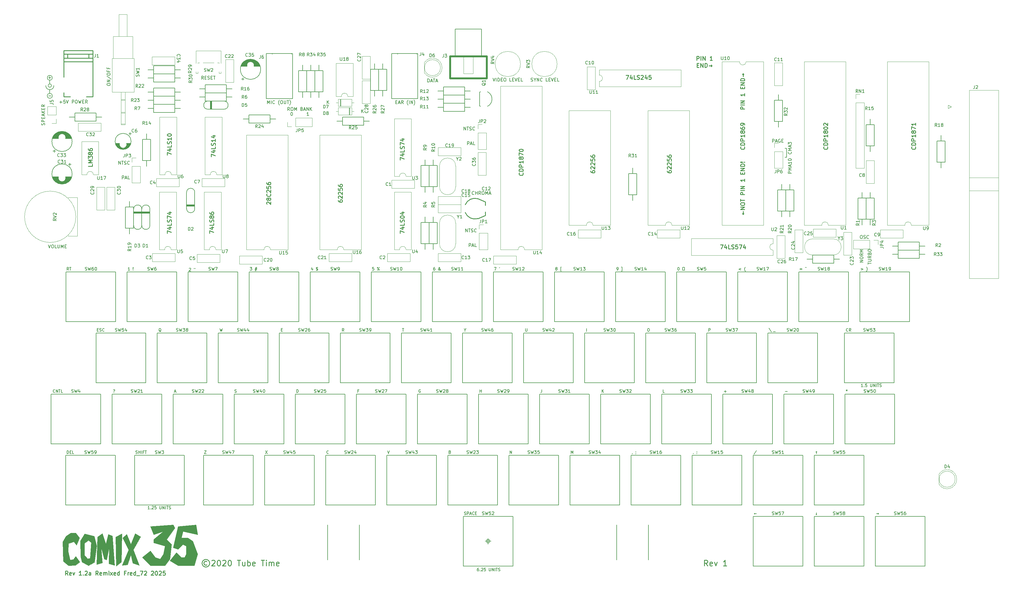
<source format=gto>
G04 #@! TF.GenerationSoftware,KiCad,Pcbnew,(5.1.9)-1*
G04 #@! TF.CreationDate,2026-01-18T09:55:11+01:00*
G04 #@! TF.ProjectId,COMIX-35,434f4d49-582d-4333-952e-6b696361645f,1.2a*
G04 #@! TF.SameCoordinates,PX2b9a1c0PYd52a500*
G04 #@! TF.FileFunction,Legend,Top*
G04 #@! TF.FilePolarity,Positive*
%FSLAX46Y46*%
G04 Gerber Fmt 4.6, Leading zero omitted, Abs format (unit mm)*
G04 Created by KiCad (PCBNEW (5.1.9)-1) date 2026-01-18 09:55:11*
%MOMM*%
%LPD*%
G01*
G04 APERTURE LIST*
%ADD10C,0.200000*%
%ADD11C,0.152400*%
%ADD12C,0.254000*%
%ADD13C,0.100000*%
%ADD14C,0.120000*%
%ADD15C,0.600000*%
%ADD16C,0.150000*%
%ADD17C,0.300000*%
G04 APERTURE END LIST*
D10*
X4190952Y150693429D02*
X3429047Y150693429D01*
X3429047Y156392572D02*
X4190952Y156392572D01*
X3810000Y156011620D02*
X3810000Y156773524D01*
X3810000Y154432000D02*
X3810000Y155575000D01*
X3810000Y152654000D02*
X3810000Y151511000D01*
X4592880Y150728121D02*
G75*
G03*
X4592880Y150728121I-782880J0D01*
G01*
X4582511Y156347511D02*
G75*
G03*
X4582511Y156347511I-772511J0D01*
G01*
X5080000Y153924000D02*
G75*
G02*
X2540000Y153924000I-1270000J0D01*
G01*
X4333634Y153924000D02*
G75*
G03*
X4333634Y153924000I-523634J0D01*
G01*
D11*
X257507619Y98892965D02*
X256491619Y98892965D01*
X257507619Y99473537D01*
X256491619Y99473537D01*
X256491619Y100150870D02*
X256491619Y100344394D01*
X256540000Y100441156D01*
X256636761Y100537918D01*
X256830285Y100586299D01*
X257168952Y100586299D01*
X257362476Y100537918D01*
X257459238Y100441156D01*
X257507619Y100344394D01*
X257507619Y100150870D01*
X257459238Y100054108D01*
X257362476Y99957346D01*
X257168952Y99908965D01*
X256830285Y99908965D01*
X256636761Y99957346D01*
X256540000Y100054108D01*
X256491619Y100150870D01*
X257507619Y101602299D02*
X257023809Y101263632D01*
X257507619Y101021727D02*
X256491619Y101021727D01*
X256491619Y101408775D01*
X256540000Y101505537D01*
X256588380Y101553918D01*
X256685142Y101602299D01*
X256830285Y101602299D01*
X256927047Y101553918D01*
X256975428Y101505537D01*
X257023809Y101408775D01*
X257023809Y101021727D01*
X257507619Y102037727D02*
X256491619Y102037727D01*
X257217333Y102376394D01*
X256491619Y102715060D01*
X257507619Y102715060D01*
D12*
X9448195Y1330477D02*
X9024861Y1935239D01*
X8722480Y1330477D02*
X8722480Y2600477D01*
X9206290Y2600477D01*
X9327242Y2540000D01*
X9387719Y2479524D01*
X9448195Y2358572D01*
X9448195Y2177143D01*
X9387719Y2056191D01*
X9327242Y1995715D01*
X9206290Y1935239D01*
X8722480Y1935239D01*
X10476290Y1390953D02*
X10355338Y1330477D01*
X10113433Y1330477D01*
X9992480Y1390953D01*
X9932004Y1511905D01*
X9932004Y1995715D01*
X9992480Y2116667D01*
X10113433Y2177143D01*
X10355338Y2177143D01*
X10476290Y2116667D01*
X10536766Y1995715D01*
X10536766Y1874762D01*
X9932004Y1753810D01*
X10960100Y2177143D02*
X11262480Y1330477D01*
X11564861Y2177143D01*
X13681528Y1330477D02*
X12955814Y1330477D01*
X13318671Y1330477D02*
X13318671Y2600477D01*
X13197719Y2419048D01*
X13076766Y2298096D01*
X12955814Y2237620D01*
X14225814Y1451429D02*
X14286290Y1390953D01*
X14225814Y1330477D01*
X14165338Y1390953D01*
X14225814Y1451429D01*
X14225814Y1330477D01*
X14770100Y2479524D02*
X14830576Y2540000D01*
X14951528Y2600477D01*
X15253909Y2600477D01*
X15374861Y2540000D01*
X15435338Y2479524D01*
X15495814Y2358572D01*
X15495814Y2237620D01*
X15435338Y2056191D01*
X14709623Y1330477D01*
X15495814Y1330477D01*
X16584385Y1330477D02*
X16584385Y1995715D01*
X16523909Y2116667D01*
X16402957Y2177143D01*
X16161052Y2177143D01*
X16040100Y2116667D01*
X16584385Y1390953D02*
X16463433Y1330477D01*
X16161052Y1330477D01*
X16040100Y1390953D01*
X15979623Y1511905D01*
X15979623Y1632858D01*
X16040100Y1753810D01*
X16161052Y1814286D01*
X16463433Y1814286D01*
X16584385Y1874762D01*
X18882480Y1330477D02*
X18459147Y1935239D01*
X18156766Y1330477D02*
X18156766Y2600477D01*
X18640576Y2600477D01*
X18761528Y2540000D01*
X18822004Y2479524D01*
X18882480Y2358572D01*
X18882480Y2177143D01*
X18822004Y2056191D01*
X18761528Y1995715D01*
X18640576Y1935239D01*
X18156766Y1935239D01*
X19910576Y1390953D02*
X19789623Y1330477D01*
X19547719Y1330477D01*
X19426766Y1390953D01*
X19366290Y1511905D01*
X19366290Y1995715D01*
X19426766Y2116667D01*
X19547719Y2177143D01*
X19789623Y2177143D01*
X19910576Y2116667D01*
X19971052Y1995715D01*
X19971052Y1874762D01*
X19366290Y1753810D01*
X20515338Y1330477D02*
X20515338Y2177143D01*
X20515338Y2056191D02*
X20575814Y2116667D01*
X20696766Y2177143D01*
X20878195Y2177143D01*
X20999147Y2116667D01*
X21059623Y1995715D01*
X21059623Y1330477D01*
X21059623Y1995715D02*
X21120100Y2116667D01*
X21241052Y2177143D01*
X21422480Y2177143D01*
X21543433Y2116667D01*
X21603909Y1995715D01*
X21603909Y1330477D01*
X22208671Y1330477D02*
X22208671Y2177143D01*
X22208671Y2600477D02*
X22148195Y2540000D01*
X22208671Y2479524D01*
X22269147Y2540000D01*
X22208671Y2600477D01*
X22208671Y2479524D01*
X22692480Y1330477D02*
X23357719Y2177143D01*
X22692480Y2177143D02*
X23357719Y1330477D01*
X24325338Y1390953D02*
X24204385Y1330477D01*
X23962480Y1330477D01*
X23841528Y1390953D01*
X23781052Y1511905D01*
X23781052Y1995715D01*
X23841528Y2116667D01*
X23962480Y2177143D01*
X24204385Y2177143D01*
X24325338Y2116667D01*
X24385814Y1995715D01*
X24385814Y1874762D01*
X23781052Y1753810D01*
X25474385Y1330477D02*
X25474385Y2600477D01*
X25474385Y1390953D02*
X25353433Y1330477D01*
X25111528Y1330477D01*
X24990576Y1390953D01*
X24930100Y1451429D01*
X24869623Y1572381D01*
X24869623Y1935239D01*
X24930100Y2056191D01*
X24990576Y2116667D01*
X25111528Y2177143D01*
X25353433Y2177143D01*
X25474385Y2116667D01*
X27470100Y1995715D02*
X27046766Y1995715D01*
X27046766Y1330477D02*
X27046766Y2600477D01*
X27651528Y2600477D01*
X28135338Y1330477D02*
X28135338Y2177143D01*
X28135338Y1935239D02*
X28195814Y2056191D01*
X28256290Y2116667D01*
X28377242Y2177143D01*
X28498195Y2177143D01*
X29405338Y1390953D02*
X29284385Y1330477D01*
X29042480Y1330477D01*
X28921528Y1390953D01*
X28861052Y1511905D01*
X28861052Y1995715D01*
X28921528Y2116667D01*
X29042480Y2177143D01*
X29284385Y2177143D01*
X29405338Y2116667D01*
X29465814Y1995715D01*
X29465814Y1874762D01*
X28861052Y1753810D01*
X30554385Y1330477D02*
X30554385Y2600477D01*
X30554385Y1390953D02*
X30433433Y1330477D01*
X30191528Y1330477D01*
X30070576Y1390953D01*
X30010100Y1451429D01*
X29949623Y1572381D01*
X29949623Y1935239D01*
X30010100Y2056191D01*
X30070576Y2116667D01*
X30191528Y2177143D01*
X30433433Y2177143D01*
X30554385Y2116667D01*
X30856766Y1209524D02*
X31824385Y1209524D01*
X32005814Y2600477D02*
X32852480Y2600477D01*
X32308195Y1330477D01*
X33275814Y2479524D02*
X33336290Y2540000D01*
X33457242Y2600477D01*
X33759623Y2600477D01*
X33880576Y2540000D01*
X33941052Y2479524D01*
X34001528Y2358572D01*
X34001528Y2237620D01*
X33941052Y2056191D01*
X33215338Y1330477D01*
X34001528Y1330477D01*
X35452957Y2479524D02*
X35513433Y2540000D01*
X35634385Y2600477D01*
X35936766Y2600477D01*
X36057719Y2540000D01*
X36118195Y2479524D01*
X36178671Y2358572D01*
X36178671Y2237620D01*
X36118195Y2056191D01*
X35392480Y1330477D01*
X36178671Y1330477D01*
X36964861Y2600477D02*
X37085814Y2600477D01*
X37206766Y2540000D01*
X37267242Y2479524D01*
X37327719Y2358572D01*
X37388195Y2116667D01*
X37388195Y1814286D01*
X37327719Y1572381D01*
X37267242Y1451429D01*
X37206766Y1390953D01*
X37085814Y1330477D01*
X36964861Y1330477D01*
X36843909Y1390953D01*
X36783433Y1451429D01*
X36722957Y1572381D01*
X36662480Y1814286D01*
X36662480Y2116667D01*
X36722957Y2358572D01*
X36783433Y2479524D01*
X36843909Y2540000D01*
X36964861Y2600477D01*
X37872004Y2479524D02*
X37932480Y2540000D01*
X38053433Y2600477D01*
X38355814Y2600477D01*
X38476766Y2540000D01*
X38537242Y2479524D01*
X38597719Y2358572D01*
X38597719Y2237620D01*
X38537242Y2056191D01*
X37811528Y1330477D01*
X38597719Y1330477D01*
X39746766Y2600477D02*
X39142004Y2600477D01*
X39081528Y1995715D01*
X39142004Y2056191D01*
X39262957Y2116667D01*
X39565338Y2116667D01*
X39686290Y2056191D01*
X39746766Y1995715D01*
X39807242Y1874762D01*
X39807242Y1572381D01*
X39746766Y1451429D01*
X39686290Y1390953D01*
X39565338Y1330477D01*
X39262957Y1330477D01*
X39142004Y1390953D01*
X39081528Y1451429D01*
D11*
X121666000Y154988381D02*
X121666000Y156004381D01*
X121907904Y156004381D01*
X122053047Y155956000D01*
X122149809Y155859239D01*
X122198190Y155762477D01*
X122246571Y155568953D01*
X122246571Y155423810D01*
X122198190Y155230286D01*
X122149809Y155133524D01*
X122053047Y155036762D01*
X121907904Y154988381D01*
X121666000Y154988381D01*
X122633619Y155278667D02*
X123117428Y155278667D01*
X122536857Y154988381D02*
X122875523Y156004381D01*
X123214190Y154988381D01*
X123407714Y156004381D02*
X123988285Y156004381D01*
X123698000Y154988381D02*
X123698000Y156004381D01*
X124278571Y155278667D02*
X124762380Y155278667D01*
X124181809Y154988381D02*
X124520476Y156004381D01*
X124859142Y154988381D01*
X71706619Y148257381D02*
X71706619Y149273381D01*
X72045285Y148547667D01*
X72383952Y149273381D01*
X72383952Y148257381D01*
X72867761Y148257381D02*
X72867761Y149273381D01*
X73932142Y148354143D02*
X73883761Y148305762D01*
X73738619Y148257381D01*
X73641857Y148257381D01*
X73496714Y148305762D01*
X73399952Y148402524D01*
X73351571Y148499286D01*
X73303190Y148692810D01*
X73303190Y148837953D01*
X73351571Y149031477D01*
X73399952Y149128239D01*
X73496714Y149225000D01*
X73641857Y149273381D01*
X73738619Y149273381D01*
X73883761Y149225000D01*
X73932142Y149176620D01*
X75431952Y147870334D02*
X75383571Y147918715D01*
X75286809Y148063858D01*
X75238428Y148160620D01*
X75190047Y148305762D01*
X75141666Y148547667D01*
X75141666Y148741191D01*
X75190047Y148983096D01*
X75238428Y149128239D01*
X75286809Y149225000D01*
X75383571Y149370143D01*
X75431952Y149418524D01*
X76012523Y149273381D02*
X76206047Y149273381D01*
X76302809Y149225000D01*
X76399571Y149128239D01*
X76447952Y148934715D01*
X76447952Y148596048D01*
X76399571Y148402524D01*
X76302809Y148305762D01*
X76206047Y148257381D01*
X76012523Y148257381D01*
X75915761Y148305762D01*
X75819000Y148402524D01*
X75770619Y148596048D01*
X75770619Y148934715D01*
X75819000Y149128239D01*
X75915761Y149225000D01*
X76012523Y149273381D01*
X76883380Y149273381D02*
X76883380Y148450905D01*
X76931761Y148354143D01*
X76980142Y148305762D01*
X77076904Y148257381D01*
X77270428Y148257381D01*
X77367190Y148305762D01*
X77415571Y148354143D01*
X77463952Y148450905D01*
X77463952Y149273381D01*
X77802619Y149273381D02*
X78383190Y149273381D01*
X78092904Y148257381D02*
X78092904Y149273381D01*
X78625095Y147870334D02*
X78673476Y147918715D01*
X78770238Y148063858D01*
X78818619Y148160620D01*
X78867000Y148305762D01*
X78915380Y148547667D01*
X78915380Y148741191D01*
X78867000Y148983096D01*
X78818619Y149128239D01*
X78770238Y149225000D01*
X78673476Y149370143D01*
X78625095Y149418524D01*
D12*
X209042000Y4275667D02*
X208449333Y5122334D01*
X208026000Y4275667D02*
X208026000Y6053667D01*
X208703333Y6053667D01*
X208872666Y5969000D01*
X208957333Y5884334D01*
X209042000Y5715000D01*
X209042000Y5461000D01*
X208957333Y5291667D01*
X208872666Y5207000D01*
X208703333Y5122334D01*
X208026000Y5122334D01*
X210481333Y4360334D02*
X210312000Y4275667D01*
X209973333Y4275667D01*
X209804000Y4360334D01*
X209719333Y4529667D01*
X209719333Y5207000D01*
X209804000Y5376334D01*
X209973333Y5461000D01*
X210312000Y5461000D01*
X210481333Y5376334D01*
X210566000Y5207000D01*
X210566000Y5037667D01*
X209719333Y4868334D01*
X211158666Y5461000D02*
X211582000Y4275667D01*
X212005333Y5461000D01*
X214968666Y4275667D02*
X213952666Y4275667D01*
X214460666Y4275667D02*
X214460666Y6053667D01*
X214291333Y5799667D01*
X214122000Y5630334D01*
X213952666Y5545667D01*
X52827766Y5630334D02*
X52658433Y5715000D01*
X52319766Y5715000D01*
X52150433Y5630334D01*
X51981100Y5461000D01*
X51896433Y5291667D01*
X51896433Y4953000D01*
X51981100Y4783667D01*
X52150433Y4614334D01*
X52319766Y4529667D01*
X52658433Y4529667D01*
X52827766Y4614334D01*
X52489100Y6307667D02*
X52065766Y6223000D01*
X51642433Y5969000D01*
X51388433Y5545667D01*
X51303766Y5122334D01*
X51388433Y4699000D01*
X51642433Y4275667D01*
X52065766Y4021667D01*
X52489100Y3937000D01*
X52912433Y4021667D01*
X53335766Y4275667D01*
X53589766Y4699000D01*
X53674433Y5122334D01*
X53589766Y5545667D01*
X53335766Y5969000D01*
X52912433Y6223000D01*
X52489100Y6307667D01*
X54351766Y5884334D02*
X54436433Y5969000D01*
X54605766Y6053667D01*
X55029100Y6053667D01*
X55198433Y5969000D01*
X55283100Y5884334D01*
X55367766Y5715000D01*
X55367766Y5545667D01*
X55283100Y5291667D01*
X54267100Y4275667D01*
X55367766Y4275667D01*
X56468433Y6053667D02*
X56637766Y6053667D01*
X56807100Y5969000D01*
X56891766Y5884334D01*
X56976433Y5715000D01*
X57061100Y5376334D01*
X57061100Y4953000D01*
X56976433Y4614334D01*
X56891766Y4445000D01*
X56807100Y4360334D01*
X56637766Y4275667D01*
X56468433Y4275667D01*
X56299100Y4360334D01*
X56214433Y4445000D01*
X56129766Y4614334D01*
X56045100Y4953000D01*
X56045100Y5376334D01*
X56129766Y5715000D01*
X56214433Y5884334D01*
X56299100Y5969000D01*
X56468433Y6053667D01*
X57738433Y5884334D02*
X57823100Y5969000D01*
X57992433Y6053667D01*
X58415766Y6053667D01*
X58585100Y5969000D01*
X58669766Y5884334D01*
X58754433Y5715000D01*
X58754433Y5545667D01*
X58669766Y5291667D01*
X57653766Y4275667D01*
X58754433Y4275667D01*
X59855100Y6053667D02*
X60024433Y6053667D01*
X60193766Y5969000D01*
X60278433Y5884334D01*
X60363100Y5715000D01*
X60447766Y5376334D01*
X60447766Y4953000D01*
X60363100Y4614334D01*
X60278433Y4445000D01*
X60193766Y4360334D01*
X60024433Y4275667D01*
X59855100Y4275667D01*
X59685766Y4360334D01*
X59601100Y4445000D01*
X59516433Y4614334D01*
X59431766Y4953000D01*
X59431766Y5376334D01*
X59516433Y5715000D01*
X59601100Y5884334D01*
X59685766Y5969000D01*
X59855100Y6053667D01*
X62310433Y6053667D02*
X63326433Y6053667D01*
X62818433Y4275667D02*
X62818433Y6053667D01*
X64681100Y5461000D02*
X64681100Y4275667D01*
X63919100Y5461000D02*
X63919100Y4529667D01*
X64003766Y4360334D01*
X64173100Y4275667D01*
X64427100Y4275667D01*
X64596433Y4360334D01*
X64681100Y4445000D01*
X65527766Y4275667D02*
X65527766Y6053667D01*
X65527766Y5376334D02*
X65697100Y5461000D01*
X66035766Y5461000D01*
X66205100Y5376334D01*
X66289766Y5291667D01*
X66374433Y5122334D01*
X66374433Y4614334D01*
X66289766Y4445000D01*
X66205100Y4360334D01*
X66035766Y4275667D01*
X65697100Y4275667D01*
X65527766Y4360334D01*
X67813766Y4360334D02*
X67644433Y4275667D01*
X67305766Y4275667D01*
X67136433Y4360334D01*
X67051766Y4529667D01*
X67051766Y5207000D01*
X67136433Y5376334D01*
X67305766Y5461000D01*
X67644433Y5461000D01*
X67813766Y5376334D01*
X67898433Y5207000D01*
X67898433Y5037667D01*
X67051766Y4868334D01*
X69761100Y6053667D02*
X70777100Y6053667D01*
X70269100Y4275667D02*
X70269100Y6053667D01*
X71369766Y4275667D02*
X71369766Y5461000D01*
X71369766Y6053667D02*
X71285100Y5969000D01*
X71369766Y5884334D01*
X71454433Y5969000D01*
X71369766Y6053667D01*
X71369766Y5884334D01*
X72216433Y4275667D02*
X72216433Y5461000D01*
X72216433Y5291667D02*
X72301100Y5376334D01*
X72470433Y5461000D01*
X72724433Y5461000D01*
X72893766Y5376334D01*
X72978433Y5207000D01*
X72978433Y4275667D01*
X72978433Y5207000D02*
X73063100Y5376334D01*
X73232433Y5461000D01*
X73486433Y5461000D01*
X73655766Y5376334D01*
X73740433Y5207000D01*
X73740433Y4275667D01*
X75264433Y4360334D02*
X75095100Y4275667D01*
X74756433Y4275667D01*
X74587100Y4360334D01*
X74502433Y4529667D01*
X74502433Y5207000D01*
X74587100Y5376334D01*
X74756433Y5461000D01*
X75095100Y5461000D01*
X75264433Y5376334D01*
X75349100Y5207000D01*
X75349100Y5037667D01*
X74502433Y4868334D01*
D11*
X261676726Y20510500D02*
X262354060Y20510500D01*
X262184726Y20341167D02*
X262354060Y20510500D01*
X262184726Y20679834D01*
X224254060Y20510500D02*
X223576726Y20510500D01*
X223746060Y20341167D02*
X223576726Y20510500D01*
X223746060Y20679834D01*
X242965393Y20849167D02*
X242965393Y20171834D01*
X243134726Y20341167D02*
X242965393Y20171834D01*
X242796060Y20341167D01*
X242965393Y39221834D02*
X242965393Y39899167D01*
X242796060Y39729834D02*
X242965393Y39899167D01*
X243134726Y39729834D01*
X224211726Y40153167D02*
X223449726Y39010167D01*
X204526726Y39306500D02*
X204569060Y39264167D01*
X204526726Y39221834D01*
X204484393Y39264167D01*
X204526726Y39306500D01*
X204526726Y39221834D01*
X205627393Y39306500D02*
X205669726Y39264167D01*
X205627393Y39221834D01*
X205585060Y39264167D01*
X205627393Y39306500D01*
X205627393Y39221834D01*
X205627393Y39772167D02*
X205669726Y39729834D01*
X205627393Y39687500D01*
X205585060Y39729834D01*
X205627393Y39772167D01*
X205627393Y39687500D01*
X185519060Y39264167D02*
X185519060Y39221834D01*
X185476726Y39137167D01*
X185434393Y39094834D01*
X186619726Y39264167D02*
X186619726Y39221834D01*
X186577393Y39137167D01*
X186535060Y39094834D01*
X186577393Y39772167D02*
X186619726Y39729834D01*
X186577393Y39687500D01*
X186535060Y39729834D01*
X186577393Y39772167D01*
X186577393Y39687500D01*
X166426726Y39221834D02*
X166426726Y40110834D01*
X166723060Y39475834D01*
X167019393Y40110834D01*
X167019393Y39221834D01*
X133110393Y20214167D02*
X133237393Y20171834D01*
X133449060Y20171834D01*
X133533726Y20214167D01*
X133576060Y20256500D01*
X133618393Y20341167D01*
X133618393Y20425834D01*
X133576060Y20510500D01*
X133533726Y20552834D01*
X133449060Y20595167D01*
X133279726Y20637500D01*
X133195060Y20679834D01*
X133152726Y20722167D01*
X133110393Y20806834D01*
X133110393Y20891500D01*
X133152726Y20976167D01*
X133195060Y21018500D01*
X133279726Y21060834D01*
X133491393Y21060834D01*
X133618393Y21018500D01*
X133999393Y20171834D02*
X133999393Y21060834D01*
X134338060Y21060834D01*
X134422726Y21018500D01*
X134465060Y20976167D01*
X134507393Y20891500D01*
X134507393Y20764500D01*
X134465060Y20679834D01*
X134422726Y20637500D01*
X134338060Y20595167D01*
X133999393Y20595167D01*
X134846060Y20425834D02*
X135269393Y20425834D01*
X134761393Y20171834D02*
X135057726Y21060834D01*
X135354060Y20171834D01*
X136158393Y20256500D02*
X136116060Y20214167D01*
X135989060Y20171834D01*
X135904393Y20171834D01*
X135777393Y20214167D01*
X135692726Y20298834D01*
X135650393Y20383500D01*
X135608060Y20552834D01*
X135608060Y20679834D01*
X135650393Y20849167D01*
X135692726Y20933834D01*
X135777393Y21018500D01*
X135904393Y21060834D01*
X135989060Y21060834D01*
X136116060Y21018500D01*
X136158393Y20976167D01*
X136539393Y20637500D02*
X136835726Y20637500D01*
X136962726Y20171834D02*
X136539393Y20171834D01*
X136539393Y21060834D01*
X136962726Y21060834D01*
X147376726Y39221834D02*
X147376726Y40110834D01*
X147884726Y39221834D01*
X147884726Y40110834D01*
X128623060Y39687500D02*
X128750060Y39645167D01*
X128792393Y39602834D01*
X128834726Y39518167D01*
X128834726Y39391167D01*
X128792393Y39306500D01*
X128750060Y39264167D01*
X128665393Y39221834D01*
X128326726Y39221834D01*
X128326726Y40110834D01*
X128623060Y40110834D01*
X128707726Y40068500D01*
X128750060Y40026167D01*
X128792393Y39941500D01*
X128792393Y39856834D01*
X128750060Y39772167D01*
X128707726Y39729834D01*
X128623060Y39687500D01*
X128326726Y39687500D01*
X109149726Y40110834D02*
X109446060Y39221834D01*
X109742393Y40110834D01*
X90734726Y39306500D02*
X90692393Y39264167D01*
X90565393Y39221834D01*
X90480726Y39221834D01*
X90353726Y39264167D01*
X90269060Y39348834D01*
X90226726Y39433500D01*
X90184393Y39602834D01*
X90184393Y39729834D01*
X90226726Y39899167D01*
X90269060Y39983834D01*
X90353726Y40068500D01*
X90480726Y40110834D01*
X90565393Y40110834D01*
X90692393Y40068500D01*
X90734726Y40026167D01*
X71092060Y40110834D02*
X71684726Y39221834D01*
X71684726Y40110834D02*
X71092060Y39221834D01*
X52042060Y40110834D02*
X52634726Y40110834D01*
X52042060Y39221834D01*
X52634726Y39221834D01*
X30621393Y39264167D02*
X30748393Y39221834D01*
X30960060Y39221834D01*
X31044726Y39264167D01*
X31087060Y39306500D01*
X31129393Y39391167D01*
X31129393Y39475834D01*
X31087060Y39560500D01*
X31044726Y39602834D01*
X30960060Y39645167D01*
X30790726Y39687500D01*
X30706060Y39729834D01*
X30663726Y39772167D01*
X30621393Y39856834D01*
X30621393Y39941500D01*
X30663726Y40026167D01*
X30706060Y40068500D01*
X30790726Y40110834D01*
X31002393Y40110834D01*
X31129393Y40068500D01*
X31510393Y39221834D02*
X31510393Y40110834D01*
X31510393Y39687500D02*
X32018393Y39687500D01*
X32018393Y39221834D02*
X32018393Y40110834D01*
X32441726Y39221834D02*
X32441726Y40110834D01*
X33161393Y39687500D02*
X32865060Y39687500D01*
X32865060Y39221834D02*
X32865060Y40110834D01*
X33288393Y40110834D01*
X33500060Y40110834D02*
X34008060Y40110834D01*
X33754060Y39221834D02*
X33754060Y40110834D01*
X252405726Y59160834D02*
X252405726Y58949167D01*
X252194060Y59033834D02*
X252405726Y58949167D01*
X252617393Y59033834D01*
X252278726Y58779834D02*
X252405726Y58949167D01*
X252532726Y58779834D01*
X233228726Y58610500D02*
X233906060Y58610500D01*
X214178726Y58610500D02*
X214856060Y58610500D01*
X214517393Y58271834D02*
X214517393Y58949167D01*
X195552060Y58271834D02*
X195128726Y58271834D01*
X195128726Y59160834D01*
X176078726Y58271834D02*
X176078726Y59160834D01*
X176586726Y58271834D02*
X176205726Y58779834D01*
X176586726Y59160834D02*
X176078726Y58652834D01*
X157282726Y59160834D02*
X157282726Y58525834D01*
X157240393Y58398834D01*
X157155726Y58314167D01*
X157028726Y58271834D01*
X156944060Y58271834D01*
X137978726Y58271834D02*
X137978726Y59160834D01*
X137978726Y58737500D02*
X138486726Y58737500D01*
X138486726Y58271834D02*
X138486726Y59160834D01*
X119394393Y59118500D02*
X119309726Y59160834D01*
X119182726Y59160834D01*
X119055726Y59118500D01*
X118971060Y59033834D01*
X118928726Y58949167D01*
X118886393Y58779834D01*
X118886393Y58652834D01*
X118928726Y58483500D01*
X118971060Y58398834D01*
X119055726Y58314167D01*
X119182726Y58271834D01*
X119267393Y58271834D01*
X119394393Y58314167D01*
X119436726Y58356500D01*
X119436726Y58652834D01*
X119267393Y58652834D01*
X100175060Y58737500D02*
X99878726Y58737500D01*
X99878726Y58271834D02*
X99878726Y59160834D01*
X100302060Y59160834D01*
X80828726Y58271834D02*
X80828726Y59160834D01*
X81040393Y59160834D01*
X81167393Y59118500D01*
X81252060Y59033834D01*
X81294393Y58949167D01*
X81336726Y58779834D01*
X81336726Y58652834D01*
X81294393Y58483500D01*
X81252060Y58398834D01*
X81167393Y58314167D01*
X81040393Y58271834D01*
X80828726Y58271834D01*
X61482393Y58314167D02*
X61609393Y58271834D01*
X61821060Y58271834D01*
X61905726Y58314167D01*
X61948060Y58356500D01*
X61990393Y58441167D01*
X61990393Y58525834D01*
X61948060Y58610500D01*
X61905726Y58652834D01*
X61821060Y58695167D01*
X61651726Y58737500D01*
X61567060Y58779834D01*
X61524726Y58822167D01*
X61482393Y58906834D01*
X61482393Y58991500D01*
X61524726Y59076167D01*
X61567060Y59118500D01*
X61651726Y59160834D01*
X61863393Y59160834D01*
X61990393Y59118500D01*
X42686393Y58525834D02*
X43109726Y58525834D01*
X42601726Y58271834D02*
X42898060Y59160834D01*
X43194393Y58271834D01*
X23805726Y58356500D02*
X23848060Y58314167D01*
X23805726Y58271834D01*
X23763393Y58314167D01*
X23805726Y58356500D01*
X23805726Y58271834D01*
X23636393Y59118500D02*
X23721060Y59160834D01*
X23932726Y59160834D01*
X24017393Y59118500D01*
X24059726Y59033834D01*
X24059726Y58949167D01*
X24017393Y58864500D01*
X23975060Y58822167D01*
X23890393Y58779834D01*
X23848060Y58737500D01*
X23805726Y58652834D01*
X23805726Y58610500D01*
X5390726Y58356500D02*
X5348393Y58314167D01*
X5221393Y58271834D01*
X5136726Y58271834D01*
X5009726Y58314167D01*
X4925060Y58398834D01*
X4882726Y58483500D01*
X4840393Y58652834D01*
X4840393Y58779834D01*
X4882726Y58949167D01*
X4925060Y59033834D01*
X5009726Y59118500D01*
X5136726Y59160834D01*
X5221393Y59160834D01*
X5348393Y59118500D01*
X5390726Y59076167D01*
X5771726Y58271834D02*
X5771726Y59160834D01*
X6279726Y58271834D01*
X6279726Y59160834D01*
X6576060Y59160834D02*
X7084060Y59160834D01*
X6830060Y58271834D02*
X6830060Y59160834D01*
X7803726Y58271834D02*
X7380393Y58271834D01*
X7380393Y59160834D01*
X252786726Y77406500D02*
X252744393Y77364167D01*
X252617393Y77321834D01*
X252532726Y77321834D01*
X252405726Y77364167D01*
X252321060Y77448834D01*
X252278726Y77533500D01*
X252236393Y77702834D01*
X252236393Y77829834D01*
X252278726Y77999167D01*
X252321060Y78083834D01*
X252405726Y78168500D01*
X252532726Y78210834D01*
X252617393Y78210834D01*
X252744393Y78168500D01*
X252786726Y78126167D01*
X253675726Y77321834D02*
X253379393Y77745167D01*
X253167726Y77321834D02*
X253167726Y78210834D01*
X253506393Y78210834D01*
X253591060Y78168500D01*
X253633393Y78126167D01*
X253675726Y78041500D01*
X253675726Y77914500D01*
X253633393Y77829834D01*
X253591060Y77787500D01*
X253506393Y77745167D01*
X253167726Y77745167D01*
X228106393Y78295500D02*
X228868393Y77152500D01*
X229461060Y77237167D02*
X230138393Y77237167D01*
X209352726Y77321834D02*
X209352726Y78210834D01*
X209691393Y78210834D01*
X209776060Y78168500D01*
X209818393Y78126167D01*
X209860726Y78041500D01*
X209860726Y77914500D01*
X209818393Y77829834D01*
X209776060Y77787500D01*
X209691393Y77745167D01*
X209352726Y77745167D01*
X190472060Y78210834D02*
X190641393Y78210834D01*
X190726060Y78168500D01*
X190810726Y78083834D01*
X190853060Y77914500D01*
X190853060Y77618167D01*
X190810726Y77448834D01*
X190726060Y77364167D01*
X190641393Y77321834D01*
X190472060Y77321834D01*
X190387393Y77364167D01*
X190302726Y77448834D01*
X190260393Y77618167D01*
X190260393Y77914500D01*
X190302726Y78083834D01*
X190387393Y78168500D01*
X190472060Y78210834D01*
X171252726Y77321834D02*
X171252726Y78210834D01*
X152202726Y78210834D02*
X152202726Y77491167D01*
X152245060Y77406500D01*
X152287393Y77364167D01*
X152372060Y77321834D01*
X152541393Y77321834D01*
X152626060Y77364167D01*
X152668393Y77406500D01*
X152710726Y77491167D01*
X152710726Y78210834D01*
X133322060Y77745167D02*
X133322060Y77321834D01*
X133025726Y78210834D02*
X133322060Y77745167D01*
X133618393Y78210834D01*
X113721726Y78210834D02*
X114229726Y78210834D01*
X113975726Y77321834D02*
X113975726Y78210834D01*
X95560726Y77321834D02*
X95264393Y77745167D01*
X95052726Y77321834D02*
X95052726Y78210834D01*
X95391393Y78210834D01*
X95476060Y78168500D01*
X95518393Y78126167D01*
X95560726Y78041500D01*
X95560726Y77914500D01*
X95518393Y77829834D01*
X95476060Y77787500D01*
X95391393Y77745167D01*
X95052726Y77745167D01*
X76002726Y77787500D02*
X76299060Y77787500D01*
X76426060Y77321834D02*
X76002726Y77321834D01*
X76002726Y78210834D01*
X76426060Y78210834D01*
X56868060Y78210834D02*
X57079726Y77321834D01*
X57249060Y77956834D01*
X57418393Y77321834D01*
X57630060Y78210834D01*
X38495393Y77237167D02*
X38410726Y77279500D01*
X38326060Y77364167D01*
X38199060Y77491167D01*
X38114393Y77533500D01*
X38029726Y77533500D01*
X38072060Y77321834D02*
X37987393Y77364167D01*
X37902726Y77448834D01*
X37860393Y77618167D01*
X37860393Y77914500D01*
X37902726Y78083834D01*
X37987393Y78168500D01*
X38072060Y78210834D01*
X38241393Y78210834D01*
X38326060Y78168500D01*
X38410726Y78083834D01*
X38453060Y77914500D01*
X38453060Y77618167D01*
X38410726Y77448834D01*
X38326060Y77364167D01*
X38241393Y77321834D01*
X38072060Y77321834D01*
X18598726Y77787500D02*
X18895060Y77787500D01*
X19022060Y77321834D02*
X18598726Y77321834D01*
X18598726Y78210834D01*
X19022060Y78210834D01*
X19360726Y77364167D02*
X19487726Y77321834D01*
X19699393Y77321834D01*
X19784060Y77364167D01*
X19826393Y77406500D01*
X19868726Y77491167D01*
X19868726Y77575834D01*
X19826393Y77660500D01*
X19784060Y77702834D01*
X19699393Y77745167D01*
X19530060Y77787500D01*
X19445393Y77829834D01*
X19403060Y77872167D01*
X19360726Y77956834D01*
X19360726Y78041500D01*
X19403060Y78126167D01*
X19445393Y78168500D01*
X19530060Y78210834D01*
X19741726Y78210834D01*
X19868726Y78168500D01*
X20757726Y77406500D02*
X20715393Y77364167D01*
X20588393Y77321834D01*
X20503726Y77321834D01*
X20376726Y77364167D01*
X20292060Y77448834D01*
X20249726Y77533500D01*
X20207393Y77702834D01*
X20207393Y77829834D01*
X20249726Y77999167D01*
X20292060Y78083834D01*
X20376726Y78168500D01*
X20503726Y78210834D01*
X20588393Y78210834D01*
X20715393Y78168500D01*
X20757726Y78126167D01*
X9200726Y39221834D02*
X9200726Y40110834D01*
X9412393Y40110834D01*
X9539393Y40068500D01*
X9624060Y39983834D01*
X9666393Y39899167D01*
X9708726Y39729834D01*
X9708726Y39602834D01*
X9666393Y39433500D01*
X9624060Y39348834D01*
X9539393Y39264167D01*
X9412393Y39221834D01*
X9200726Y39221834D01*
X10089726Y39687500D02*
X10386060Y39687500D01*
X10513060Y39221834D02*
X10089726Y39221834D01*
X10089726Y40110834D01*
X10513060Y40110834D01*
X11317393Y39221834D02*
X10894060Y39221834D01*
X10894060Y40110834D01*
X237800726Y96837500D02*
X238478060Y96837500D01*
X238478060Y96583500D02*
X237800726Y96583500D01*
X239451726Y97176167D02*
X239621060Y97303167D01*
X239790393Y97176167D01*
X256850726Y96964500D02*
X257528060Y96710500D01*
X256850726Y96456500D01*
X258544060Y96033167D02*
X258586393Y96075500D01*
X258671060Y96202500D01*
X258713393Y96287167D01*
X258755726Y96414167D01*
X258798060Y96625834D01*
X258798060Y96795167D01*
X258755726Y97006834D01*
X258713393Y97133834D01*
X258671060Y97218500D01*
X258586393Y97345500D01*
X258544060Y97387834D01*
X219428060Y96964500D02*
X218750726Y96710500D01*
X219428060Y96456500D01*
X220782726Y96033167D02*
X220740393Y96075500D01*
X220655726Y96202500D01*
X220613393Y96287167D01*
X220571060Y96414167D01*
X220528726Y96625834D01*
X220528726Y96795167D01*
X220571060Y97006834D01*
X220613393Y97133834D01*
X220655726Y97218500D01*
X220740393Y97345500D01*
X220782726Y97387834D01*
X199870060Y97260834D02*
X199954726Y97260834D01*
X200039393Y97218500D01*
X200081726Y97176167D01*
X200124060Y97091500D01*
X200166393Y96922167D01*
X200166393Y96710500D01*
X200124060Y96541167D01*
X200081726Y96456500D01*
X200039393Y96414167D01*
X199954726Y96371834D01*
X199870060Y96371834D01*
X199785393Y96414167D01*
X199743060Y96456500D01*
X199700726Y96541167D01*
X199658393Y96710500D01*
X199658393Y96922167D01*
X199700726Y97091500D01*
X199743060Y97176167D01*
X199785393Y97218500D01*
X199870060Y97260834D01*
X201224726Y96371834D02*
X201224726Y97260834D01*
X201817393Y97260834D01*
X201817393Y96371834D01*
X201224726Y96371834D01*
X180693060Y96371834D02*
X180862393Y96371834D01*
X180947060Y96414167D01*
X180989393Y96456500D01*
X181074060Y96583500D01*
X181116393Y96752834D01*
X181116393Y97091500D01*
X181074060Y97176167D01*
X181031726Y97218500D01*
X180947060Y97260834D01*
X180777726Y97260834D01*
X180693060Y97218500D01*
X180650726Y97176167D01*
X180608393Y97091500D01*
X180608393Y96879834D01*
X180650726Y96795167D01*
X180693060Y96752834D01*
X180777726Y96710500D01*
X180947060Y96710500D01*
X181031726Y96752834D01*
X181074060Y96795167D01*
X181116393Y96879834D01*
X182090060Y96075500D02*
X182301726Y96075500D01*
X182301726Y97345500D01*
X182090060Y97345500D01*
X161727726Y96879834D02*
X161643060Y96922167D01*
X161600726Y96964500D01*
X161558393Y97049167D01*
X161558393Y97091500D01*
X161600726Y97176167D01*
X161643060Y97218500D01*
X161727726Y97260834D01*
X161897060Y97260834D01*
X161981726Y97218500D01*
X162024060Y97176167D01*
X162066393Y97091500D01*
X162066393Y97049167D01*
X162024060Y96964500D01*
X161981726Y96922167D01*
X161897060Y96879834D01*
X161727726Y96879834D01*
X161643060Y96837500D01*
X161600726Y96795167D01*
X161558393Y96710500D01*
X161558393Y96541167D01*
X161600726Y96456500D01*
X161643060Y96414167D01*
X161727726Y96371834D01*
X161897060Y96371834D01*
X161981726Y96414167D01*
X162024060Y96456500D01*
X162066393Y96541167D01*
X162066393Y96710500D01*
X162024060Y96795167D01*
X161981726Y96837500D01*
X161897060Y96879834D01*
X163378726Y96075500D02*
X163167060Y96075500D01*
X163167060Y97345500D01*
X163378726Y97345500D01*
X142466060Y97260834D02*
X143058726Y97260834D01*
X142677726Y96371834D01*
X144117060Y97260834D02*
X144032393Y97091500D01*
X123881726Y97260834D02*
X123712393Y97260834D01*
X123627726Y97218500D01*
X123585393Y97176167D01*
X123500726Y97049167D01*
X123458393Y96879834D01*
X123458393Y96541167D01*
X123500726Y96456500D01*
X123543060Y96414167D01*
X123627726Y96371834D01*
X123797060Y96371834D01*
X123881726Y96414167D01*
X123924060Y96456500D01*
X123966393Y96541167D01*
X123966393Y96752834D01*
X123924060Y96837500D01*
X123881726Y96879834D01*
X123797060Y96922167D01*
X123627726Y96922167D01*
X123543060Y96879834D01*
X123500726Y96837500D01*
X123458393Y96752834D01*
X125744393Y96371834D02*
X125702060Y96371834D01*
X125617393Y96414167D01*
X125490393Y96541167D01*
X125278726Y96795167D01*
X125194060Y96922167D01*
X125151726Y97049167D01*
X125151726Y97133834D01*
X125194060Y97218500D01*
X125278726Y97260834D01*
X125321060Y97260834D01*
X125405726Y97218500D01*
X125448060Y97133834D01*
X125448060Y97091500D01*
X125405726Y97006834D01*
X125363393Y96964500D01*
X125109393Y96795167D01*
X125067060Y96752834D01*
X125024726Y96668167D01*
X125024726Y96541167D01*
X125067060Y96456500D01*
X125109393Y96414167D01*
X125194060Y96371834D01*
X125321060Y96371834D01*
X125405726Y96414167D01*
X125448060Y96456500D01*
X125575060Y96625834D01*
X125617393Y96752834D01*
X125617393Y96837500D01*
X104874060Y97260834D02*
X104450726Y97260834D01*
X104408393Y96837500D01*
X104450726Y96879834D01*
X104535393Y96922167D01*
X104747060Y96922167D01*
X104831726Y96879834D01*
X104874060Y96837500D01*
X104916393Y96752834D01*
X104916393Y96541167D01*
X104874060Y96456500D01*
X104831726Y96414167D01*
X104747060Y96371834D01*
X104535393Y96371834D01*
X104450726Y96414167D01*
X104408393Y96456500D01*
X105932393Y96371834D02*
X106609726Y97260834D01*
X106059393Y97260834D02*
X106144060Y97218500D01*
X106186393Y97133834D01*
X106144060Y97049167D01*
X106059393Y97006834D01*
X105974726Y97049167D01*
X105932393Y97133834D01*
X105974726Y97218500D01*
X106059393Y97260834D01*
X106567393Y96414167D02*
X106609726Y96498834D01*
X106567393Y96583500D01*
X106482726Y96625834D01*
X106398060Y96583500D01*
X106355726Y96498834D01*
X106398060Y96414167D01*
X106482726Y96371834D01*
X106567393Y96414167D01*
X85781726Y96964500D02*
X85781726Y96371834D01*
X85570060Y97303167D02*
X85358393Y96668167D01*
X85908726Y96668167D01*
X86882393Y96414167D02*
X87009393Y96371834D01*
X87221060Y96371834D01*
X87305726Y96414167D01*
X87348060Y96456500D01*
X87390393Y96541167D01*
X87390393Y96625834D01*
X87348060Y96710500D01*
X87305726Y96752834D01*
X87221060Y96795167D01*
X87051726Y96837500D01*
X86967060Y96879834D01*
X86924726Y96922167D01*
X86882393Y97006834D01*
X86882393Y97091500D01*
X86924726Y97176167D01*
X86967060Y97218500D01*
X87051726Y97260834D01*
X87263393Y97260834D01*
X87390393Y97218500D01*
X87136393Y97387834D02*
X87136393Y96244834D01*
X66266060Y97260834D02*
X66816393Y97260834D01*
X66520060Y96922167D01*
X66647060Y96922167D01*
X66731726Y96879834D01*
X66774060Y96837500D01*
X66816393Y96752834D01*
X66816393Y96541167D01*
X66774060Y96456500D01*
X66731726Y96414167D01*
X66647060Y96371834D01*
X66393060Y96371834D01*
X66308393Y96414167D01*
X66266060Y96456500D01*
X67832393Y96964500D02*
X68467393Y96964500D01*
X68086393Y97345500D02*
X67832393Y96202500D01*
X68382726Y96583500D02*
X67747726Y96583500D01*
X68128726Y96202500D02*
X68382726Y97345500D01*
X47258393Y96922167D02*
X47300726Y96964500D01*
X47385393Y97006834D01*
X47597060Y97006834D01*
X47681726Y96964500D01*
X47724060Y96922167D01*
X47766393Y96837500D01*
X47766393Y96752834D01*
X47724060Y96625834D01*
X47216060Y96117834D01*
X47766393Y96117834D01*
X48782393Y97006834D02*
X48782393Y96837500D01*
X49121060Y97006834D02*
X49121060Y96837500D01*
X28716393Y96371834D02*
X28208393Y96371834D01*
X28462393Y96371834D02*
X28462393Y97260834D01*
X28377726Y97133834D01*
X28293060Y97049167D01*
X28208393Y97006834D01*
X29774726Y96456500D02*
X29817060Y96414167D01*
X29774726Y96371834D01*
X29732393Y96414167D01*
X29774726Y96456500D01*
X29774726Y96371834D01*
X29774726Y96710500D02*
X29732393Y97218500D01*
X29774726Y97260834D01*
X29817060Y97218500D01*
X29774726Y96710500D01*
X29774726Y97260834D01*
X9708726Y96371834D02*
X9412393Y96795167D01*
X9200726Y96371834D02*
X9200726Y97260834D01*
X9539393Y97260834D01*
X9624060Y97218500D01*
X9666393Y97176167D01*
X9708726Y97091500D01*
X9708726Y96964500D01*
X9666393Y96879834D01*
X9624060Y96837500D01*
X9539393Y96795167D01*
X9200726Y96795167D01*
X9962726Y97260834D02*
X10470726Y97260834D01*
X10216726Y96371834D02*
X10216726Y97260834D01*
X137583333Y3534834D02*
X137414000Y3534834D01*
X137329333Y3492500D01*
X137287000Y3450167D01*
X137202333Y3323167D01*
X137160000Y3153834D01*
X137160000Y2815167D01*
X137202333Y2730500D01*
X137244666Y2688167D01*
X137329333Y2645834D01*
X137498666Y2645834D01*
X137583333Y2688167D01*
X137625666Y2730500D01*
X137668000Y2815167D01*
X137668000Y3026834D01*
X137625666Y3111500D01*
X137583333Y3153834D01*
X137498666Y3196167D01*
X137329333Y3196167D01*
X137244666Y3153834D01*
X137202333Y3111500D01*
X137160000Y3026834D01*
X138049000Y2730500D02*
X138091333Y2688167D01*
X138049000Y2645834D01*
X138006666Y2688167D01*
X138049000Y2730500D01*
X138049000Y2645834D01*
X138430000Y3450167D02*
X138472333Y3492500D01*
X138557000Y3534834D01*
X138768666Y3534834D01*
X138853333Y3492500D01*
X138895666Y3450167D01*
X138938000Y3365500D01*
X138938000Y3280834D01*
X138895666Y3153834D01*
X138387666Y2645834D01*
X138938000Y2645834D01*
X139742333Y3534834D02*
X139319000Y3534834D01*
X139276666Y3111500D01*
X139319000Y3153834D01*
X139403666Y3196167D01*
X139615333Y3196167D01*
X139700000Y3153834D01*
X139742333Y3111500D01*
X139784666Y3026834D01*
X139784666Y2815167D01*
X139742333Y2730500D01*
X139700000Y2688167D01*
X139615333Y2645834D01*
X139403666Y2645834D01*
X139319000Y2688167D01*
X139276666Y2730500D01*
X140843000Y3534834D02*
X140843000Y2815167D01*
X140885333Y2730500D01*
X140927666Y2688167D01*
X141012333Y2645834D01*
X141181666Y2645834D01*
X141266333Y2688167D01*
X141308666Y2730500D01*
X141351000Y2815167D01*
X141351000Y3534834D01*
X141774333Y2645834D02*
X141774333Y3534834D01*
X142282333Y2645834D01*
X142282333Y3534834D01*
X142705666Y2645834D02*
X142705666Y3534834D01*
X143002000Y3534834D02*
X143510000Y3534834D01*
X143256000Y2645834D02*
X143256000Y3534834D01*
X143764000Y2688167D02*
X143891000Y2645834D01*
X144102666Y2645834D01*
X144187333Y2688167D01*
X144229666Y2730500D01*
X144272000Y2815167D01*
X144272000Y2899834D01*
X144229666Y2984500D01*
X144187333Y3026834D01*
X144102666Y3069167D01*
X143933333Y3111500D01*
X143848666Y3153834D01*
X143806333Y3196167D01*
X143764000Y3280834D01*
X143764000Y3365500D01*
X143806333Y3450167D01*
X143848666Y3492500D01*
X143933333Y3534834D01*
X144145000Y3534834D01*
X144272000Y3492500D01*
X257471333Y60049834D02*
X256963333Y60049834D01*
X257217333Y60049834D02*
X257217333Y60938834D01*
X257132666Y60811834D01*
X257048000Y60727167D01*
X256963333Y60684834D01*
X257852333Y60134500D02*
X257894666Y60092167D01*
X257852333Y60049834D01*
X257810000Y60092167D01*
X257852333Y60134500D01*
X257852333Y60049834D01*
X258699000Y60938834D02*
X258275666Y60938834D01*
X258233333Y60515500D01*
X258275666Y60557834D01*
X258360333Y60600167D01*
X258572000Y60600167D01*
X258656666Y60557834D01*
X258699000Y60515500D01*
X258741333Y60430834D01*
X258741333Y60219167D01*
X258699000Y60134500D01*
X258656666Y60092167D01*
X258572000Y60049834D01*
X258360333Y60049834D01*
X258275666Y60092167D01*
X258233333Y60134500D01*
X259799666Y60938834D02*
X259799666Y60219167D01*
X259842000Y60134500D01*
X259884333Y60092167D01*
X259969000Y60049834D01*
X260138333Y60049834D01*
X260223000Y60092167D01*
X260265333Y60134500D01*
X260307666Y60219167D01*
X260307666Y60938834D01*
X260731000Y60049834D02*
X260731000Y60938834D01*
X261239000Y60049834D01*
X261239000Y60938834D01*
X261662333Y60049834D02*
X261662333Y60938834D01*
X261958666Y60938834D02*
X262466666Y60938834D01*
X262212666Y60049834D02*
X262212666Y60938834D01*
X262720666Y60092167D02*
X262847666Y60049834D01*
X263059333Y60049834D01*
X263144000Y60092167D01*
X263186333Y60134500D01*
X263228666Y60219167D01*
X263228666Y60303834D01*
X263186333Y60388500D01*
X263144000Y60430834D01*
X263059333Y60473167D01*
X262890000Y60515500D01*
X262805333Y60557834D01*
X262763000Y60600167D01*
X262720666Y60684834D01*
X262720666Y60769500D01*
X262763000Y60854167D01*
X262805333Y60896500D01*
X262890000Y60938834D01*
X263101666Y60938834D01*
X263228666Y60896500D01*
X34925000Y21949834D02*
X34417000Y21949834D01*
X34671000Y21949834D02*
X34671000Y22838834D01*
X34586333Y22711834D01*
X34501666Y22627167D01*
X34417000Y22584834D01*
X35306000Y22034500D02*
X35348333Y21992167D01*
X35306000Y21949834D01*
X35263666Y21992167D01*
X35306000Y22034500D01*
X35306000Y21949834D01*
X35687000Y22754167D02*
X35729333Y22796500D01*
X35814000Y22838834D01*
X36025666Y22838834D01*
X36110333Y22796500D01*
X36152666Y22754167D01*
X36195000Y22669500D01*
X36195000Y22584834D01*
X36152666Y22457834D01*
X35644666Y21949834D01*
X36195000Y21949834D01*
X36999333Y22838834D02*
X36576000Y22838834D01*
X36533666Y22415500D01*
X36576000Y22457834D01*
X36660666Y22500167D01*
X36872333Y22500167D01*
X36957000Y22457834D01*
X36999333Y22415500D01*
X37041666Y22330834D01*
X37041666Y22119167D01*
X36999333Y22034500D01*
X36957000Y21992167D01*
X36872333Y21949834D01*
X36660666Y21949834D01*
X36576000Y21992167D01*
X36533666Y22034500D01*
X38100000Y22838834D02*
X38100000Y22119167D01*
X38142333Y22034500D01*
X38184666Y21992167D01*
X38269333Y21949834D01*
X38438666Y21949834D01*
X38523333Y21992167D01*
X38565666Y22034500D01*
X38608000Y22119167D01*
X38608000Y22838834D01*
X39031333Y21949834D02*
X39031333Y22838834D01*
X39539333Y21949834D01*
X39539333Y22838834D01*
X39962666Y21949834D02*
X39962666Y22838834D01*
X40259000Y22838834D02*
X40767000Y22838834D01*
X40513000Y21949834D02*
X40513000Y22838834D01*
X41021000Y21992167D02*
X41148000Y21949834D01*
X41359666Y21949834D01*
X41444333Y21992167D01*
X41486666Y22034500D01*
X41529000Y22119167D01*
X41529000Y22203834D01*
X41486666Y22288500D01*
X41444333Y22330834D01*
X41359666Y22373167D01*
X41190333Y22415500D01*
X41105666Y22457834D01*
X41063333Y22500167D01*
X41021000Y22584834D01*
X41021000Y22669500D01*
X41063333Y22754167D01*
X41105666Y22796500D01*
X41190333Y22838834D01*
X41402000Y22838834D01*
X41529000Y22796500D01*
D13*
G36*
X49911000Y13970000D02*
G01*
X45339000Y14986000D01*
X44831000Y12954000D01*
X46863000Y12954000D01*
X48387000Y11938000D01*
X49911000Y7874000D01*
X48895000Y4318000D01*
X43815000Y4318000D01*
X41275000Y5842000D01*
X43307000Y8382000D01*
X44831000Y6858000D01*
X45847000Y6858000D01*
X46355000Y7874000D01*
X46355000Y10414000D01*
X45339000Y10922000D01*
X43815000Y9398000D01*
X42291000Y9906000D01*
X43815000Y16510000D01*
X49403000Y17018000D01*
X49911000Y13970000D01*
G37*
X49911000Y13970000D02*
X45339000Y14986000D01*
X44831000Y12954000D01*
X46863000Y12954000D01*
X48387000Y11938000D01*
X49911000Y7874000D01*
X48895000Y4318000D01*
X43815000Y4318000D01*
X41275000Y5842000D01*
X43307000Y8382000D01*
X44831000Y6858000D01*
X45847000Y6858000D01*
X46355000Y7874000D01*
X46355000Y10414000D01*
X45339000Y10922000D01*
X43815000Y9398000D01*
X42291000Y9906000D01*
X43815000Y16510000D01*
X49403000Y17018000D01*
X49911000Y13970000D01*
G36*
X42799000Y16002000D02*
G01*
X40259000Y12446000D01*
X41783000Y10922000D01*
X41275000Y6350000D01*
X39751000Y4318000D01*
X35179000Y4318000D01*
X32639000Y6858000D01*
X35179000Y8890000D01*
X36703000Y6858000D01*
X38227000Y6350000D01*
X39243000Y7874000D01*
X39751000Y10414000D01*
X36195000Y11430000D01*
X36195000Y12446000D01*
X39243000Y14986000D01*
X36195000Y13970000D01*
X35179000Y16510000D01*
X42291000Y17018000D01*
X42799000Y16002000D01*
G37*
X42799000Y16002000D02*
X40259000Y12446000D01*
X41783000Y10922000D01*
X41275000Y6350000D01*
X39751000Y4318000D01*
X35179000Y4318000D01*
X32639000Y6858000D01*
X35179000Y8890000D01*
X36703000Y6858000D01*
X38227000Y6350000D01*
X39243000Y7874000D01*
X39751000Y10414000D01*
X36195000Y11430000D01*
X36195000Y12446000D01*
X39243000Y14986000D01*
X36195000Y13970000D01*
X35179000Y16510000D01*
X42291000Y17018000D01*
X42799000Y16002000D01*
D12*
X36479767Y15977810D02*
X41196910Y15977810D01*
X38173100Y12107334D01*
X39261672Y12107334D01*
X39926910Y11623524D01*
X40229291Y11139715D01*
X40471195Y10172096D01*
X40168814Y7753048D01*
X39685005Y6785429D01*
X39261672Y6301620D01*
X38475481Y5817810D01*
X36298338Y5817810D01*
X35633100Y6301620D01*
X35330719Y6785429D01*
X48091195Y15977810D02*
X44462624Y15977810D01*
X43495005Y11139715D01*
X43918338Y11623524D01*
X44704529Y12107334D01*
X46518814Y12107334D01*
X47184052Y11623524D01*
X47486433Y11139715D01*
X47728338Y10172096D01*
X47425957Y7753048D01*
X46942148Y6785429D01*
X46518814Y6301620D01*
X45732624Y5817810D01*
X43918338Y5817810D01*
X43253100Y6301620D01*
X42950719Y6785429D01*
D13*
G36*
X13081000Y12954000D02*
G01*
X12192000Y10668000D01*
X11303000Y11811000D01*
X9652000Y11176000D01*
X9525000Y8763000D01*
X10160000Y6096000D01*
X11176000Y6223000D01*
X11938000Y7239000D01*
X13208000Y5461000D01*
X11811000Y4445000D01*
X9652000Y4318000D01*
X8001000Y5715000D01*
X7874000Y11684000D01*
X8890000Y13462000D01*
X10414000Y14478000D01*
X11938000Y14478000D01*
X13081000Y12954000D01*
G37*
X13081000Y12954000D02*
X12192000Y10668000D01*
X11303000Y11811000D01*
X9652000Y11176000D01*
X9525000Y8763000D01*
X10160000Y6096000D01*
X11176000Y6223000D01*
X11938000Y7239000D01*
X13208000Y5461000D01*
X11811000Y4445000D01*
X9652000Y4318000D01*
X8001000Y5715000D01*
X7874000Y11684000D01*
X8890000Y13462000D01*
X10414000Y14478000D01*
X11938000Y14478000D01*
X13081000Y12954000D01*
G36*
X32131000Y13335000D02*
G01*
X29845000Y9271000D01*
X31750000Y4445000D01*
X29718000Y5080000D01*
X29083000Y7747000D01*
X28067000Y4572000D01*
X26416000Y4445000D01*
X28448000Y9271000D01*
X26543000Y12954000D01*
X27813000Y14097000D01*
X29083000Y10922000D01*
X30480000Y14351000D01*
X32131000Y13335000D01*
G37*
X32131000Y13335000D02*
X29845000Y9271000D01*
X31750000Y4445000D01*
X29718000Y5080000D01*
X29083000Y7747000D01*
X28067000Y4572000D01*
X26416000Y4445000D01*
X28448000Y9271000D01*
X26543000Y12954000D01*
X27813000Y14097000D01*
X29083000Y10922000D01*
X30480000Y14351000D01*
X32131000Y13335000D01*
G36*
X26162000Y5461000D02*
G01*
X24511000Y4191000D01*
X24384000Y13208000D01*
X26289000Y14224000D01*
X26162000Y5461000D01*
G37*
X26162000Y5461000D02*
X24511000Y4191000D01*
X24384000Y13208000D01*
X26289000Y14224000D01*
X26162000Y5461000D01*
G36*
X21336000Y11049000D02*
G01*
X22098000Y14097000D01*
X23368000Y13589000D01*
X24003000Y4445000D01*
X22225000Y4953000D01*
X22352000Y9906000D01*
X21590000Y6096000D01*
X20828000Y6350000D01*
X19812000Y10160000D01*
X20193000Y5207000D01*
X18415000Y4699000D01*
X18669000Y13208000D01*
X20193000Y14351000D01*
X21336000Y11049000D01*
G37*
X21336000Y11049000D02*
X22098000Y14097000D01*
X23368000Y13589000D01*
X24003000Y4445000D01*
X22225000Y4953000D01*
X22352000Y9906000D01*
X21590000Y6096000D01*
X20828000Y6350000D01*
X19812000Y10160000D01*
X20193000Y5207000D01*
X18415000Y4699000D01*
X18669000Y13208000D01*
X20193000Y14351000D01*
X21336000Y11049000D01*
G36*
X17653000Y13462000D02*
G01*
X18415000Y10414000D01*
X17780000Y5334000D01*
X15875000Y4318000D01*
X13843000Y5461000D01*
X13462000Y7061200D01*
X14605000Y7569200D01*
X15621000Y6477000D01*
X16383000Y6604000D01*
X16764000Y11557000D01*
X15875000Y12192000D01*
X14605000Y11303000D01*
X14605000Y7620000D01*
X13462000Y7112000D01*
X13335000Y12065000D01*
X14732000Y14224000D01*
X17653000Y13462000D01*
G37*
X17653000Y13462000D02*
X18415000Y10414000D01*
X17780000Y5334000D01*
X15875000Y4318000D01*
X13843000Y5461000D01*
X13462000Y7061200D01*
X14605000Y7569200D01*
X15621000Y6477000D01*
X16383000Y6604000D01*
X16764000Y11557000D01*
X15875000Y12192000D01*
X14605000Y11303000D01*
X14605000Y7620000D01*
X13462000Y7112000D01*
X13335000Y12065000D01*
X14732000Y14224000D01*
X17653000Y13462000D01*
D12*
X12065000Y6168572D02*
X11823095Y5805715D01*
X11097380Y5442858D01*
X10613571Y5442858D01*
X9887857Y5805715D01*
X9404047Y6531429D01*
X9162142Y7257143D01*
X8920238Y8708572D01*
X8920238Y9797143D01*
X9162142Y11248572D01*
X9404047Y11974286D01*
X9887857Y12700000D01*
X10613571Y13062858D01*
X11097380Y13062858D01*
X11823095Y12700000D01*
X12065000Y12337143D01*
X15209761Y13062858D02*
X16177380Y13062858D01*
X16661190Y12700000D01*
X17145000Y11974286D01*
X17386904Y10522858D01*
X17386904Y7982858D01*
X17145000Y6531429D01*
X16661190Y5805715D01*
X16177380Y5442858D01*
X15209761Y5442858D01*
X14725952Y5805715D01*
X14242142Y6531429D01*
X14000238Y7982858D01*
X14000238Y10522858D01*
X14242142Y11974286D01*
X14725952Y12700000D01*
X15209761Y13062858D01*
X19564047Y5442858D02*
X19564047Y13062858D01*
X21257380Y7620000D01*
X22950714Y13062858D01*
X22950714Y5442858D01*
X25369761Y5442858D02*
X25369761Y13062858D01*
X27305000Y13062858D02*
X30691666Y5442858D01*
X30691666Y13062858D02*
X27305000Y5442858D01*
D11*
X259031619Y98239822D02*
X259031619Y98820394D01*
X260047619Y98530108D02*
X259031619Y98530108D01*
X259031619Y99159060D02*
X259854095Y99159060D01*
X259950857Y99207441D01*
X259999238Y99255822D01*
X260047619Y99352584D01*
X260047619Y99546108D01*
X259999238Y99642870D01*
X259950857Y99691251D01*
X259854095Y99739632D01*
X259031619Y99739632D01*
X260047619Y100804013D02*
X259563809Y100465346D01*
X260047619Y100223441D02*
X259031619Y100223441D01*
X259031619Y100610489D01*
X259080000Y100707251D01*
X259128380Y100755632D01*
X259225142Y100804013D01*
X259370285Y100804013D01*
X259467047Y100755632D01*
X259515428Y100707251D01*
X259563809Y100610489D01*
X259563809Y100223441D01*
X259515428Y101578108D02*
X259563809Y101723251D01*
X259612190Y101771632D01*
X259708952Y101820013D01*
X259854095Y101820013D01*
X259950857Y101771632D01*
X259999238Y101723251D01*
X260047619Y101626489D01*
X260047619Y101239441D01*
X259031619Y101239441D01*
X259031619Y101578108D01*
X259080000Y101674870D01*
X259128380Y101723251D01*
X259225142Y101771632D01*
X259321904Y101771632D01*
X259418666Y101723251D01*
X259467047Y101674870D01*
X259515428Y101578108D01*
X259515428Y101239441D01*
X259031619Y102448965D02*
X259031619Y102642489D01*
X259080000Y102739251D01*
X259176761Y102836013D01*
X259370285Y102884394D01*
X259708952Y102884394D01*
X259902476Y102836013D01*
X259999238Y102739251D01*
X260047619Y102642489D01*
X260047619Y102448965D01*
X259999238Y102352203D01*
X259902476Y102255441D01*
X259708952Y102207060D01*
X259370285Y102207060D01*
X259176761Y102255441D01*
X259080000Y102352203D01*
X259031619Y102448965D01*
X256848428Y107236381D02*
X257041952Y107236381D01*
X257138714Y107188000D01*
X257235476Y107091239D01*
X257283857Y106897715D01*
X257283857Y106559048D01*
X257235476Y106365524D01*
X257138714Y106268762D01*
X257041952Y106220381D01*
X256848428Y106220381D01*
X256751666Y106268762D01*
X256654904Y106365524D01*
X256606523Y106559048D01*
X256606523Y106897715D01*
X256654904Y107091239D01*
X256751666Y107188000D01*
X256848428Y107236381D01*
X257670904Y106268762D02*
X257816047Y106220381D01*
X258057952Y106220381D01*
X258154714Y106268762D01*
X258203095Y106317143D01*
X258251476Y106413905D01*
X258251476Y106510667D01*
X258203095Y106607429D01*
X258154714Y106655810D01*
X258057952Y106704191D01*
X257864428Y106752572D01*
X257767666Y106800953D01*
X257719285Y106849334D01*
X257670904Y106946096D01*
X257670904Y107042858D01*
X257719285Y107139620D01*
X257767666Y107188000D01*
X257864428Y107236381D01*
X258106333Y107236381D01*
X258251476Y107188000D01*
X259267476Y106317143D02*
X259219095Y106268762D01*
X259073952Y106220381D01*
X258977190Y106220381D01*
X258832047Y106268762D01*
X258735285Y106365524D01*
X258686904Y106462286D01*
X258638523Y106655810D01*
X258638523Y106800953D01*
X258686904Y106994477D01*
X258735285Y107091239D01*
X258832047Y107188000D01*
X258977190Y107236381D01*
X259073952Y107236381D01*
X259219095Y107188000D01*
X259267476Y107139620D01*
D12*
X17084523Y129425096D02*
X17084523Y128820334D01*
X15814523Y128820334D01*
X17084523Y129848429D02*
X15814523Y129848429D01*
X16721666Y130271762D01*
X15814523Y130695096D01*
X17084523Y130695096D01*
X15814523Y131178905D02*
X15814523Y131965096D01*
X16298333Y131541762D01*
X16298333Y131723191D01*
X16358809Y131844143D01*
X16419285Y131904620D01*
X16540238Y131965096D01*
X16842619Y131965096D01*
X16963571Y131904620D01*
X17024047Y131844143D01*
X17084523Y131723191D01*
X17084523Y131360334D01*
X17024047Y131239381D01*
X16963571Y131178905D01*
X16358809Y132690810D02*
X16298333Y132569858D01*
X16237857Y132509381D01*
X16116904Y132448905D01*
X16056428Y132448905D01*
X15935476Y132509381D01*
X15875000Y132569858D01*
X15814523Y132690810D01*
X15814523Y132932715D01*
X15875000Y133053667D01*
X15935476Y133114143D01*
X16056428Y133174620D01*
X16116904Y133174620D01*
X16237857Y133114143D01*
X16298333Y133053667D01*
X16358809Y132932715D01*
X16358809Y132690810D01*
X16419285Y132569858D01*
X16479761Y132509381D01*
X16600714Y132448905D01*
X16842619Y132448905D01*
X16963571Y132509381D01*
X17024047Y132569858D01*
X17084523Y132690810D01*
X17084523Y132932715D01*
X17024047Y133053667D01*
X16963571Y133114143D01*
X16842619Y133174620D01*
X16600714Y133174620D01*
X16479761Y133114143D01*
X16419285Y133053667D01*
X16358809Y132932715D01*
X15814523Y134263191D02*
X15814523Y134021286D01*
X15875000Y133900334D01*
X15935476Y133839858D01*
X16116904Y133718905D01*
X16358809Y133658429D01*
X16842619Y133658429D01*
X16963571Y133718905D01*
X17024047Y133779381D01*
X17084523Y133900334D01*
X17084523Y134142239D01*
X17024047Y134263191D01*
X16963571Y134323667D01*
X16842619Y134384143D01*
X16540238Y134384143D01*
X16419285Y134323667D01*
X16358809Y134263191D01*
X16298333Y134142239D01*
X16298333Y133900334D01*
X16358809Y133779381D01*
X16419285Y133718905D01*
X16540238Y133658429D01*
X212954809Y104327477D02*
X213801476Y104327477D01*
X213257190Y103057477D01*
X214829571Y103904143D02*
X214829571Y103057477D01*
X214527190Y104387953D02*
X214224809Y103480810D01*
X215011000Y103480810D01*
X216099571Y103057477D02*
X215494809Y103057477D01*
X215494809Y104327477D01*
X216462428Y103117953D02*
X216643857Y103057477D01*
X216946238Y103057477D01*
X217067190Y103117953D01*
X217127666Y103178429D01*
X217188142Y103299381D01*
X217188142Y103420334D01*
X217127666Y103541286D01*
X217067190Y103601762D01*
X216946238Y103662239D01*
X216704333Y103722715D01*
X216583380Y103783191D01*
X216522904Y103843667D01*
X216462428Y103964620D01*
X216462428Y104085572D01*
X216522904Y104206524D01*
X216583380Y104267000D01*
X216704333Y104327477D01*
X217006714Y104327477D01*
X217188142Y104267000D01*
X218337190Y104327477D02*
X217732428Y104327477D01*
X217671952Y103722715D01*
X217732428Y103783191D01*
X217853380Y103843667D01*
X218155761Y103843667D01*
X218276714Y103783191D01*
X218337190Y103722715D01*
X218397666Y103601762D01*
X218397666Y103299381D01*
X218337190Y103178429D01*
X218276714Y103117953D01*
X218155761Y103057477D01*
X217853380Y103057477D01*
X217732428Y103117953D01*
X217671952Y103178429D01*
X218821000Y104327477D02*
X219667666Y104327477D01*
X219123380Y103057477D01*
X220695761Y103904143D02*
X220695761Y103057477D01*
X220393380Y104387953D02*
X220091000Y103480810D01*
X220877190Y103480810D01*
X183490809Y157159477D02*
X184337476Y157159477D01*
X183793190Y155889477D01*
X185365571Y156736143D02*
X185365571Y155889477D01*
X185063190Y157219953D02*
X184760809Y156312810D01*
X185547000Y156312810D01*
X186635571Y155889477D02*
X186030809Y155889477D01*
X186030809Y157159477D01*
X186998428Y155949953D02*
X187179857Y155889477D01*
X187482238Y155889477D01*
X187603190Y155949953D01*
X187663666Y156010429D01*
X187724142Y156131381D01*
X187724142Y156252334D01*
X187663666Y156373286D01*
X187603190Y156433762D01*
X187482238Y156494239D01*
X187240333Y156554715D01*
X187119380Y156615191D01*
X187058904Y156675667D01*
X186998428Y156796620D01*
X186998428Y156917572D01*
X187058904Y157038524D01*
X187119380Y157099000D01*
X187240333Y157159477D01*
X187542714Y157159477D01*
X187724142Y157099000D01*
X188207952Y157038524D02*
X188268428Y157099000D01*
X188389380Y157159477D01*
X188691761Y157159477D01*
X188812714Y157099000D01*
X188873190Y157038524D01*
X188933666Y156917572D01*
X188933666Y156796620D01*
X188873190Y156615191D01*
X188147476Y155889477D01*
X188933666Y155889477D01*
X190022238Y156736143D02*
X190022238Y155889477D01*
X189719857Y157219953D02*
X189417476Y156312810D01*
X190203666Y156312810D01*
X191292238Y157159477D02*
X190687476Y157159477D01*
X190627000Y156554715D01*
X190687476Y156615191D01*
X190808428Y156675667D01*
X191110809Y156675667D01*
X191231761Y156615191D01*
X191292238Y156554715D01*
X191352714Y156433762D01*
X191352714Y156131381D01*
X191292238Y156010429D01*
X191231761Y155949953D01*
X191110809Y155889477D01*
X190808428Y155889477D01*
X190687476Y155949953D01*
X190627000Y156010429D01*
X113096523Y130755572D02*
X113096523Y131602239D01*
X114366523Y131057953D01*
X113519857Y132630334D02*
X114366523Y132630334D01*
X113036047Y132327953D02*
X113943190Y132025572D01*
X113943190Y132811762D01*
X114366523Y133900334D02*
X114366523Y133295572D01*
X113096523Y133295572D01*
X114306047Y134263191D02*
X114366523Y134444620D01*
X114366523Y134747000D01*
X114306047Y134867953D01*
X114245571Y134928429D01*
X114124619Y134988905D01*
X114003666Y134988905D01*
X113882714Y134928429D01*
X113822238Y134867953D01*
X113761761Y134747000D01*
X113701285Y134505096D01*
X113640809Y134384143D01*
X113580333Y134323667D01*
X113459380Y134263191D01*
X113338428Y134263191D01*
X113217476Y134323667D01*
X113157000Y134384143D01*
X113096523Y134505096D01*
X113096523Y134807477D01*
X113157000Y134988905D01*
X113096523Y135412239D02*
X113096523Y136258905D01*
X114366523Y135714620D01*
X113519857Y137287000D02*
X114366523Y137287000D01*
X113036047Y136984620D02*
X113943190Y136682239D01*
X113943190Y137468429D01*
X113096523Y107895572D02*
X113096523Y108742239D01*
X114366523Y108197953D01*
X113519857Y109770334D02*
X114366523Y109770334D01*
X113036047Y109467953D02*
X113943190Y109165572D01*
X113943190Y109951762D01*
X114366523Y111040334D02*
X114366523Y110435572D01*
X113096523Y110435572D01*
X114306047Y111403191D02*
X114366523Y111584620D01*
X114366523Y111887000D01*
X114306047Y112007953D01*
X114245571Y112068429D01*
X114124619Y112128905D01*
X114003666Y112128905D01*
X113882714Y112068429D01*
X113822238Y112007953D01*
X113761761Y111887000D01*
X113701285Y111645096D01*
X113640809Y111524143D01*
X113580333Y111463667D01*
X113459380Y111403191D01*
X113338428Y111403191D01*
X113217476Y111463667D01*
X113157000Y111524143D01*
X113096523Y111645096D01*
X113096523Y111947477D01*
X113157000Y112128905D01*
X113096523Y112915096D02*
X113096523Y113036048D01*
X113157000Y113157000D01*
X113217476Y113217477D01*
X113338428Y113277953D01*
X113580333Y113338429D01*
X113882714Y113338429D01*
X114124619Y113277953D01*
X114245571Y113217477D01*
X114306047Y113157000D01*
X114366523Y113036048D01*
X114366523Y112915096D01*
X114306047Y112794143D01*
X114245571Y112733667D01*
X114124619Y112673191D01*
X113882714Y112612715D01*
X113580333Y112612715D01*
X113338428Y112673191D01*
X113217476Y112733667D01*
X113157000Y112794143D01*
X113096523Y112915096D01*
X113519857Y114427000D02*
X114366523Y114427000D01*
X113036047Y114124620D02*
X113943190Y113822239D01*
X113943190Y114608429D01*
X53660523Y107895572D02*
X53660523Y108742239D01*
X54930523Y108197953D01*
X54083857Y109770334D02*
X54930523Y109770334D01*
X53600047Y109467953D02*
X54507190Y109165572D01*
X54507190Y109951762D01*
X54930523Y111040334D02*
X54930523Y110435572D01*
X53660523Y110435572D01*
X54870047Y111403191D02*
X54930523Y111584620D01*
X54930523Y111887000D01*
X54870047Y112007953D01*
X54809571Y112068429D01*
X54688619Y112128905D01*
X54567666Y112128905D01*
X54446714Y112068429D01*
X54386238Y112007953D01*
X54325761Y111887000D01*
X54265285Y111645096D01*
X54204809Y111524143D01*
X54144333Y111463667D01*
X54023380Y111403191D01*
X53902428Y111403191D01*
X53781476Y111463667D01*
X53721000Y111524143D01*
X53660523Y111645096D01*
X53660523Y111947477D01*
X53721000Y112128905D01*
X54204809Y112854620D02*
X54144333Y112733667D01*
X54083857Y112673191D01*
X53962904Y112612715D01*
X53902428Y112612715D01*
X53781476Y112673191D01*
X53721000Y112733667D01*
X53660523Y112854620D01*
X53660523Y113096524D01*
X53721000Y113217477D01*
X53781476Y113277953D01*
X53902428Y113338429D01*
X53962904Y113338429D01*
X54083857Y113277953D01*
X54144333Y113217477D01*
X54204809Y113096524D01*
X54204809Y112854620D01*
X54265285Y112733667D01*
X54325761Y112673191D01*
X54446714Y112612715D01*
X54688619Y112612715D01*
X54809571Y112673191D01*
X54870047Y112733667D01*
X54930523Y112854620D01*
X54930523Y113096524D01*
X54870047Y113217477D01*
X54809571Y113277953D01*
X54688619Y113338429D01*
X54446714Y113338429D01*
X54325761Y113277953D01*
X54265285Y113217477D01*
X54204809Y113096524D01*
X53660523Y114427000D02*
X53660523Y114185096D01*
X53721000Y114064143D01*
X53781476Y114003667D01*
X53962904Y113882715D01*
X54204809Y113822239D01*
X54688619Y113822239D01*
X54809571Y113882715D01*
X54870047Y113943191D01*
X54930523Y114064143D01*
X54930523Y114306048D01*
X54870047Y114427000D01*
X54809571Y114487477D01*
X54688619Y114547953D01*
X54386238Y114547953D01*
X54265285Y114487477D01*
X54204809Y114427000D01*
X54144333Y114306048D01*
X54144333Y114064143D01*
X54204809Y113943191D01*
X54265285Y113882715D01*
X54386238Y113822239D01*
X54168523Y131771572D02*
X54168523Y132618239D01*
X55438523Y132073953D01*
X54591857Y133646334D02*
X55438523Y133646334D01*
X54108047Y133343953D02*
X55015190Y133041572D01*
X55015190Y133827762D01*
X55438523Y134916334D02*
X55438523Y134311572D01*
X54168523Y134311572D01*
X55378047Y135279191D02*
X55438523Y135460620D01*
X55438523Y135763000D01*
X55378047Y135883953D01*
X55317571Y135944429D01*
X55196619Y136004905D01*
X55075666Y136004905D01*
X54954714Y135944429D01*
X54894238Y135883953D01*
X54833761Y135763000D01*
X54773285Y135521096D01*
X54712809Y135400143D01*
X54652333Y135339667D01*
X54531380Y135279191D01*
X54410428Y135279191D01*
X54289476Y135339667D01*
X54229000Y135400143D01*
X54168523Y135521096D01*
X54168523Y135823477D01*
X54229000Y136004905D01*
X55438523Y137214429D02*
X55438523Y136488715D01*
X55438523Y136851572D02*
X54168523Y136851572D01*
X54349952Y136730620D01*
X54470904Y136609667D01*
X54531380Y136488715D01*
X54591857Y138303000D02*
X55438523Y138303000D01*
X54108047Y138000620D02*
X55015190Y137698239D01*
X55015190Y138484429D01*
X40452523Y107895572D02*
X40452523Y108742239D01*
X41722523Y108197953D01*
X40875857Y109770334D02*
X41722523Y109770334D01*
X40392047Y109467953D02*
X41299190Y109165572D01*
X41299190Y109951762D01*
X41722523Y111040334D02*
X41722523Y110435572D01*
X40452523Y110435572D01*
X41662047Y111403191D02*
X41722523Y111584620D01*
X41722523Y111887000D01*
X41662047Y112007953D01*
X41601571Y112068429D01*
X41480619Y112128905D01*
X41359666Y112128905D01*
X41238714Y112068429D01*
X41178238Y112007953D01*
X41117761Y111887000D01*
X41057285Y111645096D01*
X40996809Y111524143D01*
X40936333Y111463667D01*
X40815380Y111403191D01*
X40694428Y111403191D01*
X40573476Y111463667D01*
X40513000Y111524143D01*
X40452523Y111645096D01*
X40452523Y111947477D01*
X40513000Y112128905D01*
X40452523Y112552239D02*
X40452523Y113398905D01*
X41722523Y112854620D01*
X40875857Y114427000D02*
X41722523Y114427000D01*
X40392047Y114124620D02*
X41299190Y113822239D01*
X41299190Y114608429D01*
X40452523Y132279572D02*
X40452523Y133126239D01*
X41722523Y132581953D01*
X40875857Y134154334D02*
X41722523Y134154334D01*
X40392047Y133851953D02*
X41299190Y133549572D01*
X41299190Y134335762D01*
X41722523Y135424334D02*
X41722523Y134819572D01*
X40452523Y134819572D01*
X41662047Y135787191D02*
X41722523Y135968620D01*
X41722523Y136271000D01*
X41662047Y136391953D01*
X41601571Y136452429D01*
X41480619Y136512905D01*
X41359666Y136512905D01*
X41238714Y136452429D01*
X41178238Y136391953D01*
X41117761Y136271000D01*
X41057285Y136029096D01*
X40996809Y135908143D01*
X40936333Y135847667D01*
X40815380Y135787191D01*
X40694428Y135787191D01*
X40573476Y135847667D01*
X40513000Y135908143D01*
X40452523Y136029096D01*
X40452523Y136331477D01*
X40513000Y136512905D01*
X41722523Y137722429D02*
X41722523Y136996715D01*
X41722523Y137359572D02*
X40452523Y137359572D01*
X40633952Y137238620D01*
X40754904Y137117667D01*
X40815380Y136996715D01*
X40452523Y138508620D02*
X40452523Y138629572D01*
X40513000Y138750524D01*
X40573476Y138811000D01*
X40694428Y138871477D01*
X40936333Y138931953D01*
X41238714Y138931953D01*
X41480619Y138871477D01*
X41601571Y138811000D01*
X41662047Y138750524D01*
X41722523Y138629572D01*
X41722523Y138508620D01*
X41662047Y138387667D01*
X41601571Y138327191D01*
X41480619Y138266715D01*
X41238714Y138206239D01*
X40936333Y138206239D01*
X40694428Y138266715D01*
X40573476Y138327191D01*
X40513000Y138387667D01*
X40452523Y138508620D01*
X71561476Y116979096D02*
X71501000Y117039572D01*
X71440523Y117160524D01*
X71440523Y117462905D01*
X71501000Y117583858D01*
X71561476Y117644334D01*
X71682428Y117704810D01*
X71803380Y117704810D01*
X71984809Y117644334D01*
X72710523Y116918620D01*
X72710523Y117704810D01*
X71984809Y118430524D02*
X71924333Y118309572D01*
X71863857Y118249096D01*
X71742904Y118188620D01*
X71682428Y118188620D01*
X71561476Y118249096D01*
X71501000Y118309572D01*
X71440523Y118430524D01*
X71440523Y118672429D01*
X71501000Y118793381D01*
X71561476Y118853858D01*
X71682428Y118914334D01*
X71742904Y118914334D01*
X71863857Y118853858D01*
X71924333Y118793381D01*
X71984809Y118672429D01*
X71984809Y118430524D01*
X72045285Y118309572D01*
X72105761Y118249096D01*
X72226714Y118188620D01*
X72468619Y118188620D01*
X72589571Y118249096D01*
X72650047Y118309572D01*
X72710523Y118430524D01*
X72710523Y118672429D01*
X72650047Y118793381D01*
X72589571Y118853858D01*
X72468619Y118914334D01*
X72226714Y118914334D01*
X72105761Y118853858D01*
X72045285Y118793381D01*
X71984809Y118672429D01*
X72589571Y120184334D02*
X72650047Y120123858D01*
X72710523Y119942429D01*
X72710523Y119821477D01*
X72650047Y119640048D01*
X72529095Y119519096D01*
X72408142Y119458620D01*
X72166238Y119398143D01*
X71984809Y119398143D01*
X71742904Y119458620D01*
X71621952Y119519096D01*
X71501000Y119640048D01*
X71440523Y119821477D01*
X71440523Y119942429D01*
X71501000Y120123858D01*
X71561476Y120184334D01*
X71561476Y120668143D02*
X71501000Y120728620D01*
X71440523Y120849572D01*
X71440523Y121151953D01*
X71501000Y121272905D01*
X71561476Y121333381D01*
X71682428Y121393858D01*
X71803380Y121393858D01*
X71984809Y121333381D01*
X72710523Y120607667D01*
X72710523Y121393858D01*
X71440523Y122542905D02*
X71440523Y121938143D01*
X72045285Y121877667D01*
X71984809Y121938143D01*
X71924333Y122059096D01*
X71924333Y122361477D01*
X71984809Y122482429D01*
X72045285Y122542905D01*
X72166238Y122603381D01*
X72468619Y122603381D01*
X72589571Y122542905D01*
X72650047Y122482429D01*
X72710523Y122361477D01*
X72710523Y122059096D01*
X72650047Y121938143D01*
X72589571Y121877667D01*
X71440523Y123691953D02*
X71440523Y123450048D01*
X71501000Y123329096D01*
X71561476Y123268620D01*
X71742904Y123147667D01*
X71984809Y123087191D01*
X72468619Y123087191D01*
X72589571Y123147667D01*
X72650047Y123208143D01*
X72710523Y123329096D01*
X72710523Y123571000D01*
X72650047Y123691953D01*
X72589571Y123752429D01*
X72468619Y123812905D01*
X72166238Y123812905D01*
X72045285Y123752429D01*
X71984809Y123691953D01*
X71924333Y123571000D01*
X71924333Y123329096D01*
X71984809Y123208143D01*
X72045285Y123147667D01*
X72166238Y123087191D01*
X93792523Y118218858D02*
X93792523Y117976953D01*
X93853000Y117856000D01*
X93913476Y117795524D01*
X94094904Y117674572D01*
X94336809Y117614096D01*
X94820619Y117614096D01*
X94941571Y117674572D01*
X95002047Y117735048D01*
X95062523Y117856000D01*
X95062523Y118097905D01*
X95002047Y118218858D01*
X94941571Y118279334D01*
X94820619Y118339810D01*
X94518238Y118339810D01*
X94397285Y118279334D01*
X94336809Y118218858D01*
X94276333Y118097905D01*
X94276333Y117856000D01*
X94336809Y117735048D01*
X94397285Y117674572D01*
X94518238Y117614096D01*
X93913476Y118823620D02*
X93853000Y118884096D01*
X93792523Y119005048D01*
X93792523Y119307429D01*
X93853000Y119428381D01*
X93913476Y119488858D01*
X94034428Y119549334D01*
X94155380Y119549334D01*
X94336809Y119488858D01*
X95062523Y118763143D01*
X95062523Y119549334D01*
X93913476Y120033143D02*
X93853000Y120093620D01*
X93792523Y120214572D01*
X93792523Y120516953D01*
X93853000Y120637905D01*
X93913476Y120698381D01*
X94034428Y120758858D01*
X94155380Y120758858D01*
X94336809Y120698381D01*
X95062523Y119972667D01*
X95062523Y120758858D01*
X93792523Y121907905D02*
X93792523Y121303143D01*
X94397285Y121242667D01*
X94336809Y121303143D01*
X94276333Y121424096D01*
X94276333Y121726477D01*
X94336809Y121847429D01*
X94397285Y121907905D01*
X94518238Y121968381D01*
X94820619Y121968381D01*
X94941571Y121907905D01*
X95002047Y121847429D01*
X95062523Y121726477D01*
X95062523Y121424096D01*
X95002047Y121303143D01*
X94941571Y121242667D01*
X93792523Y123056953D02*
X93792523Y122815048D01*
X93853000Y122694096D01*
X93913476Y122633620D01*
X94094904Y122512667D01*
X94336809Y122452191D01*
X94820619Y122452191D01*
X94941571Y122512667D01*
X95002047Y122573143D01*
X95062523Y122694096D01*
X95062523Y122936000D01*
X95002047Y123056953D01*
X94941571Y123117429D01*
X94820619Y123177905D01*
X94518238Y123177905D01*
X94397285Y123117429D01*
X94336809Y123056953D01*
X94276333Y122936000D01*
X94276333Y122694096D01*
X94336809Y122573143D01*
X94397285Y122512667D01*
X94518238Y122452191D01*
X151329571Y126752048D02*
X151390047Y126691572D01*
X151450523Y126510143D01*
X151450523Y126389191D01*
X151390047Y126207762D01*
X151269095Y126086810D01*
X151148142Y126026334D01*
X150906238Y125965858D01*
X150724809Y125965858D01*
X150482904Y126026334D01*
X150361952Y126086810D01*
X150241000Y126207762D01*
X150180523Y126389191D01*
X150180523Y126510143D01*
X150241000Y126691572D01*
X150301476Y126752048D01*
X151450523Y127296334D02*
X150180523Y127296334D01*
X150180523Y127598715D01*
X150241000Y127780143D01*
X150361952Y127901096D01*
X150482904Y127961572D01*
X150724809Y128022048D01*
X150906238Y128022048D01*
X151148142Y127961572D01*
X151269095Y127901096D01*
X151390047Y127780143D01*
X151450523Y127598715D01*
X151450523Y127296334D01*
X151450523Y128566334D02*
X150180523Y128566334D01*
X150180523Y129050143D01*
X150241000Y129171096D01*
X150301476Y129231572D01*
X150422428Y129292048D01*
X150603857Y129292048D01*
X150724809Y129231572D01*
X150785285Y129171096D01*
X150845761Y129050143D01*
X150845761Y128566334D01*
X151450523Y130501572D02*
X151450523Y129775858D01*
X151450523Y130138715D02*
X150180523Y130138715D01*
X150361952Y130017762D01*
X150482904Y129896810D01*
X150543380Y129775858D01*
X150724809Y131227286D02*
X150664333Y131106334D01*
X150603857Y131045858D01*
X150482904Y130985381D01*
X150422428Y130985381D01*
X150301476Y131045858D01*
X150241000Y131106334D01*
X150180523Y131227286D01*
X150180523Y131469191D01*
X150241000Y131590143D01*
X150301476Y131650620D01*
X150422428Y131711096D01*
X150482904Y131711096D01*
X150603857Y131650620D01*
X150664333Y131590143D01*
X150724809Y131469191D01*
X150724809Y131227286D01*
X150785285Y131106334D01*
X150845761Y131045858D01*
X150966714Y130985381D01*
X151208619Y130985381D01*
X151329571Y131045858D01*
X151390047Y131106334D01*
X151450523Y131227286D01*
X151450523Y131469191D01*
X151390047Y131590143D01*
X151329571Y131650620D01*
X151208619Y131711096D01*
X150966714Y131711096D01*
X150845761Y131650620D01*
X150785285Y131590143D01*
X150724809Y131469191D01*
X150180523Y132134429D02*
X150180523Y132981096D01*
X151450523Y132436810D01*
X150180523Y133706810D02*
X150180523Y133827762D01*
X150241000Y133948715D01*
X150301476Y134009191D01*
X150422428Y134069667D01*
X150664333Y134130143D01*
X150966714Y134130143D01*
X151208619Y134069667D01*
X151329571Y134009191D01*
X151390047Y133948715D01*
X151450523Y133827762D01*
X151450523Y133706810D01*
X151390047Y133585858D01*
X151329571Y133525381D01*
X151208619Y133464905D01*
X150966714Y133404429D01*
X150664333Y133404429D01*
X150422428Y133464905D01*
X150301476Y133525381D01*
X150241000Y133585858D01*
X150180523Y133706810D01*
X172532523Y127362858D02*
X172532523Y127120953D01*
X172593000Y127000000D01*
X172653476Y126939524D01*
X172834904Y126818572D01*
X173076809Y126758096D01*
X173560619Y126758096D01*
X173681571Y126818572D01*
X173742047Y126879048D01*
X173802523Y127000000D01*
X173802523Y127241905D01*
X173742047Y127362858D01*
X173681571Y127423334D01*
X173560619Y127483810D01*
X173258238Y127483810D01*
X173137285Y127423334D01*
X173076809Y127362858D01*
X173016333Y127241905D01*
X173016333Y127000000D01*
X173076809Y126879048D01*
X173137285Y126818572D01*
X173258238Y126758096D01*
X172653476Y127967620D02*
X172593000Y128028096D01*
X172532523Y128149048D01*
X172532523Y128451429D01*
X172593000Y128572381D01*
X172653476Y128632858D01*
X172774428Y128693334D01*
X172895380Y128693334D01*
X173076809Y128632858D01*
X173802523Y127907143D01*
X173802523Y128693334D01*
X172653476Y129177143D02*
X172593000Y129237620D01*
X172532523Y129358572D01*
X172532523Y129660953D01*
X172593000Y129781905D01*
X172653476Y129842381D01*
X172774428Y129902858D01*
X172895380Y129902858D01*
X173076809Y129842381D01*
X173802523Y129116667D01*
X173802523Y129902858D01*
X172532523Y131051905D02*
X172532523Y130447143D01*
X173137285Y130386667D01*
X173076809Y130447143D01*
X173016333Y130568096D01*
X173016333Y130870477D01*
X173076809Y130991429D01*
X173137285Y131051905D01*
X173258238Y131112381D01*
X173560619Y131112381D01*
X173681571Y131051905D01*
X173742047Y130991429D01*
X173802523Y130870477D01*
X173802523Y130568096D01*
X173742047Y130447143D01*
X173681571Y130386667D01*
X172532523Y132200953D02*
X172532523Y131959048D01*
X172593000Y131838096D01*
X172653476Y131777620D01*
X172834904Y131656667D01*
X173076809Y131596191D01*
X173560619Y131596191D01*
X173681571Y131656667D01*
X173742047Y131717143D01*
X173802523Y131838096D01*
X173802523Y132080000D01*
X173742047Y132200953D01*
X173681571Y132261429D01*
X173560619Y132321905D01*
X173258238Y132321905D01*
X173137285Y132261429D01*
X173076809Y132200953D01*
X173016333Y132080000D01*
X173016333Y131838096D01*
X173076809Y131717143D01*
X173137285Y131656667D01*
X173258238Y131596191D01*
X196408523Y127362858D02*
X196408523Y127120953D01*
X196469000Y127000000D01*
X196529476Y126939524D01*
X196710904Y126818572D01*
X196952809Y126758096D01*
X197436619Y126758096D01*
X197557571Y126818572D01*
X197618047Y126879048D01*
X197678523Y127000000D01*
X197678523Y127241905D01*
X197618047Y127362858D01*
X197557571Y127423334D01*
X197436619Y127483810D01*
X197134238Y127483810D01*
X197013285Y127423334D01*
X196952809Y127362858D01*
X196892333Y127241905D01*
X196892333Y127000000D01*
X196952809Y126879048D01*
X197013285Y126818572D01*
X197134238Y126758096D01*
X196529476Y127967620D02*
X196469000Y128028096D01*
X196408523Y128149048D01*
X196408523Y128451429D01*
X196469000Y128572381D01*
X196529476Y128632858D01*
X196650428Y128693334D01*
X196771380Y128693334D01*
X196952809Y128632858D01*
X197678523Y127907143D01*
X197678523Y128693334D01*
X196529476Y129177143D02*
X196469000Y129237620D01*
X196408523Y129358572D01*
X196408523Y129660953D01*
X196469000Y129781905D01*
X196529476Y129842381D01*
X196650428Y129902858D01*
X196771380Y129902858D01*
X196952809Y129842381D01*
X197678523Y129116667D01*
X197678523Y129902858D01*
X196408523Y131051905D02*
X196408523Y130447143D01*
X197013285Y130386667D01*
X196952809Y130447143D01*
X196892333Y130568096D01*
X196892333Y130870477D01*
X196952809Y130991429D01*
X197013285Y131051905D01*
X197134238Y131112381D01*
X197436619Y131112381D01*
X197557571Y131051905D01*
X197618047Y130991429D01*
X197678523Y130870477D01*
X197678523Y130568096D01*
X197618047Y130447143D01*
X197557571Y130386667D01*
X196408523Y132200953D02*
X196408523Y131959048D01*
X196469000Y131838096D01*
X196529476Y131777620D01*
X196710904Y131656667D01*
X196952809Y131596191D01*
X197436619Y131596191D01*
X197557571Y131656667D01*
X197618047Y131717143D01*
X197678523Y131838096D01*
X197678523Y132080000D01*
X197618047Y132200953D01*
X197557571Y132261429D01*
X197436619Y132321905D01*
X197134238Y132321905D01*
X197013285Y132261429D01*
X196952809Y132200953D01*
X196892333Y132080000D01*
X196892333Y131838096D01*
X196952809Y131717143D01*
X197013285Y131656667D01*
X197134238Y131596191D01*
X273757571Y134880048D02*
X273818047Y134819572D01*
X273878523Y134638143D01*
X273878523Y134517191D01*
X273818047Y134335762D01*
X273697095Y134214810D01*
X273576142Y134154334D01*
X273334238Y134093858D01*
X273152809Y134093858D01*
X272910904Y134154334D01*
X272789952Y134214810D01*
X272669000Y134335762D01*
X272608523Y134517191D01*
X272608523Y134638143D01*
X272669000Y134819572D01*
X272729476Y134880048D01*
X273878523Y135424334D02*
X272608523Y135424334D01*
X272608523Y135726715D01*
X272669000Y135908143D01*
X272789952Y136029096D01*
X272910904Y136089572D01*
X273152809Y136150048D01*
X273334238Y136150048D01*
X273576142Y136089572D01*
X273697095Y136029096D01*
X273818047Y135908143D01*
X273878523Y135726715D01*
X273878523Y135424334D01*
X273878523Y136694334D02*
X272608523Y136694334D01*
X272608523Y137178143D01*
X272669000Y137299096D01*
X272729476Y137359572D01*
X272850428Y137420048D01*
X273031857Y137420048D01*
X273152809Y137359572D01*
X273213285Y137299096D01*
X273273761Y137178143D01*
X273273761Y136694334D01*
X273878523Y138629572D02*
X273878523Y137903858D01*
X273878523Y138266715D02*
X272608523Y138266715D01*
X272789952Y138145762D01*
X272910904Y138024810D01*
X272971380Y137903858D01*
X273152809Y139355286D02*
X273092333Y139234334D01*
X273031857Y139173858D01*
X272910904Y139113381D01*
X272850428Y139113381D01*
X272729476Y139173858D01*
X272669000Y139234334D01*
X272608523Y139355286D01*
X272608523Y139597191D01*
X272669000Y139718143D01*
X272729476Y139778620D01*
X272850428Y139839096D01*
X272910904Y139839096D01*
X273031857Y139778620D01*
X273092333Y139718143D01*
X273152809Y139597191D01*
X273152809Y139355286D01*
X273213285Y139234334D01*
X273273761Y139173858D01*
X273394714Y139113381D01*
X273636619Y139113381D01*
X273757571Y139173858D01*
X273818047Y139234334D01*
X273878523Y139355286D01*
X273878523Y139597191D01*
X273818047Y139718143D01*
X273757571Y139778620D01*
X273636619Y139839096D01*
X273394714Y139839096D01*
X273273761Y139778620D01*
X273213285Y139718143D01*
X273152809Y139597191D01*
X272608523Y140262429D02*
X272608523Y141109096D01*
X273878523Y140564810D01*
X273878523Y142258143D02*
X273878523Y141532429D01*
X273878523Y141895286D02*
X272608523Y141895286D01*
X272789952Y141774334D01*
X272910904Y141653381D01*
X272971380Y141532429D01*
X246325571Y134880048D02*
X246386047Y134819572D01*
X246446523Y134638143D01*
X246446523Y134517191D01*
X246386047Y134335762D01*
X246265095Y134214810D01*
X246144142Y134154334D01*
X245902238Y134093858D01*
X245720809Y134093858D01*
X245478904Y134154334D01*
X245357952Y134214810D01*
X245237000Y134335762D01*
X245176523Y134517191D01*
X245176523Y134638143D01*
X245237000Y134819572D01*
X245297476Y134880048D01*
X246446523Y135424334D02*
X245176523Y135424334D01*
X245176523Y135726715D01*
X245237000Y135908143D01*
X245357952Y136029096D01*
X245478904Y136089572D01*
X245720809Y136150048D01*
X245902238Y136150048D01*
X246144142Y136089572D01*
X246265095Y136029096D01*
X246386047Y135908143D01*
X246446523Y135726715D01*
X246446523Y135424334D01*
X246446523Y136694334D02*
X245176523Y136694334D01*
X245176523Y137178143D01*
X245237000Y137299096D01*
X245297476Y137359572D01*
X245418428Y137420048D01*
X245599857Y137420048D01*
X245720809Y137359572D01*
X245781285Y137299096D01*
X245841761Y137178143D01*
X245841761Y136694334D01*
X246446523Y138629572D02*
X246446523Y137903858D01*
X246446523Y138266715D02*
X245176523Y138266715D01*
X245357952Y138145762D01*
X245478904Y138024810D01*
X245539380Y137903858D01*
X245720809Y139355286D02*
X245660333Y139234334D01*
X245599857Y139173858D01*
X245478904Y139113381D01*
X245418428Y139113381D01*
X245297476Y139173858D01*
X245237000Y139234334D01*
X245176523Y139355286D01*
X245176523Y139597191D01*
X245237000Y139718143D01*
X245297476Y139778620D01*
X245418428Y139839096D01*
X245478904Y139839096D01*
X245599857Y139778620D01*
X245660333Y139718143D01*
X245720809Y139597191D01*
X245720809Y139355286D01*
X245781285Y139234334D01*
X245841761Y139173858D01*
X245962714Y139113381D01*
X246204619Y139113381D01*
X246325571Y139173858D01*
X246386047Y139234334D01*
X246446523Y139355286D01*
X246446523Y139597191D01*
X246386047Y139718143D01*
X246325571Y139778620D01*
X246204619Y139839096D01*
X245962714Y139839096D01*
X245841761Y139778620D01*
X245781285Y139718143D01*
X245720809Y139597191D01*
X245176523Y140625286D02*
X245176523Y140746239D01*
X245237000Y140867191D01*
X245297476Y140927667D01*
X245418428Y140988143D01*
X245660333Y141048620D01*
X245962714Y141048620D01*
X246204619Y140988143D01*
X246325571Y140927667D01*
X246386047Y140867191D01*
X246446523Y140746239D01*
X246446523Y140625286D01*
X246386047Y140504334D01*
X246325571Y140443858D01*
X246204619Y140383381D01*
X245962714Y140322905D01*
X245660333Y140322905D01*
X245418428Y140383381D01*
X245297476Y140443858D01*
X245237000Y140504334D01*
X245176523Y140625286D01*
X245297476Y141532429D02*
X245237000Y141592905D01*
X245176523Y141713858D01*
X245176523Y142016239D01*
X245237000Y142137191D01*
X245297476Y142197667D01*
X245418428Y142258143D01*
X245539380Y142258143D01*
X245720809Y142197667D01*
X246446523Y141471953D01*
X246446523Y142258143D01*
X220417571Y134880048D02*
X220478047Y134819572D01*
X220538523Y134638143D01*
X220538523Y134517191D01*
X220478047Y134335762D01*
X220357095Y134214810D01*
X220236142Y134154334D01*
X219994238Y134093858D01*
X219812809Y134093858D01*
X219570904Y134154334D01*
X219449952Y134214810D01*
X219329000Y134335762D01*
X219268523Y134517191D01*
X219268523Y134638143D01*
X219329000Y134819572D01*
X219389476Y134880048D01*
X220538523Y135424334D02*
X219268523Y135424334D01*
X219268523Y135726715D01*
X219329000Y135908143D01*
X219449952Y136029096D01*
X219570904Y136089572D01*
X219812809Y136150048D01*
X219994238Y136150048D01*
X220236142Y136089572D01*
X220357095Y136029096D01*
X220478047Y135908143D01*
X220538523Y135726715D01*
X220538523Y135424334D01*
X220538523Y136694334D02*
X219268523Y136694334D01*
X219268523Y137178143D01*
X219329000Y137299096D01*
X219389476Y137359572D01*
X219510428Y137420048D01*
X219691857Y137420048D01*
X219812809Y137359572D01*
X219873285Y137299096D01*
X219933761Y137178143D01*
X219933761Y136694334D01*
X220538523Y138629572D02*
X220538523Y137903858D01*
X220538523Y138266715D02*
X219268523Y138266715D01*
X219449952Y138145762D01*
X219570904Y138024810D01*
X219631380Y137903858D01*
X219812809Y139355286D02*
X219752333Y139234334D01*
X219691857Y139173858D01*
X219570904Y139113381D01*
X219510428Y139113381D01*
X219389476Y139173858D01*
X219329000Y139234334D01*
X219268523Y139355286D01*
X219268523Y139597191D01*
X219329000Y139718143D01*
X219389476Y139778620D01*
X219510428Y139839096D01*
X219570904Y139839096D01*
X219691857Y139778620D01*
X219752333Y139718143D01*
X219812809Y139597191D01*
X219812809Y139355286D01*
X219873285Y139234334D01*
X219933761Y139173858D01*
X220054714Y139113381D01*
X220296619Y139113381D01*
X220417571Y139173858D01*
X220478047Y139234334D01*
X220538523Y139355286D01*
X220538523Y139597191D01*
X220478047Y139718143D01*
X220417571Y139778620D01*
X220296619Y139839096D01*
X220054714Y139839096D01*
X219933761Y139778620D01*
X219873285Y139718143D01*
X219812809Y139597191D01*
X219268523Y140927667D02*
X219268523Y140685762D01*
X219329000Y140564810D01*
X219389476Y140504334D01*
X219570904Y140383381D01*
X219812809Y140322905D01*
X220296619Y140322905D01*
X220417571Y140383381D01*
X220478047Y140443858D01*
X220538523Y140564810D01*
X220538523Y140806715D01*
X220478047Y140927667D01*
X220417571Y140988143D01*
X220296619Y141048620D01*
X219994238Y141048620D01*
X219873285Y140988143D01*
X219812809Y140927667D01*
X219752333Y140806715D01*
X219752333Y140564810D01*
X219812809Y140443858D01*
X219873285Y140383381D01*
X219994238Y140322905D01*
X220538523Y141653381D02*
X220538523Y141895286D01*
X220478047Y142016239D01*
X220417571Y142076715D01*
X220236142Y142197667D01*
X219994238Y142258143D01*
X219510428Y142258143D01*
X219389476Y142197667D01*
X219329000Y142137191D01*
X219268523Y142016239D01*
X219268523Y141774334D01*
X219329000Y141653381D01*
X219389476Y141592905D01*
X219510428Y141532429D01*
X219812809Y141532429D01*
X219933761Y141592905D01*
X219994238Y141653381D01*
X220054714Y141774334D01*
X220054714Y142016239D01*
X219994238Y142137191D01*
X219933761Y142197667D01*
X219812809Y142258143D01*
X205637190Y161794977D02*
X205637190Y163064977D01*
X206121000Y163064977D01*
X206241952Y163004500D01*
X206302428Y162944024D01*
X206362904Y162823072D01*
X206362904Y162641643D01*
X206302428Y162520691D01*
X206241952Y162460215D01*
X206121000Y162399739D01*
X205637190Y162399739D01*
X206907190Y161794977D02*
X206907190Y163064977D01*
X207511952Y161794977D02*
X207511952Y163064977D01*
X208237666Y161794977D01*
X208237666Y163064977D01*
X210475285Y161794977D02*
X209749571Y161794977D01*
X210112428Y161794977D02*
X210112428Y163064977D01*
X209991476Y162883548D01*
X209870523Y162762596D01*
X209749571Y162702120D01*
X205667428Y160301215D02*
X206090761Y160301215D01*
X206272190Y159635977D02*
X205667428Y159635977D01*
X205667428Y160905977D01*
X206272190Y160905977D01*
X206816476Y159635977D02*
X206816476Y160905977D01*
X207542190Y159635977D01*
X207542190Y160905977D01*
X208146952Y159635977D02*
X208146952Y160905977D01*
X208449333Y160905977D01*
X208630761Y160845500D01*
X208751714Y160724548D01*
X208812190Y160603596D01*
X208872666Y160361691D01*
X208872666Y160180262D01*
X208812190Y159938358D01*
X208751714Y159817405D01*
X208630761Y159696453D01*
X208449333Y159635977D01*
X208146952Y159635977D01*
X209416952Y160119786D02*
X210384571Y160119786D01*
X210142666Y159877881D02*
X210384571Y160119786D01*
X210142666Y160361691D01*
X220538523Y146612429D02*
X219268523Y146612429D01*
X219268523Y147096239D01*
X219329000Y147217191D01*
X219389476Y147277667D01*
X219510428Y147338143D01*
X219691857Y147338143D01*
X219812809Y147277667D01*
X219873285Y147217191D01*
X219933761Y147096239D01*
X219933761Y146612429D01*
X220538523Y147882429D02*
X219268523Y147882429D01*
X220538523Y148487191D02*
X219268523Y148487191D01*
X220538523Y149212905D01*
X219268523Y149212905D01*
X220538523Y151450524D02*
X220538523Y150724810D01*
X220538523Y151087667D02*
X219268523Y151087667D01*
X219449952Y150966715D01*
X219570904Y150845762D01*
X219631380Y150724810D01*
X219873285Y152962429D02*
X219873285Y153385762D01*
X220538523Y153567191D02*
X220538523Y152962429D01*
X219268523Y152962429D01*
X219268523Y153567191D01*
X220538523Y154111477D02*
X219268523Y154111477D01*
X220538523Y154837191D01*
X219268523Y154837191D01*
X220538523Y155441953D02*
X219268523Y155441953D01*
X219268523Y155744334D01*
X219329000Y155925762D01*
X219449952Y156046715D01*
X219570904Y156107191D01*
X219812809Y156167667D01*
X219994238Y156167667D01*
X220236142Y156107191D01*
X220357095Y156046715D01*
X220478047Y155925762D01*
X220538523Y155744334D01*
X220538523Y155441953D01*
X220054714Y156711953D02*
X220054714Y157679572D01*
X220296619Y157437667D02*
X220054714Y157679572D01*
X219812809Y157437667D01*
X220054714Y114753572D02*
X220054714Y113785953D01*
X220296619Y114027858D02*
X220054714Y113785953D01*
X219812809Y114027858D01*
X220538523Y115358334D02*
X219268523Y115358334D01*
X220538523Y116084048D01*
X219268523Y116084048D01*
X219268523Y116930715D02*
X219268523Y117172620D01*
X219329000Y117293572D01*
X219449952Y117414524D01*
X219691857Y117475000D01*
X220115190Y117475000D01*
X220357095Y117414524D01*
X220478047Y117293572D01*
X220538523Y117172620D01*
X220538523Y116930715D01*
X220478047Y116809762D01*
X220357095Y116688810D01*
X220115190Y116628334D01*
X219691857Y116628334D01*
X219449952Y116688810D01*
X219329000Y116809762D01*
X219268523Y116930715D01*
X219268523Y117837858D02*
X219268523Y118563572D01*
X220538523Y118200715D02*
X219268523Y118200715D01*
X220538523Y119954524D02*
X219268523Y119954524D01*
X219268523Y120438334D01*
X219329000Y120559286D01*
X219389476Y120619762D01*
X219510428Y120680239D01*
X219691857Y120680239D01*
X219812809Y120619762D01*
X219873285Y120559286D01*
X219933761Y120438334D01*
X219933761Y119954524D01*
X220538523Y121224524D02*
X219268523Y121224524D01*
X220538523Y121829286D02*
X219268523Y121829286D01*
X220538523Y122555000D01*
X219268523Y122555000D01*
X220538523Y124792620D02*
X220538523Y124066905D01*
X220538523Y124429762D02*
X219268523Y124429762D01*
X219449952Y124308810D01*
X219570904Y124187858D01*
X219631380Y124066905D01*
X219873285Y126304524D02*
X219873285Y126727858D01*
X220538523Y126909286D02*
X220538523Y126304524D01*
X219268523Y126304524D01*
X219268523Y126909286D01*
X220538523Y127453572D02*
X219268523Y127453572D01*
X220538523Y128179286D01*
X219268523Y128179286D01*
X220538523Y128784048D02*
X219268523Y128784048D01*
X219268523Y129086429D01*
X219329000Y129267858D01*
X219449952Y129388810D01*
X219570904Y129449286D01*
X219812809Y129509762D01*
X219994238Y129509762D01*
X220236142Y129449286D01*
X220357095Y129388810D01*
X220478047Y129267858D01*
X220538523Y129086429D01*
X220538523Y128784048D01*
X220417571Y130054048D02*
X220478047Y130114524D01*
X220538523Y130054048D01*
X220478047Y129993572D01*
X220417571Y130054048D01*
X220538523Y130054048D01*
X220054714Y130054048D02*
X219329000Y129993572D01*
X219268523Y130054048D01*
X219329000Y130114524D01*
X220054714Y130054048D01*
X219268523Y130054048D01*
D11*
X25276749Y129334381D02*
X25276749Y130350381D01*
X25857320Y129334381D01*
X25857320Y130350381D01*
X26195987Y130350381D02*
X26776559Y130350381D01*
X26486273Y129334381D02*
X26486273Y130350381D01*
X27066844Y129382762D02*
X27211987Y129334381D01*
X27453892Y129334381D01*
X27550654Y129382762D01*
X27599035Y129431143D01*
X27647416Y129527905D01*
X27647416Y129624667D01*
X27599035Y129721429D01*
X27550654Y129769810D01*
X27453892Y129818191D01*
X27260368Y129866572D01*
X27163606Y129914953D01*
X27115225Y129963334D01*
X27066844Y130060096D01*
X27066844Y130156858D01*
X27115225Y130253620D01*
X27163606Y130302000D01*
X27260368Y130350381D01*
X27502273Y130350381D01*
X27647416Y130302000D01*
X28663416Y129431143D02*
X28615035Y129382762D01*
X28469892Y129334381D01*
X28373130Y129334381D01*
X28227987Y129382762D01*
X28131225Y129479524D01*
X28082844Y129576286D01*
X28034463Y129769810D01*
X28034463Y129914953D01*
X28082844Y130108477D01*
X28131225Y130205239D01*
X28227987Y130302000D01*
X28373130Y130350381D01*
X28469892Y130350381D01*
X28615035Y130302000D01*
X28663416Y130253620D01*
X26389511Y124762381D02*
X26389511Y125778381D01*
X26776559Y125778381D01*
X26873320Y125730000D01*
X26921701Y125681620D01*
X26970082Y125584858D01*
X26970082Y125439715D01*
X26921701Y125342953D01*
X26873320Y125294572D01*
X26776559Y125246191D01*
X26389511Y125246191D01*
X27357130Y125052667D02*
X27840940Y125052667D01*
X27260368Y124762381D02*
X27599035Y125778381D01*
X27937701Y124762381D01*
X28760178Y124762381D02*
X28276368Y124762381D01*
X28276368Y125778381D01*
X79199619Y145590381D02*
X79296380Y145590381D01*
X79393142Y145542000D01*
X79441523Y145493620D01*
X79489904Y145396858D01*
X79538285Y145203334D01*
X79538285Y144961429D01*
X79489904Y144767905D01*
X79441523Y144671143D01*
X79393142Y144622762D01*
X79296380Y144574381D01*
X79199619Y144574381D01*
X79102857Y144622762D01*
X79054476Y144671143D01*
X79006095Y144767905D01*
X78957714Y144961429D01*
X78957714Y145203334D01*
X79006095Y145396858D01*
X79054476Y145493620D01*
X79102857Y145542000D01*
X79199619Y145590381D01*
X136156095Y120033143D02*
X136107714Y119984762D01*
X135962571Y119936381D01*
X135865809Y119936381D01*
X135720666Y119984762D01*
X135623904Y120081524D01*
X135575523Y120178286D01*
X135527142Y120371810D01*
X135527142Y120516953D01*
X135575523Y120710477D01*
X135623904Y120807239D01*
X135720666Y120904000D01*
X135865809Y120952381D01*
X135962571Y120952381D01*
X136107714Y120904000D01*
X136156095Y120855620D01*
X136591523Y119936381D02*
X136591523Y120952381D01*
X136591523Y120468572D02*
X137172095Y120468572D01*
X137172095Y119936381D02*
X137172095Y120952381D01*
X138236476Y119936381D02*
X137897809Y120420191D01*
X137655904Y119936381D02*
X137655904Y120952381D01*
X138042952Y120952381D01*
X138139714Y120904000D01*
X138188095Y120855620D01*
X138236476Y120758858D01*
X138236476Y120613715D01*
X138188095Y120516953D01*
X138139714Y120468572D01*
X138042952Y120420191D01*
X137655904Y120420191D01*
X138865428Y120952381D02*
X139058952Y120952381D01*
X139155714Y120904000D01*
X139252476Y120807239D01*
X139300857Y120613715D01*
X139300857Y120275048D01*
X139252476Y120081524D01*
X139155714Y119984762D01*
X139058952Y119936381D01*
X138865428Y119936381D01*
X138768666Y119984762D01*
X138671904Y120081524D01*
X138623523Y120275048D01*
X138623523Y120613715D01*
X138671904Y120807239D01*
X138768666Y120904000D01*
X138865428Y120952381D01*
X139736285Y119936381D02*
X139736285Y120952381D01*
X140074952Y120226667D01*
X140413619Y120952381D01*
X140413619Y119936381D01*
X140849047Y120226667D02*
X141332857Y120226667D01*
X140752285Y119936381D02*
X141090952Y120952381D01*
X141429619Y119936381D01*
X6894285Y148771429D02*
X7668380Y148771429D01*
X7281333Y148384381D02*
X7281333Y149158477D01*
X8636000Y149400381D02*
X8152190Y149400381D01*
X8103809Y148916572D01*
X8152190Y148964953D01*
X8248952Y149013334D01*
X8490857Y149013334D01*
X8587619Y148964953D01*
X8636000Y148916572D01*
X8684380Y148819810D01*
X8684380Y148577905D01*
X8636000Y148481143D01*
X8587619Y148432762D01*
X8490857Y148384381D01*
X8248952Y148384381D01*
X8152190Y148432762D01*
X8103809Y148481143D01*
X8974666Y149400381D02*
X9313333Y148384381D01*
X9652000Y149400381D01*
X10764761Y148384381D02*
X10764761Y149400381D01*
X11151809Y149400381D01*
X11248571Y149352000D01*
X11296952Y149303620D01*
X11345333Y149206858D01*
X11345333Y149061715D01*
X11296952Y148964953D01*
X11248571Y148916572D01*
X11151809Y148868191D01*
X10764761Y148868191D01*
X11974285Y149400381D02*
X12167809Y149400381D01*
X12264571Y149352000D01*
X12361333Y149255239D01*
X12409714Y149061715D01*
X12409714Y148723048D01*
X12361333Y148529524D01*
X12264571Y148432762D01*
X12167809Y148384381D01*
X11974285Y148384381D01*
X11877523Y148432762D01*
X11780761Y148529524D01*
X11732380Y148723048D01*
X11732380Y149061715D01*
X11780761Y149255239D01*
X11877523Y149352000D01*
X11974285Y149400381D01*
X12748380Y149400381D02*
X12990285Y148384381D01*
X13183809Y149110096D01*
X13377333Y148384381D01*
X13619238Y149400381D01*
X14006285Y148916572D02*
X14344952Y148916572D01*
X14490095Y148384381D02*
X14006285Y148384381D01*
X14006285Y149400381D01*
X14490095Y149400381D01*
X15506095Y148384381D02*
X15167428Y148868191D01*
X14925523Y148384381D02*
X14925523Y149400381D01*
X15312571Y149400381D01*
X15409333Y149352000D01*
X15457714Y149303620D01*
X15506095Y149206858D01*
X15506095Y149061715D01*
X15457714Y148964953D01*
X15409333Y148916572D01*
X15312571Y148868191D01*
X14925523Y148868191D01*
X21668619Y154204489D02*
X21668619Y154398013D01*
X21717000Y154494775D01*
X21813761Y154591537D01*
X22007285Y154639918D01*
X22345952Y154639918D01*
X22539476Y154591537D01*
X22636238Y154494775D01*
X22684619Y154398013D01*
X22684619Y154204489D01*
X22636238Y154107727D01*
X22539476Y154010965D01*
X22345952Y153962584D01*
X22007285Y153962584D01*
X21813761Y154010965D01*
X21717000Y154107727D01*
X21668619Y154204489D01*
X22684619Y155075346D02*
X21668619Y155075346D01*
X22684619Y155655918D01*
X21668619Y155655918D01*
X21620238Y156865441D02*
X22926523Y155994584D01*
X21668619Y157397632D02*
X21668619Y157591156D01*
X21717000Y157687918D01*
X21813761Y157784680D01*
X22007285Y157833060D01*
X22345952Y157833060D01*
X22539476Y157784680D01*
X22636238Y157687918D01*
X22684619Y157591156D01*
X22684619Y157397632D01*
X22636238Y157300870D01*
X22539476Y157204108D01*
X22345952Y157155727D01*
X22007285Y157155727D01*
X21813761Y157204108D01*
X21717000Y157300870D01*
X21668619Y157397632D01*
X22152428Y158607156D02*
X22152428Y158268489D01*
X22684619Y158268489D02*
X21668619Y158268489D01*
X21668619Y158752299D01*
X22152428Y159478013D02*
X22152428Y159139346D01*
X22684619Y159139346D02*
X21668619Y159139346D01*
X21668619Y159623156D01*
X111681380Y148789572D02*
X112020047Y148789572D01*
X112165190Y148257381D02*
X111681380Y148257381D01*
X111681380Y149273381D01*
X112165190Y149273381D01*
X112552238Y148547667D02*
X113036047Y148547667D01*
X112455476Y148257381D02*
X112794142Y149273381D01*
X113132809Y148257381D01*
X114052047Y148257381D02*
X113713380Y148741191D01*
X113471476Y148257381D02*
X113471476Y149273381D01*
X113858523Y149273381D01*
X113955285Y149225000D01*
X114003666Y149176620D01*
X114052047Y149079858D01*
X114052047Y148934715D01*
X114003666Y148837953D01*
X113955285Y148789572D01*
X113858523Y148741191D01*
X113471476Y148741191D01*
X115551857Y147870334D02*
X115503476Y147918715D01*
X115406714Y148063858D01*
X115358333Y148160620D01*
X115309952Y148305762D01*
X115261571Y148547667D01*
X115261571Y148741191D01*
X115309952Y148983096D01*
X115358333Y149128239D01*
X115406714Y149225000D01*
X115503476Y149370143D01*
X115551857Y149418524D01*
X115938904Y148257381D02*
X115938904Y149273381D01*
X116422714Y148257381D02*
X116422714Y149273381D01*
X117003285Y148257381D01*
X117003285Y149273381D01*
X117390333Y147870334D02*
X117438714Y147918715D01*
X117535476Y148063858D01*
X117583857Y148160620D01*
X117632238Y148305762D01*
X117680619Y148547667D01*
X117680619Y148741191D01*
X117632238Y148983096D01*
X117583857Y149128239D01*
X117535476Y149225000D01*
X117438714Y149370143D01*
X117390333Y149418524D01*
X133480749Y108252381D02*
X133480749Y109268381D01*
X134061320Y108252381D01*
X134061320Y109268381D01*
X134399987Y109268381D02*
X134980559Y109268381D01*
X134690273Y108252381D02*
X134690273Y109268381D01*
X135270844Y108300762D02*
X135415987Y108252381D01*
X135657892Y108252381D01*
X135754654Y108300762D01*
X135803035Y108349143D01*
X135851416Y108445905D01*
X135851416Y108542667D01*
X135803035Y108639429D01*
X135754654Y108687810D01*
X135657892Y108736191D01*
X135464368Y108784572D01*
X135367606Y108832953D01*
X135319225Y108881334D01*
X135270844Y108978096D01*
X135270844Y109074858D01*
X135319225Y109171620D01*
X135367606Y109220000D01*
X135464368Y109268381D01*
X135706273Y109268381D01*
X135851416Y109220000D01*
X136867416Y108349143D02*
X136819035Y108300762D01*
X136673892Y108252381D01*
X136577130Y108252381D01*
X136431987Y108300762D01*
X136335225Y108397524D01*
X136286844Y108494286D01*
X136238463Y108687810D01*
X136238463Y108832953D01*
X136286844Y109026477D01*
X136335225Y109123239D01*
X136431987Y109220000D01*
X136577130Y109268381D01*
X136673892Y109268381D01*
X136819035Y109220000D01*
X136867416Y109171620D01*
X134593511Y103680381D02*
X134593511Y104696381D01*
X134980559Y104696381D01*
X135077320Y104648000D01*
X135125701Y104599620D01*
X135174082Y104502858D01*
X135174082Y104357715D01*
X135125701Y104260953D01*
X135077320Y104212572D01*
X134980559Y104164191D01*
X134593511Y104164191D01*
X135561130Y103970667D02*
X136044940Y103970667D01*
X135464368Y103680381D02*
X135803035Y104696381D01*
X136141701Y103680381D01*
X136964178Y103680381D02*
X136480368Y103680381D01*
X136480368Y104696381D01*
X134085511Y135430381D02*
X134085511Y136446381D01*
X134472559Y136446381D01*
X134569320Y136398000D01*
X134617701Y136349620D01*
X134666082Y136252858D01*
X134666082Y136107715D01*
X134617701Y136010953D01*
X134569320Y135962572D01*
X134472559Y135914191D01*
X134085511Y135914191D01*
X135053130Y135720667D02*
X135536940Y135720667D01*
X134956368Y135430381D02*
X135295035Y136446381D01*
X135633701Y135430381D01*
X136456178Y135430381D02*
X135972368Y135430381D01*
X135972368Y136446381D01*
X132972749Y140002381D02*
X132972749Y141018381D01*
X133553320Y140002381D01*
X133553320Y141018381D01*
X133891987Y141018381D02*
X134472559Y141018381D01*
X134182273Y140002381D02*
X134182273Y141018381D01*
X134762844Y140050762D02*
X134907987Y140002381D01*
X135149892Y140002381D01*
X135246654Y140050762D01*
X135295035Y140099143D01*
X135343416Y140195905D01*
X135343416Y140292667D01*
X135295035Y140389429D01*
X135246654Y140437810D01*
X135149892Y140486191D01*
X134956368Y140534572D01*
X134859606Y140582953D01*
X134811225Y140631334D01*
X134762844Y140728096D01*
X134762844Y140824858D01*
X134811225Y140921620D01*
X134859606Y140970000D01*
X134956368Y141018381D01*
X135198273Y141018381D01*
X135343416Y140970000D01*
X136359416Y140099143D02*
X136311035Y140050762D01*
X136165892Y140002381D01*
X136069130Y140002381D01*
X135923987Y140050762D01*
X135827225Y140147524D01*
X135778844Y140244286D01*
X135730463Y140437810D01*
X135730463Y140582953D01*
X135778844Y140776477D01*
X135827225Y140873239D01*
X135923987Y140970000D01*
X136069130Y141018381D01*
X136165892Y141018381D01*
X136311035Y140970000D01*
X136359416Y140921620D01*
X142040428Y156258381D02*
X142379095Y155242381D01*
X142717761Y156258381D01*
X143056428Y155242381D02*
X143056428Y156258381D01*
X143540238Y155242381D02*
X143540238Y156258381D01*
X143782142Y156258381D01*
X143927285Y156210000D01*
X144024047Y156113239D01*
X144072428Y156016477D01*
X144120809Y155822953D01*
X144120809Y155677810D01*
X144072428Y155484286D01*
X144024047Y155387524D01*
X143927285Y155290762D01*
X143782142Y155242381D01*
X143540238Y155242381D01*
X144556238Y155774572D02*
X144894904Y155774572D01*
X145040047Y155242381D02*
X144556238Y155242381D01*
X144556238Y156258381D01*
X145040047Y156258381D01*
X145669000Y156258381D02*
X145862523Y156258381D01*
X145959285Y156210000D01*
X146056047Y156113239D01*
X146104428Y155919715D01*
X146104428Y155581048D01*
X146056047Y155387524D01*
X145959285Y155290762D01*
X145862523Y155242381D01*
X145669000Y155242381D01*
X145572238Y155290762D01*
X145475476Y155387524D01*
X145427095Y155581048D01*
X145427095Y155919715D01*
X145475476Y156113239D01*
X145572238Y156210000D01*
X145669000Y156258381D01*
X147797761Y155242381D02*
X147313952Y155242381D01*
X147313952Y156258381D01*
X148136428Y155774572D02*
X148475095Y155774572D01*
X148620238Y155242381D02*
X148136428Y155242381D01*
X148136428Y156258381D01*
X148620238Y156258381D01*
X148910523Y156258381D02*
X149249190Y155242381D01*
X149587857Y156258381D01*
X149926523Y155774572D02*
X150265190Y155774572D01*
X150410333Y155242381D02*
X149926523Y155242381D01*
X149926523Y156258381D01*
X150410333Y156258381D01*
X151329571Y155242381D02*
X150845761Y155242381D01*
X150845761Y156258381D01*
X153911904Y155290762D02*
X154057047Y155242381D01*
X154298952Y155242381D01*
X154395714Y155290762D01*
X154444095Y155339143D01*
X154492476Y155435905D01*
X154492476Y155532667D01*
X154444095Y155629429D01*
X154395714Y155677810D01*
X154298952Y155726191D01*
X154105428Y155774572D01*
X154008666Y155822953D01*
X153960285Y155871334D01*
X153911904Y155968096D01*
X153911904Y156064858D01*
X153960285Y156161620D01*
X154008666Y156210000D01*
X154105428Y156258381D01*
X154347333Y156258381D01*
X154492476Y156210000D01*
X155121428Y155726191D02*
X155121428Y155242381D01*
X154782761Y156258381D02*
X155121428Y155726191D01*
X155460095Y156258381D01*
X155798761Y155242381D02*
X155798761Y156258381D01*
X156379333Y155242381D01*
X156379333Y156258381D01*
X157443714Y155339143D02*
X157395333Y155290762D01*
X157250190Y155242381D01*
X157153428Y155242381D01*
X157008285Y155290762D01*
X156911523Y155387524D01*
X156863142Y155484286D01*
X156814761Y155677810D01*
X156814761Y155822953D01*
X156863142Y156016477D01*
X156911523Y156113239D01*
X157008285Y156210000D01*
X157153428Y156258381D01*
X157250190Y156258381D01*
X157395333Y156210000D01*
X157443714Y156161620D01*
X159137047Y155242381D02*
X158653238Y155242381D01*
X158653238Y156258381D01*
X159475714Y155774572D02*
X159814380Y155774572D01*
X159959523Y155242381D02*
X159475714Y155242381D01*
X159475714Y156258381D01*
X159959523Y156258381D01*
X160249809Y156258381D02*
X160588476Y155242381D01*
X160927142Y156258381D01*
X161265809Y155774572D02*
X161604476Y155774572D01*
X161749619Y155242381D02*
X161265809Y155242381D01*
X161265809Y156258381D01*
X161749619Y156258381D01*
X162668857Y155242381D02*
X162185047Y155242381D01*
X162185047Y156258381D01*
X3368523Y104315381D02*
X3707190Y103299381D01*
X4045857Y104315381D01*
X4578047Y104315381D02*
X4771571Y104315381D01*
X4868333Y104267000D01*
X4965095Y104170239D01*
X5013476Y103976715D01*
X5013476Y103638048D01*
X4965095Y103444524D01*
X4868333Y103347762D01*
X4771571Y103299381D01*
X4578047Y103299381D01*
X4481285Y103347762D01*
X4384523Y103444524D01*
X4336142Y103638048D01*
X4336142Y103976715D01*
X4384523Y104170239D01*
X4481285Y104267000D01*
X4578047Y104315381D01*
X5932714Y103299381D02*
X5448904Y103299381D01*
X5448904Y104315381D01*
X6271380Y104315381D02*
X6271380Y103492905D01*
X6319761Y103396143D01*
X6368142Y103347762D01*
X6464904Y103299381D01*
X6658428Y103299381D01*
X6755190Y103347762D01*
X6803571Y103396143D01*
X6851952Y103492905D01*
X6851952Y104315381D01*
X7335761Y103299381D02*
X7335761Y104315381D01*
X7674428Y103589667D01*
X8013095Y104315381D01*
X8013095Y103299381D01*
X8496904Y103831572D02*
X8835571Y103831572D01*
X8980714Y103299381D02*
X8496904Y103299381D01*
X8496904Y104315381D01*
X8980714Y104315381D01*
X233680000Y131572000D02*
X233172000Y131572000D01*
X233680000Y134366000D02*
X233680000Y131572000D01*
X233172000Y134366000D02*
X233680000Y134366000D01*
X235058857Y133255537D02*
X235107238Y133207156D01*
X235155619Y133062013D01*
X235155619Y132965251D01*
X235107238Y132820108D01*
X235010476Y132723346D01*
X234913714Y132674965D01*
X234720190Y132626584D01*
X234575047Y132626584D01*
X234381523Y132674965D01*
X234284761Y132723346D01*
X234188000Y132820108D01*
X234139619Y132965251D01*
X234139619Y133062013D01*
X234188000Y133207156D01*
X234236380Y133255537D01*
X235155619Y133690965D02*
X234139619Y133690965D01*
X234865333Y134029632D01*
X234139619Y134368299D01*
X235155619Y134368299D01*
X234865333Y134803727D02*
X234865333Y135287537D01*
X235155619Y134706965D02*
X234139619Y135045632D01*
X235155619Y135384299D01*
X234139619Y135626203D02*
X234139619Y136255156D01*
X234526666Y135916489D01*
X234526666Y136061632D01*
X234575047Y136158394D01*
X234623428Y136206775D01*
X234720190Y136255156D01*
X234962095Y136255156D01*
X235058857Y136206775D01*
X235107238Y136158394D01*
X235155619Y136061632D01*
X235155619Y135771346D01*
X235107238Y135674584D01*
X235058857Y135626203D01*
X235155619Y126578965D02*
X234139619Y126578965D01*
X234139619Y126966013D01*
X234188000Y127062775D01*
X234236380Y127111156D01*
X234333142Y127159537D01*
X234478285Y127159537D01*
X234575047Y127111156D01*
X234623428Y127062775D01*
X234671809Y126966013D01*
X234671809Y126578965D01*
X235155619Y127594965D02*
X234139619Y127594965D01*
X234865333Y127933632D01*
X234139619Y128272299D01*
X235155619Y128272299D01*
X234865333Y128707727D02*
X234865333Y129191537D01*
X235155619Y128610965D02*
X234139619Y128949632D01*
X235155619Y129288299D01*
X235155619Y130159156D02*
X235155619Y129578584D01*
X235155619Y129868870D02*
X234139619Y129868870D01*
X234284761Y129772108D01*
X234381523Y129675346D01*
X234429904Y129578584D01*
X234139619Y130788108D02*
X234139619Y130884870D01*
X234188000Y130981632D01*
X234236380Y131030013D01*
X234333142Y131078394D01*
X234526666Y131126775D01*
X234768571Y131126775D01*
X234962095Y131078394D01*
X235058857Y131030013D01*
X235107238Y130981632D01*
X235155619Y130884870D01*
X235155619Y130788108D01*
X235107238Y130691346D01*
X235058857Y130642965D01*
X234962095Y130594584D01*
X234768571Y130546203D01*
X234526666Y130546203D01*
X234333142Y130594584D01*
X234236380Y130642965D01*
X234188000Y130691346D01*
X234139619Y130788108D01*
X229216857Y136192381D02*
X229216857Y137208381D01*
X229603904Y137208381D01*
X229700666Y137160000D01*
X229749047Y137111620D01*
X229797428Y137014858D01*
X229797428Y136869715D01*
X229749047Y136772953D01*
X229700666Y136724572D01*
X229603904Y136676191D01*
X229216857Y136676191D01*
X230184476Y136482667D02*
X230668285Y136482667D01*
X230087714Y136192381D02*
X230426380Y137208381D01*
X230765047Y136192381D01*
X231635904Y137160000D02*
X231539142Y137208381D01*
X231394000Y137208381D01*
X231248857Y137160000D01*
X231152095Y137063239D01*
X231103714Y136966477D01*
X231055333Y136772953D01*
X231055333Y136627810D01*
X231103714Y136434286D01*
X231152095Y136337524D01*
X231248857Y136240762D01*
X231394000Y136192381D01*
X231490761Y136192381D01*
X231635904Y136240762D01*
X231684285Y136289143D01*
X231684285Y136627810D01*
X231490761Y136627810D01*
X232119714Y136724572D02*
X232458380Y136724572D01*
X232603523Y136192381D02*
X232119714Y136192381D01*
X232119714Y137208381D01*
X232603523Y137208381D01*
X2189238Y141611048D02*
X2237619Y141756191D01*
X2237619Y141998096D01*
X2189238Y142094858D01*
X2140857Y142143239D01*
X2044095Y142191620D01*
X1947333Y142191620D01*
X1850571Y142143239D01*
X1802190Y142094858D01*
X1753809Y141998096D01*
X1705428Y141804572D01*
X1657047Y141707810D01*
X1608666Y141659429D01*
X1511904Y141611048D01*
X1415142Y141611048D01*
X1318380Y141659429D01*
X1270000Y141707810D01*
X1221619Y141804572D01*
X1221619Y142046477D01*
X1270000Y142191620D01*
X2237619Y142627048D02*
X1221619Y142627048D01*
X1221619Y143014096D01*
X1270000Y143110858D01*
X1318380Y143159239D01*
X1415142Y143207620D01*
X1560285Y143207620D01*
X1657047Y143159239D01*
X1705428Y143110858D01*
X1753809Y143014096D01*
X1753809Y142627048D01*
X1705428Y143643048D02*
X1705428Y143981715D01*
X2237619Y144126858D02*
X2237619Y143643048D01*
X1221619Y143643048D01*
X1221619Y144126858D01*
X1947333Y144513905D02*
X1947333Y144997715D01*
X2237619Y144417143D02*
X1221619Y144755810D01*
X2237619Y145094477D01*
X2237619Y145433143D02*
X1221619Y145433143D01*
X2237619Y146013715D02*
X1657047Y145578286D01*
X1221619Y146013715D02*
X1802190Y145433143D01*
X1705428Y146449143D02*
X1705428Y146787810D01*
X2237619Y146932953D02*
X2237619Y146449143D01*
X1221619Y146449143D01*
X1221619Y146932953D01*
X2237619Y147948953D02*
X1753809Y147610286D01*
X2237619Y147368381D02*
X1221619Y147368381D01*
X1221619Y147755429D01*
X1270000Y147852191D01*
X1318380Y147900572D01*
X1415142Y147948953D01*
X1560285Y147948953D01*
X1657047Y147900572D01*
X1705428Y147852191D01*
X1753809Y147755429D01*
X1753809Y147368381D01*
X51737380Y155877381D02*
X51398714Y156361191D01*
X51156809Y155877381D02*
X51156809Y156893381D01*
X51543857Y156893381D01*
X51640619Y156845000D01*
X51689000Y156796620D01*
X51737380Y156699858D01*
X51737380Y156554715D01*
X51689000Y156457953D01*
X51640619Y156409572D01*
X51543857Y156361191D01*
X51156809Y156361191D01*
X52172809Y156409572D02*
X52511476Y156409572D01*
X52656619Y155877381D02*
X52172809Y155877381D01*
X52172809Y156893381D01*
X52656619Y156893381D01*
X53043666Y155925762D02*
X53188809Y155877381D01*
X53430714Y155877381D01*
X53527476Y155925762D01*
X53575857Y155974143D01*
X53624238Y156070905D01*
X53624238Y156167667D01*
X53575857Y156264429D01*
X53527476Y156312810D01*
X53430714Y156361191D01*
X53237190Y156409572D01*
X53140428Y156457953D01*
X53092047Y156506334D01*
X53043666Y156603096D01*
X53043666Y156699858D01*
X53092047Y156796620D01*
X53140428Y156845000D01*
X53237190Y156893381D01*
X53479095Y156893381D01*
X53624238Y156845000D01*
X54059666Y156409572D02*
X54398333Y156409572D01*
X54543476Y155877381D02*
X54059666Y155877381D01*
X54059666Y156893381D01*
X54543476Y156893381D01*
X54833761Y156893381D02*
X55414333Y156893381D01*
X55124047Y155877381D02*
X55124047Y156893381D01*
X84618285Y144574381D02*
X84037714Y144574381D01*
X84328000Y144574381D02*
X84328000Y145590381D01*
X84231238Y145445239D01*
X84134476Y145348477D01*
X84037714Y145300096D01*
X78619047Y146098381D02*
X78280380Y146582191D01*
X78038476Y146098381D02*
X78038476Y147114381D01*
X78425523Y147114381D01*
X78522285Y147066000D01*
X78570666Y147017620D01*
X78619047Y146920858D01*
X78619047Y146775715D01*
X78570666Y146678953D01*
X78522285Y146630572D01*
X78425523Y146582191D01*
X78038476Y146582191D01*
X79248000Y147114381D02*
X79441523Y147114381D01*
X79538285Y147066000D01*
X79635047Y146969239D01*
X79683428Y146775715D01*
X79683428Y146437048D01*
X79635047Y146243524D01*
X79538285Y146146762D01*
X79441523Y146098381D01*
X79248000Y146098381D01*
X79151238Y146146762D01*
X79054476Y146243524D01*
X79006095Y146437048D01*
X79006095Y146775715D01*
X79054476Y146969239D01*
X79151238Y147066000D01*
X79248000Y147114381D01*
X80118857Y146098381D02*
X80118857Y147114381D01*
X80457523Y146388667D01*
X80796190Y147114381D01*
X80796190Y146098381D01*
X82392761Y146630572D02*
X82537904Y146582191D01*
X82586285Y146533810D01*
X82634666Y146437048D01*
X82634666Y146291905D01*
X82586285Y146195143D01*
X82537904Y146146762D01*
X82441142Y146098381D01*
X82054095Y146098381D01*
X82054095Y147114381D01*
X82392761Y147114381D01*
X82489523Y147066000D01*
X82537904Y147017620D01*
X82586285Y146920858D01*
X82586285Y146824096D01*
X82537904Y146727334D01*
X82489523Y146678953D01*
X82392761Y146630572D01*
X82054095Y146630572D01*
X83021714Y146388667D02*
X83505523Y146388667D01*
X82924952Y146098381D02*
X83263619Y147114381D01*
X83602285Y146098381D01*
X83940952Y146098381D02*
X83940952Y147114381D01*
X84521523Y146098381D01*
X84521523Y147114381D01*
X85005333Y146098381D02*
X85005333Y147114381D01*
X85585904Y146098381D02*
X85150476Y146678953D01*
X85585904Y147114381D02*
X85005333Y146533810D01*
D14*
X12437000Y119030000D02*
X9437000Y119030000D01*
X12437000Y107030000D02*
X12437000Y119030000D01*
X9437000Y107030000D02*
X12437000Y107030000D01*
X11937000Y113030000D02*
G75*
G03*
X11937000Y113030000I-8000000J0D01*
G01*
D11*
X137922000Y147574000D02*
X137922000Y151892000D01*
X140335000Y147447000D02*
G75*
G03*
X140335000Y152019000I-1143000J2286000D01*
G01*
X138174691Y147444056D02*
G75*
G02*
X137922000Y147574000I1017309J2288944D01*
G01*
X138174691Y152021944D02*
G75*
G03*
X137922000Y151892000I1017309J-2288944D01*
G01*
D14*
X175200000Y158860000D02*
X175200000Y157210000D01*
X200720000Y158860000D02*
X175200000Y158860000D01*
X200720000Y153560000D02*
X200720000Y158860000D01*
X175200000Y153560000D02*
X200720000Y153560000D01*
X175200000Y155210000D02*
X175200000Y153560000D01*
X175200000Y157210000D02*
G75*
G02*
X175200000Y155210000I0J-1000000D01*
G01*
X229422000Y100982000D02*
X229422000Y102632000D01*
X203902000Y100982000D02*
X229422000Y100982000D01*
X203902000Y106282000D02*
X203902000Y100982000D01*
X229422000Y106282000D02*
X203902000Y106282000D01*
X229422000Y104632000D02*
X229422000Y106282000D01*
X229422000Y102632000D02*
G75*
G02*
X229422000Y104632000I0J1000000D01*
G01*
X88028000Y102810000D02*
X93488000Y102810000D01*
X88028000Y138490000D02*
X88028000Y102810000D01*
X100948000Y138490000D02*
X88028000Y138490000D01*
X100948000Y102810000D02*
X100948000Y138490000D01*
X95488000Y102810000D02*
X100948000Y102810000D01*
X93488000Y102810000D02*
G75*
G02*
X95488000Y102810000I1000000J0D01*
G01*
X65168000Y102810000D02*
X70628000Y102810000D01*
X65168000Y138490000D02*
X65168000Y102810000D01*
X78088000Y138490000D02*
X65168000Y138490000D01*
X78088000Y102810000D02*
X78088000Y138490000D01*
X72628000Y102810000D02*
X78088000Y102810000D01*
X70628000Y102810000D02*
G75*
G02*
X72628000Y102810000I1000000J0D01*
G01*
X165752000Y110430000D02*
X171212000Y110430000D01*
X165752000Y146110000D02*
X165752000Y110430000D01*
X178672000Y146110000D02*
X165752000Y146110000D01*
X178672000Y110430000D02*
X178672000Y146110000D01*
X173212000Y110430000D02*
X178672000Y110430000D01*
X171212000Y110430000D02*
G75*
G02*
X173212000Y110430000I1000000J0D01*
G01*
X190390000Y110430000D02*
X195850000Y110430000D01*
X190390000Y146110000D02*
X190390000Y110430000D01*
X203310000Y146110000D02*
X190390000Y146110000D01*
X203310000Y110430000D02*
X203310000Y146110000D01*
X197850000Y110430000D02*
X203310000Y110430000D01*
X195850000Y110430000D02*
G75*
G02*
X197850000Y110430000I1000000J0D01*
G01*
X144416000Y102810000D02*
X149876000Y102810000D01*
X144416000Y153730000D02*
X144416000Y102810000D01*
X157336000Y153730000D02*
X144416000Y153730000D01*
X157336000Y102810000D02*
X157336000Y153730000D01*
X151876000Y102810000D02*
X157336000Y102810000D01*
X149876000Y102810000D02*
G75*
G02*
X151876000Y102810000I1000000J0D01*
G01*
X226424000Y161350000D02*
X220964000Y161350000D01*
X226424000Y110430000D02*
X226424000Y161350000D01*
X213504000Y110430000D02*
X226424000Y110430000D01*
X213504000Y161350000D02*
X213504000Y110430000D01*
X218964000Y161350000D02*
X213504000Y161350000D01*
X220964000Y161350000D02*
G75*
G02*
X218964000Y161350000I-1000000J0D01*
G01*
X265066000Y110430000D02*
X270526000Y110430000D01*
X265066000Y161350000D02*
X265066000Y110430000D01*
X277986000Y161350000D02*
X265066000Y161350000D01*
X277986000Y110430000D02*
X277986000Y161350000D01*
X272526000Y110430000D02*
X277986000Y110430000D01*
X270526000Y110430000D02*
G75*
G02*
X272526000Y110430000I1000000J0D01*
G01*
X52214000Y126178000D02*
X53864000Y126178000D01*
X52214000Y144078000D02*
X52214000Y126178000D01*
X57514000Y144078000D02*
X52214000Y144078000D01*
X57514000Y126178000D02*
X57514000Y144078000D01*
X55864000Y126178000D02*
X57514000Y126178000D01*
X53864000Y126178000D02*
G75*
G02*
X55864000Y126178000I1000000J0D01*
G01*
X51960000Y102810000D02*
X53610000Y102810000D01*
X51960000Y120710000D02*
X51960000Y102810000D01*
X57260000Y120710000D02*
X51960000Y120710000D01*
X57260000Y102810000D02*
X57260000Y120710000D01*
X55610000Y102810000D02*
X57260000Y102810000D01*
X53610000Y102810000D02*
G75*
G02*
X55610000Y102810000I1000000J0D01*
G01*
X38068999Y126178000D02*
X39718999Y126178000D01*
X38068999Y144078000D02*
X38068999Y126178000D01*
X43368999Y144078000D02*
X38068999Y144078000D01*
X43368999Y126178000D02*
X43368999Y144078000D01*
X41718999Y126178000D02*
X43368999Y126178000D01*
X39718999Y126178000D02*
G75*
G02*
X41718999Y126178000I1000000J0D01*
G01*
X37990000Y102810000D02*
X39640000Y102810000D01*
X37990000Y120710000D02*
X37990000Y102810000D01*
X43290000Y120710000D02*
X37990000Y120710000D01*
X43290000Y102810000D02*
X43290000Y120710000D01*
X41640000Y102810000D02*
X43290000Y102810000D01*
X39640000Y102810000D02*
G75*
G02*
X41640000Y102810000I1000000J0D01*
G01*
X111269000Y102810000D02*
X112919000Y102810000D01*
X111269000Y120710000D02*
X111269000Y102810000D01*
X116569000Y120710000D02*
X111269000Y120710000D01*
X116569000Y102810000D02*
X116569000Y120710000D01*
X114919000Y102810000D02*
X116569000Y102810000D01*
X112919000Y102810000D02*
G75*
G02*
X114919000Y102810000I1000000J0D01*
G01*
X111269000Y125670000D02*
X112919000Y125670000D01*
X111269000Y143570000D02*
X111269000Y125670000D01*
X116569000Y143570000D02*
X111269000Y143570000D01*
X116569000Y125670000D02*
X116569000Y143570000D01*
X114919000Y125670000D02*
X116569000Y125670000D01*
X112919000Y125670000D02*
G75*
G02*
X114919000Y125670000I1000000J0D01*
G01*
X13733000Y126178000D02*
X15383000Y126178000D01*
X13733000Y136458000D02*
X13733000Y126178000D01*
X19033000Y136458000D02*
X13733000Y136458000D01*
X19033000Y126178000D02*
X19033000Y136458000D01*
X17383000Y126178000D02*
X19033000Y126178000D01*
X15383000Y126178000D02*
G75*
G02*
X17383000Y126178000I1000000J0D01*
G01*
X239158000Y110430000D02*
X244618000Y110430000D01*
X239158000Y161350000D02*
X239158000Y110430000D01*
X252078000Y161350000D02*
X239158000Y161350000D01*
X252078000Y110430000D02*
X252078000Y161350000D01*
X246618000Y110430000D02*
X252078000Y110430000D01*
X244618000Y110430000D02*
G75*
G02*
X246618000Y110430000I1000000J0D01*
G01*
D11*
X87757000Y150241000D02*
X87757000Y152019000D01*
X87757000Y158623000D02*
X87757000Y160401000D01*
X86487000Y158623000D02*
X86487000Y152019000D01*
X89027000Y158623000D02*
X86487000Y158623000D01*
X89027000Y152019000D02*
X89027000Y158623000D01*
X86487000Y152019000D02*
X89027000Y152019000D01*
X85217000Y150241000D02*
X85217000Y152019000D01*
X85217000Y158623000D02*
X85217000Y160401000D01*
X83947000Y158623000D02*
X83947000Y152019000D01*
X86487000Y158623000D02*
X83947000Y158623000D01*
X86487000Y152019000D02*
X86487000Y158623000D01*
X83947000Y152019000D02*
X86487000Y152019000D01*
X82677000Y160401000D02*
X82677000Y158623000D01*
X82677000Y152019000D02*
X82677000Y150241000D01*
X83947000Y152019000D02*
X83947000Y158623000D01*
X81407000Y152019000D02*
X83947000Y152019000D01*
X81407000Y158623000D02*
X81407000Y152019000D01*
X83947000Y158623000D02*
X81407000Y158623000D01*
D14*
X290655000Y125240000D02*
X299775000Y125240000D01*
X290655000Y121140000D02*
X299775000Y121140000D01*
X290655000Y152530000D02*
X299775000Y152530000D01*
X299775000Y152530000D02*
X299775000Y93850000D01*
X299775000Y93850000D02*
X290655000Y93850000D01*
X290655000Y93850000D02*
X290655000Y152530000D01*
X285035000Y147320000D02*
X284035000Y147820000D01*
X284035000Y147820000D02*
X284035000Y146820000D01*
X284035000Y146820000D02*
X285035000Y147320000D01*
D11*
X259715000Y110490000D02*
X259715000Y112268000D01*
X259715000Y118872000D02*
X259715000Y120650000D01*
X258445000Y118872000D02*
X258445000Y112268000D01*
X260985000Y118872000D02*
X258445000Y118872000D01*
X260985000Y112268000D02*
X260985000Y118872000D01*
X258445000Y112268000D02*
X260985000Y112268000D01*
D14*
X93108000Y150562000D02*
X94758000Y150562000D01*
X93108000Y160842000D02*
X93108000Y150562000D01*
X98408000Y160842000D02*
X93108000Y160842000D01*
X98408000Y150562000D02*
X98408000Y160842000D01*
X96758000Y150562000D02*
X98408000Y150562000D01*
X94758000Y150562000D02*
G75*
G02*
X96758000Y150562000I1000000J0D01*
G01*
X97405000Y144803000D02*
X97405000Y147043000D01*
X97165000Y144803000D02*
X97165000Y147043000D01*
X97285000Y144803000D02*
X97285000Y147043000D01*
X93115000Y145923000D02*
X93765000Y145923000D01*
X98655000Y145923000D02*
X98005000Y145923000D01*
X93765000Y144803000D02*
X98005000Y144803000D01*
X93765000Y147043000D02*
X93765000Y144803000D01*
X98005000Y147043000D02*
X93765000Y147043000D01*
X98005000Y144803000D02*
X98005000Y147043000D01*
X94365000Y149710000D02*
X94365000Y147470000D01*
X94605000Y149710000D02*
X94605000Y147470000D01*
X94485000Y149710000D02*
X94485000Y147470000D01*
X98655000Y148590000D02*
X98005000Y148590000D01*
X93115000Y148590000D02*
X93765000Y148590000D01*
X98005000Y149710000D02*
X93765000Y149710000D01*
X98005000Y147470000D02*
X98005000Y149710000D01*
X93765000Y147470000D02*
X98005000Y147470000D01*
X93765000Y149710000D02*
X93765000Y147470000D01*
D10*
X138466000Y171534000D02*
X138466220Y163035260D01*
X130266000Y163134000D02*
X130266000Y171534000D01*
X130266000Y171534000D02*
X138466000Y171534000D01*
D15*
X139966000Y163034000D02*
X128666000Y163034000D01*
X140066000Y163034000D02*
X140066000Y156234000D01*
X128666000Y163034000D02*
X128666000Y156234000D01*
D14*
X135866000Y157634000D02*
X135866000Y162934000D01*
X135866000Y157634000D02*
X132866000Y157634000D01*
X132866000Y157634000D02*
X132866000Y162934000D01*
D15*
X140066000Y156234000D02*
X128666000Y156234000D01*
D14*
X49964000Y161082000D02*
X49964000Y160852000D01*
X49444000Y164752000D02*
X57164000Y164752000D01*
X57164000Y164752000D02*
X57164000Y160852000D01*
X49444000Y157742000D02*
X49964000Y157742000D01*
X49444000Y164752000D02*
X49444000Y160852000D01*
X56644000Y161082000D02*
X56644000Y160852000D01*
X49964000Y158252000D02*
X49964000Y157742000D01*
X49444000Y158252000D02*
X49444000Y157742000D01*
X56104000Y161082000D02*
X56644000Y161082000D01*
X56644000Y158252000D02*
X56644000Y157742000D01*
X56644000Y157742000D02*
X57164000Y157742000D01*
X57164000Y158252000D02*
X57164000Y157742000D01*
X49964000Y161082000D02*
X50504000Y161082000D01*
X51604000Y161082000D02*
X55004000Y161082000D01*
X25400000Y176149000D02*
X25400000Y169291000D01*
X27940000Y176149000D02*
X25400000Y176149000D01*
X27940000Y169291000D02*
X27940000Y176149000D01*
X23622000Y169291000D02*
X23622000Y162433000D01*
X29718000Y169291000D02*
X23622000Y169291000D01*
X29718000Y162433000D02*
X29718000Y169291000D01*
X30099000Y151892000D02*
X30099000Y162433000D01*
X23241000Y151892000D02*
X30099000Y151892000D01*
X23241000Y162433000D02*
X23241000Y151892000D01*
X30099000Y162433000D02*
X23241000Y162433000D01*
X26035000Y141732000D02*
X27305000Y141732000D01*
X26035000Y151892000D02*
X26035000Y141732000D01*
X27305000Y151892000D02*
X26035000Y151892000D01*
X27305000Y141732000D02*
X27305000Y151892000D01*
X27305000Y145415000D02*
X26035000Y145415000D01*
X27305000Y145669000D02*
X26035000Y145669000D01*
X26035000Y149352000D02*
X27305000Y149352000D01*
X27305000Y149606000D02*
X26035000Y149606000D01*
X26035000Y141986000D02*
X27305000Y141986000D01*
X162045000Y160655000D02*
G75*
G03*
X162045000Y160655000I-3930000J0D01*
G01*
X150615000Y160655000D02*
G75*
G03*
X150615000Y160655000I-3930000J0D01*
G01*
D16*
X24257000Y23241000D02*
X24257000Y38735000D01*
X8763000Y23241000D02*
X24257000Y23241000D01*
X8763000Y38735000D02*
X8763000Y23241000D01*
X24257000Y38735000D02*
X8763000Y38735000D01*
X272034000Y80391000D02*
X272034000Y95885000D01*
X256540000Y80391000D02*
X272034000Y80391000D01*
X256540000Y95885000D02*
X256540000Y80391000D01*
X272034000Y95885000D02*
X256540000Y95885000D01*
X112316000Y163887000D02*
X112316000Y163787000D01*
X118316000Y163887000D02*
X118316000Y163787000D01*
X118616000Y163887000D02*
X118616000Y149887000D01*
X118616000Y163887000D02*
X110416000Y163887000D01*
X118616000Y149887000D02*
X110416000Y149887000D01*
X110416000Y163887000D02*
X110416000Y149887000D01*
X73211000Y163887000D02*
X73211000Y163787000D01*
X79211000Y163887000D02*
X79211000Y163787000D01*
X79511000Y163887000D02*
X79511000Y149887000D01*
X79511000Y163887000D02*
X71311000Y163887000D01*
X79511000Y149887000D02*
X71311000Y149887000D01*
X71311000Y163887000D02*
X71311000Y149887000D01*
X214884000Y80391000D02*
X214884000Y95885000D01*
X199390000Y80391000D02*
X214884000Y80391000D01*
X199390000Y95885000D02*
X199390000Y80391000D01*
X214884000Y95885000D02*
X199390000Y95885000D01*
X43434000Y80391000D02*
X43434000Y95885000D01*
X27940000Y80391000D02*
X43434000Y80391000D01*
X27940000Y95885000D02*
X27940000Y80391000D01*
X43434000Y95885000D02*
X27940000Y95885000D01*
X62484000Y80391000D02*
X62484000Y95885000D01*
X46990000Y80391000D02*
X62484000Y80391000D01*
X46990000Y95885000D02*
X46990000Y80391000D01*
X62484000Y95885000D02*
X46990000Y95885000D01*
X81534000Y80391000D02*
X81534000Y95885000D01*
X66040000Y80391000D02*
X81534000Y80391000D01*
X66040000Y95885000D02*
X66040000Y80391000D01*
X81534000Y95885000D02*
X66040000Y95885000D01*
X100584000Y80391000D02*
X100584000Y95885000D01*
X85090000Y80391000D02*
X100584000Y80391000D01*
X85090000Y95885000D02*
X85090000Y80391000D01*
X100584000Y95885000D02*
X85090000Y95885000D01*
X119634000Y80391000D02*
X119634000Y95885000D01*
X104140000Y80391000D02*
X119634000Y80391000D01*
X104140000Y95885000D02*
X104140000Y80391000D01*
X119634000Y95885000D02*
X104140000Y95885000D01*
X138684000Y80391000D02*
X138684000Y95885000D01*
X123190000Y80391000D02*
X138684000Y80391000D01*
X123190000Y95885000D02*
X123190000Y80391000D01*
X138684000Y95885000D02*
X123190000Y95885000D01*
X157734000Y80391000D02*
X157734000Y95885000D01*
X142240000Y80391000D02*
X157734000Y80391000D01*
X142240000Y95885000D02*
X142240000Y80391000D01*
X157734000Y95885000D02*
X142240000Y95885000D01*
X176784000Y80391000D02*
X176784000Y95885000D01*
X161290000Y80391000D02*
X176784000Y80391000D01*
X161290000Y95885000D02*
X161290000Y80391000D01*
X176784000Y95885000D02*
X161290000Y95885000D01*
X195834000Y80391000D02*
X195834000Y95885000D01*
X180340000Y80391000D02*
X195834000Y80391000D01*
X180340000Y95885000D02*
X180340000Y80391000D01*
X195834000Y95885000D02*
X180340000Y95885000D01*
X219646500Y23241000D02*
X219646500Y38735000D01*
X204152500Y23241000D02*
X219646500Y23241000D01*
X204152500Y38735000D02*
X204152500Y23241000D01*
X219646500Y38735000D02*
X204152500Y38735000D01*
X200596500Y23241000D02*
X200596500Y38735000D01*
X185102500Y23241000D02*
X200596500Y23241000D01*
X185102500Y38735000D02*
X185102500Y23241000D01*
X200596500Y38735000D02*
X185102500Y38735000D01*
X233934000Y80391000D02*
X233934000Y95885000D01*
X218440000Y80391000D02*
X233934000Y80391000D01*
X218440000Y95885000D02*
X218440000Y80391000D01*
X233934000Y95885000D02*
X218440000Y95885000D01*
X252984000Y80391000D02*
X252984000Y95885000D01*
X237490000Y80391000D02*
X252984000Y80391000D01*
X237490000Y95885000D02*
X237490000Y80391000D01*
X252984000Y95885000D02*
X237490000Y95885000D01*
X243332000Y61341000D02*
X243332000Y76835000D01*
X227838000Y61341000D02*
X243332000Y61341000D01*
X227838000Y76835000D02*
X227838000Y61341000D01*
X243332000Y76835000D02*
X227838000Y76835000D01*
X38735000Y42291000D02*
X38735000Y57785000D01*
X23241000Y42291000D02*
X38735000Y42291000D01*
X23241000Y57785000D02*
X23241000Y42291000D01*
X38735000Y57785000D02*
X23241000Y57785000D01*
X57785000Y42291000D02*
X57785000Y57785000D01*
X42291000Y42291000D02*
X57785000Y42291000D01*
X42291000Y57785000D02*
X42291000Y42291000D01*
X57785000Y57785000D02*
X42291000Y57785000D01*
X143446500Y23241000D02*
X143446500Y38735000D01*
X127952500Y23241000D02*
X143446500Y23241000D01*
X127952500Y38735000D02*
X127952500Y23241000D01*
X143446500Y38735000D02*
X127952500Y38735000D01*
X105346500Y23241000D02*
X105346500Y38735000D01*
X89852500Y23241000D02*
X105346500Y23241000D01*
X89852500Y38735000D02*
X89852500Y23241000D01*
X105346500Y38735000D02*
X89852500Y38735000D01*
X95885000Y42291000D02*
X95885000Y57785000D01*
X80391000Y42291000D02*
X95885000Y42291000D01*
X80391000Y57785000D02*
X80391000Y42291000D01*
X95885000Y57785000D02*
X80391000Y57785000D01*
X90932000Y61341000D02*
X90932000Y76835000D01*
X75438000Y61341000D02*
X90932000Y61341000D01*
X75438000Y76835000D02*
X75438000Y61341000D01*
X90932000Y76835000D02*
X75438000Y76835000D01*
X114935000Y42291000D02*
X114935000Y57785000D01*
X99441000Y42291000D02*
X114935000Y42291000D01*
X99441000Y57785000D02*
X99441000Y42291000D01*
X114935000Y57785000D02*
X99441000Y57785000D01*
X133985000Y42291000D02*
X133985000Y57785000D01*
X118491000Y42291000D02*
X133985000Y42291000D01*
X118491000Y57785000D02*
X118491000Y42291000D01*
X133985000Y57785000D02*
X118491000Y57785000D01*
X153035000Y42291000D02*
X153035000Y57785000D01*
X137541000Y42291000D02*
X153035000Y42291000D01*
X137541000Y57785000D02*
X137541000Y42291000D01*
X153035000Y57785000D02*
X137541000Y57785000D01*
X186182000Y61341000D02*
X186182000Y76835000D01*
X170688000Y61341000D02*
X186182000Y61341000D01*
X170688000Y76835000D02*
X170688000Y61341000D01*
X186182000Y76835000D02*
X170688000Y76835000D01*
X172085000Y42291000D02*
X172085000Y57785000D01*
X156591000Y42291000D02*
X172085000Y42291000D01*
X156591000Y57785000D02*
X156591000Y42291000D01*
X172085000Y57785000D02*
X156591000Y57785000D01*
X191135000Y42291000D02*
X191135000Y57785000D01*
X175641000Y42291000D02*
X191135000Y42291000D01*
X175641000Y57785000D02*
X175641000Y42291000D01*
X191135000Y57785000D02*
X175641000Y57785000D01*
X210185000Y42291000D02*
X210185000Y57785000D01*
X194691000Y42291000D02*
X210185000Y42291000D01*
X194691000Y57785000D02*
X194691000Y42291000D01*
X210185000Y57785000D02*
X194691000Y57785000D01*
X181546500Y23241000D02*
X181546500Y38735000D01*
X166052500Y23241000D02*
X181546500Y23241000D01*
X166052500Y38735000D02*
X166052500Y23241000D01*
X181546500Y38735000D02*
X166052500Y38735000D01*
X162496500Y23241000D02*
X162496500Y38735000D01*
X147002500Y23241000D02*
X162496500Y23241000D01*
X147002500Y38735000D02*
X147002500Y23241000D01*
X162496500Y38735000D02*
X147002500Y38735000D01*
X205232000Y61341000D02*
X205232000Y76835000D01*
X189738000Y61341000D02*
X205232000Y61341000D01*
X189738000Y76835000D02*
X189738000Y61341000D01*
X205232000Y76835000D02*
X189738000Y76835000D01*
X224282000Y61341000D02*
X224282000Y76835000D01*
X208788000Y61341000D02*
X224282000Y61341000D01*
X208788000Y76835000D02*
X208788000Y61341000D01*
X224282000Y76835000D02*
X208788000Y76835000D01*
X52832000Y61341000D02*
X52832000Y76835000D01*
X37338000Y61341000D02*
X52832000Y61341000D01*
X37338000Y76835000D02*
X37338000Y61341000D01*
X52832000Y76835000D02*
X37338000Y76835000D01*
X109982000Y61341000D02*
X109982000Y76835000D01*
X94488000Y61341000D02*
X109982000Y61341000D01*
X94488000Y76835000D02*
X94488000Y61341000D01*
X109982000Y76835000D02*
X94488000Y76835000D01*
X76835000Y42291000D02*
X76835000Y57785000D01*
X61341000Y42291000D02*
X76835000Y42291000D01*
X61341000Y57785000D02*
X61341000Y42291000D01*
X76835000Y57785000D02*
X61341000Y57785000D01*
X129032000Y61341000D02*
X129032000Y76835000D01*
X113538000Y61341000D02*
X129032000Y61341000D01*
X113538000Y76835000D02*
X113538000Y61341000D01*
X129032000Y76835000D02*
X113538000Y76835000D01*
X167132000Y61341000D02*
X167132000Y76835000D01*
X151638000Y61341000D02*
X167132000Y61341000D01*
X151638000Y76835000D02*
X151638000Y61341000D01*
X167132000Y76835000D02*
X151638000Y76835000D01*
X124396500Y23241000D02*
X124396500Y38735000D01*
X108902500Y23241000D02*
X124396500Y23241000D01*
X108902500Y38735000D02*
X108902500Y23241000D01*
X124396500Y38735000D02*
X108902500Y38735000D01*
X71882000Y61341000D02*
X71882000Y76835000D01*
X56388000Y61341000D02*
X71882000Y61341000D01*
X56388000Y76835000D02*
X56388000Y61341000D01*
X71882000Y76835000D02*
X56388000Y76835000D01*
X86296500Y23241000D02*
X86296500Y38735000D01*
X70802500Y23241000D02*
X86296500Y23241000D01*
X70802500Y38735000D02*
X70802500Y23241000D01*
X86296500Y38735000D02*
X70802500Y38735000D01*
X148082000Y61341000D02*
X148082000Y76835000D01*
X132588000Y61341000D02*
X148082000Y61341000D01*
X132588000Y76835000D02*
X132588000Y61341000D01*
X148082000Y76835000D02*
X132588000Y76835000D01*
X67246500Y23241000D02*
X67246500Y38735000D01*
X51752500Y23241000D02*
X67246500Y23241000D01*
X51752500Y38735000D02*
X51752500Y23241000D01*
X67246500Y38735000D02*
X51752500Y38735000D01*
X229235000Y42291000D02*
X229235000Y57785000D01*
X213741000Y42291000D02*
X229235000Y42291000D01*
X213741000Y57785000D02*
X213741000Y42291000D01*
X229235000Y57785000D02*
X213741000Y57785000D01*
X248285000Y42291000D02*
X248285000Y57785000D01*
X232791000Y42291000D02*
X248285000Y42291000D01*
X232791000Y57785000D02*
X232791000Y42291000D01*
X248285000Y57785000D02*
X232791000Y57785000D01*
X267335000Y42291000D02*
X267335000Y57785000D01*
X251841000Y42291000D02*
X267335000Y42291000D01*
X251841000Y57785000D02*
X251841000Y42291000D01*
X267335000Y57785000D02*
X251841000Y57785000D01*
X238696500Y23241000D02*
X238696500Y38735000D01*
X223202500Y23241000D02*
X238696500Y23241000D01*
X223202500Y38735000D02*
X223202500Y23241000D01*
X238696500Y38735000D02*
X223202500Y38735000D01*
X33782000Y61341000D02*
X33782000Y76835000D01*
X18288000Y61341000D02*
X33782000Y61341000D01*
X18288000Y76835000D02*
X18288000Y61341000D01*
X33782000Y76835000D02*
X18288000Y76835000D01*
X24384000Y80391000D02*
X24384000Y95885000D01*
X8890000Y80391000D02*
X24384000Y80391000D01*
X8890000Y95885000D02*
X8890000Y80391000D01*
X24384000Y95885000D02*
X8890000Y95885000D01*
D12*
X137298000Y118669999D02*
X139698000Y117670000D01*
X139698000Y117670000D02*
X139698000Y116570000D01*
X139698000Y114570000D02*
X139698000Y113470000D01*
X137298000Y112470000D02*
X139698000Y113470000D01*
X137298861Y112467028D02*
G75*
G02*
X133398000Y114370000I-900862J3102973D01*
G01*
X133400876Y116768850D02*
G75*
G02*
X137298000Y118669999I2997124J-1198850D01*
G01*
D14*
X117602000Y124460000D02*
X117602000Y121920000D01*
X110490000Y124460000D02*
X110490000Y121920000D01*
X110490000Y121920000D02*
X117602000Y121920000D01*
X110490000Y124460000D02*
X117602000Y124460000D01*
X116205000Y101600000D02*
X116205000Y99060000D01*
X109093000Y101600000D02*
X109093000Y99060000D01*
X109093000Y99060000D02*
X116205000Y99060000D01*
X109093000Y101600000D02*
X116205000Y101600000D01*
X42926000Y101600000D02*
X42926000Y99060000D01*
X35814000Y101600000D02*
X35814000Y99060000D01*
X35814000Y99060000D02*
X42926000Y99060000D01*
X35814000Y101600000D02*
X42926000Y101600000D01*
X44196000Y124968000D02*
X44196000Y122428000D01*
X37084000Y124968000D02*
X37084000Y122428000D01*
X37084000Y122428000D02*
X44196000Y122428000D01*
X37084000Y124968000D02*
X44196000Y124968000D01*
X56896000Y101346000D02*
X56896000Y98806000D01*
X49784000Y101346000D02*
X49784000Y98806000D01*
X49784000Y98806000D02*
X56896000Y98806000D01*
X49784000Y101346000D02*
X56896000Y101346000D01*
D16*
X28870000Y138525000D02*
X28870000Y139325000D01*
X29270000Y138925000D02*
X28470000Y138925000D01*
X27770000Y135925000D02*
X29070000Y135925000D01*
X24270000Y135925000D02*
X25570000Y135925000D01*
X29170000Y136525000D02*
G75*
G03*
X29170000Y136525000I-2500000J0D01*
G01*
D13*
G36*
X25570000Y135924999D02*
G01*
X24270000Y135925000D01*
X24870000Y134825000D01*
X25770000Y134225000D01*
X26670000Y134025000D01*
X27670000Y134225000D01*
X28470000Y134825000D01*
X29070000Y135925000D01*
X27770000Y135925000D01*
X27870000Y135325000D01*
X27570000Y134725000D01*
X27170000Y134425000D01*
X26670000Y134325000D01*
X26170000Y134425000D01*
X25770000Y134725000D01*
X25470000Y135225000D01*
X25570000Y135925000D01*
X25570000Y135924999D01*
G37*
X25570000Y135924999D02*
X24270000Y135925000D01*
X24870000Y134825000D01*
X25770000Y134225000D01*
X26670000Y134025000D01*
X27670000Y134225000D01*
X28470000Y134825000D01*
X29070000Y135925000D01*
X27770000Y135925000D01*
X27870000Y135325000D01*
X27570000Y134725000D01*
X27170000Y134425000D01*
X26670000Y134325000D01*
X26170000Y134425000D01*
X25770000Y134725000D01*
X25470000Y135225000D01*
X25570000Y135925000D01*
X25570000Y135924999D01*
D16*
X25569999Y135924999D02*
G75*
G03*
X27770000Y135925000I1100001J-349999D01*
G01*
D14*
X58420000Y124968000D02*
X58420000Y122428000D01*
X51308000Y124968000D02*
X51308000Y122428000D01*
X51308000Y122428000D02*
X58420000Y122428000D01*
X51308000Y124968000D02*
X58420000Y124968000D01*
X258445000Y130556000D02*
X260985000Y130556000D01*
X258445000Y123444000D02*
X260985000Y123444000D01*
X260985000Y123444000D02*
X260985000Y130556000D01*
X258445000Y123444000D02*
X258445000Y130556000D01*
X270002000Y108966000D02*
X270002000Y106426000D01*
X262890000Y108966000D02*
X262890000Y106426000D01*
X262890000Y106426000D02*
X270002000Y106426000D01*
X262890000Y108966000D02*
X270002000Y108966000D01*
X173990000Y152654000D02*
X171450000Y152654000D01*
X173990000Y159766000D02*
X171450000Y159766000D01*
X171450000Y159766000D02*
X171450000Y152654000D01*
X173990000Y159766000D02*
X173990000Y152654000D01*
X232410000Y153924000D02*
X229870000Y153924000D01*
X232410000Y161036000D02*
X229870000Y161036000D01*
X229870000Y161036000D02*
X229870000Y153924000D01*
X232410000Y161036000D02*
X232410000Y153924000D01*
X132080000Y101600000D02*
X132080000Y99060000D01*
X124968000Y101600000D02*
X124968000Y99060000D01*
X124968000Y99060000D02*
X132080000Y99060000D01*
X124968000Y101600000D02*
X132080000Y101600000D01*
X200406000Y108966000D02*
X200406000Y106426000D01*
X193294000Y108966000D02*
X193294000Y106426000D01*
X193294000Y106426000D02*
X200406000Y106426000D01*
X193294000Y108966000D02*
X200406000Y108966000D01*
X132080000Y116840000D02*
X132080000Y114300000D01*
X124968000Y116840000D02*
X124968000Y114300000D01*
X124968000Y114300000D02*
X132080000Y114300000D01*
X124968000Y116840000D02*
X132080000Y116840000D01*
X175768000Y108966000D02*
X175768000Y106426000D01*
X168656000Y108966000D02*
X168656000Y106426000D01*
X168656000Y106426000D02*
X175768000Y106426000D01*
X168656000Y108966000D02*
X175768000Y108966000D01*
X149352000Y100838000D02*
X149352000Y98298000D01*
X142240000Y100838000D02*
X142240000Y98298000D01*
X142240000Y98298000D02*
X149352000Y98298000D01*
X142240000Y100838000D02*
X149352000Y100838000D01*
X132080000Y119380000D02*
X132080000Y116840000D01*
X124968000Y119380000D02*
X124968000Y116840000D01*
X124968000Y116840000D02*
X132080000Y116840000D01*
X124968000Y119380000D02*
X132080000Y119380000D01*
X132080000Y134620000D02*
X132080000Y132080000D01*
X124968000Y134620000D02*
X124968000Y132080000D01*
X124968000Y132080000D02*
X132080000Y132080000D01*
X124968000Y134620000D02*
X132080000Y134620000D01*
X70104000Y100838000D02*
X70104000Y98298000D01*
X62992000Y100838000D02*
X62992000Y98298000D01*
X62992000Y98298000D02*
X70104000Y98298000D01*
X62992000Y100838000D02*
X70104000Y100838000D01*
X98044000Y101600000D02*
X98044000Y99060000D01*
X90932000Y101600000D02*
X90932000Y99060000D01*
X90932000Y99060000D02*
X98044000Y99060000D01*
X90932000Y101600000D02*
X98044000Y101600000D01*
X58674000Y162052000D02*
X61214000Y162052000D01*
X58674000Y154940000D02*
X61214000Y154940000D01*
X61214000Y154940000D02*
X61214000Y162052000D01*
X58674000Y154940000D02*
X58674000Y162052000D01*
X251460000Y108204000D02*
X254000000Y108204000D01*
X251460000Y101092000D02*
X254000000Y101092000D01*
X254000000Y101092000D02*
X254000000Y108204000D01*
X251460000Y101092000D02*
X251460000Y108204000D01*
X236220000Y108966000D02*
X238760000Y108966000D01*
X236220000Y101854000D02*
X238760000Y101854000D01*
X238760000Y101854000D02*
X238760000Y108966000D01*
X236220000Y101854000D02*
X236220000Y108966000D01*
X249047000Y109220000D02*
X249047000Y106680000D01*
X241935000Y109220000D02*
X241935000Y106680000D01*
X241935000Y106680000D02*
X249047000Y106680000D01*
X241935000Y109220000D02*
X249047000Y109220000D01*
X230632000Y107188000D02*
X233172000Y107188000D01*
X230632000Y100076000D02*
X233172000Y100076000D01*
X233172000Y100076000D02*
X233172000Y107188000D01*
X230632000Y100076000D02*
X230632000Y107188000D01*
X101219000Y163068000D02*
X103759000Y163068000D01*
X101219000Y155956000D02*
X103759000Y155956000D01*
X103759000Y155956000D02*
X103759000Y163068000D01*
X101219000Y155956000D02*
X101219000Y163068000D01*
X103759000Y148336000D02*
X101219000Y148336000D01*
X103759000Y155448000D02*
X101219000Y155448000D01*
X101219000Y155448000D02*
X101219000Y148336000D01*
X103759000Y155448000D02*
X103759000Y148336000D01*
X20955000Y115189000D02*
X18415000Y115189000D01*
X20955000Y122301000D02*
X18415000Y122301000D01*
X18415000Y122301000D02*
X18415000Y115189000D01*
X20955000Y122301000D02*
X20955000Y115189000D01*
X24130000Y115189000D02*
X21590000Y115189000D01*
X24130000Y122301000D02*
X21590000Y122301000D01*
X21590000Y122301000D02*
X21590000Y115189000D01*
X24130000Y122301000D02*
X24130000Y115189000D01*
D16*
X10020000Y128965000D02*
X10020000Y129765000D01*
X10420000Y129365000D02*
X9620000Y129365000D01*
D17*
X6320000Y124965000D02*
X6320000Y125365000D01*
X6420000Y124565000D02*
X6320000Y124965000D01*
X6720000Y124165000D02*
X6420000Y124565000D01*
X7020000Y123965000D02*
X6720000Y124165000D01*
X7520000Y123865000D02*
X7020000Y123965000D01*
X8520000Y124165000D02*
X8020000Y123865000D01*
X8820000Y124565000D02*
X8520000Y124165000D01*
X8920000Y125165000D02*
X8820000Y124565000D01*
X8820000Y125365000D02*
X8920000Y125165000D01*
X5120000Y124665000D02*
X4820000Y125365000D01*
X5520000Y124265000D02*
X5120000Y124665000D01*
X6020000Y123765000D02*
X5520000Y124265000D01*
X6820000Y123465000D02*
X6020000Y123765000D01*
X9220000Y123765000D02*
X8620000Y123565000D01*
X9920000Y124465000D02*
X9220000Y123765000D01*
X10520000Y125365000D02*
X9920000Y124465000D01*
X8920000Y125265000D02*
X10420000Y125265000D01*
X8920000Y124965000D02*
X10320000Y124965000D01*
X8820000Y124665000D02*
X10120000Y124665000D01*
X8620000Y124365000D02*
X9820000Y124365000D01*
X8320000Y124065000D02*
X9620000Y124065000D01*
X8020000Y123365000D02*
X7220000Y123365000D01*
X8620000Y123465000D02*
X6620000Y123465000D01*
X6020000Y123765000D02*
X9220000Y123765000D01*
X6920000Y124065000D02*
X5620000Y124065000D01*
X6620000Y124365000D02*
X5320000Y124365000D01*
X6420000Y124665000D02*
X5120000Y124665000D01*
X4920000Y124965000D02*
X6320000Y124965000D01*
X4820000Y125265000D02*
X6320000Y125265000D01*
D16*
X8720000Y125465000D02*
X10620000Y125465000D01*
X4620000Y125465000D02*
X6520000Y125465000D01*
X10770000Y126365000D02*
G75*
G03*
X10770000Y126365000I-3150000J0D01*
G01*
X6519999Y125464999D02*
G75*
G03*
X8720000Y125465000I1100001J-349999D01*
G01*
D14*
X19812000Y142240000D02*
X19812000Y139700000D01*
X12700000Y142240000D02*
X12700000Y139700000D01*
X12700000Y139700000D02*
X19812000Y139700000D01*
X12700000Y142240000D02*
X19812000Y142240000D01*
D16*
X5220000Y133925000D02*
X5220000Y133125000D01*
X4820000Y133525000D02*
X5620000Y133525000D01*
D17*
X8920000Y137925000D02*
X8920000Y137525000D01*
X8820000Y138325000D02*
X8920000Y137925000D01*
X8520000Y138725000D02*
X8820000Y138325000D01*
X8220000Y138925000D02*
X8520000Y138725000D01*
X7720000Y139025000D02*
X8220000Y138925000D01*
X6720000Y138725000D02*
X7220000Y139025000D01*
X6420000Y138325000D02*
X6720000Y138725000D01*
X6320000Y137725000D02*
X6420000Y138325000D01*
X6420000Y137525000D02*
X6320000Y137725000D01*
X10120000Y138225000D02*
X10420000Y137525000D01*
X9720000Y138625000D02*
X10120000Y138225000D01*
X9220000Y139125000D02*
X9720000Y138625000D01*
X8420000Y139425000D02*
X9220000Y139125000D01*
X6020000Y139125000D02*
X6620000Y139325000D01*
X5320000Y138425000D02*
X6020000Y139125000D01*
X4720000Y137525000D02*
X5320000Y138425000D01*
X6320000Y137625000D02*
X4820000Y137625000D01*
X6320000Y137925000D02*
X4920000Y137925000D01*
X6420000Y138225000D02*
X5120000Y138225000D01*
X6620000Y138525000D02*
X5420000Y138525000D01*
X6920000Y138825000D02*
X5620000Y138825000D01*
X7220000Y139525000D02*
X8020000Y139525000D01*
X6620000Y139425000D02*
X8620000Y139425000D01*
X9220000Y139125000D02*
X6020000Y139125000D01*
X8320000Y138825000D02*
X9620000Y138825000D01*
X8620000Y138525000D02*
X9920000Y138525000D01*
X8820000Y138225000D02*
X10120000Y138225000D01*
X10320000Y137925000D02*
X8920000Y137925000D01*
X10420000Y137625000D02*
X8920000Y137625000D01*
D16*
X6520000Y137425000D02*
X4620000Y137425000D01*
X10620000Y137425000D02*
X8720000Y137425000D01*
X10770000Y136525000D02*
G75*
G03*
X10770000Y136525000I-3150000J0D01*
G01*
X8720001Y137425001D02*
G75*
G03*
X6520000Y137425000I-1100001J349999D01*
G01*
D14*
X42799000Y162941000D02*
X42799000Y160401000D01*
X35687000Y162941000D02*
X35687000Y160401000D01*
X35687000Y160401000D02*
X42799000Y160401000D01*
X35687000Y162941000D02*
X42799000Y162941000D01*
D16*
X64021000Y156404000D02*
X64021000Y155604000D01*
X63621000Y156004000D02*
X64421000Y156004000D01*
D17*
X67721000Y160404000D02*
X67721000Y160004000D01*
X67621000Y160804000D02*
X67721000Y160404000D01*
X67321000Y161204000D02*
X67621000Y160804000D01*
X67021000Y161404000D02*
X67321000Y161204000D01*
X66521000Y161504000D02*
X67021000Y161404000D01*
X65521000Y161204000D02*
X66021000Y161504000D01*
X65221000Y160804000D02*
X65521000Y161204000D01*
X65121000Y160204000D02*
X65221000Y160804000D01*
X65221000Y160004000D02*
X65121000Y160204000D01*
X68921000Y160704000D02*
X69221000Y160004000D01*
X68521000Y161104000D02*
X68921000Y160704000D01*
X68021000Y161604000D02*
X68521000Y161104000D01*
X67221000Y161904000D02*
X68021000Y161604000D01*
X64821000Y161604000D02*
X65421000Y161804000D01*
X64121000Y160904000D02*
X64821000Y161604000D01*
X63521000Y160004000D02*
X64121000Y160904000D01*
X65121000Y160104000D02*
X63621000Y160104000D01*
X65121000Y160404000D02*
X63721000Y160404000D01*
X65221000Y160704000D02*
X63921000Y160704000D01*
X65421000Y161004000D02*
X64221000Y161004000D01*
X65721000Y161304000D02*
X64421000Y161304000D01*
X66021000Y162004000D02*
X66821000Y162004000D01*
X65421000Y161904000D02*
X67421000Y161904000D01*
X68021000Y161604000D02*
X64821000Y161604000D01*
X67121000Y161304000D02*
X68421000Y161304000D01*
X67421000Y161004000D02*
X68721000Y161004000D01*
X67621000Y160704000D02*
X68921000Y160704000D01*
X69121000Y160404000D02*
X67721000Y160404000D01*
X69221000Y160104000D02*
X67721000Y160104000D01*
D16*
X65321000Y159904000D02*
X63421000Y159904000D01*
X69421000Y159904000D02*
X67521000Y159904000D01*
X69571000Y159004000D02*
G75*
G03*
X69571000Y159004000I-3150000J0D01*
G01*
X67521001Y159904001D02*
G75*
G03*
X65321000Y159904000I-1100001J349999D01*
G01*
D13*
G36*
X35052000Y114681000D02*
G01*
X35052000Y114173000D01*
X32512000Y114173000D01*
X32512000Y114681000D01*
X35052000Y114681000D01*
G37*
X35052000Y114681000D02*
X35052000Y114173000D01*
X32512000Y114173000D01*
X32512000Y114681000D01*
X35052000Y114681000D01*
D11*
X35052000Y115443000D02*
X35052000Y110363000D01*
X32512000Y110363000D02*
X32512000Y115443000D01*
X35052000Y110363000D02*
G75*
G02*
X32512000Y110363000I-1270000J0D01*
G01*
X32512000Y115443000D02*
G75*
G02*
X35052000Y115443000I1270000J0D01*
G01*
D13*
G36*
X46482000Y116332000D02*
G01*
X46482000Y116840000D01*
X49022000Y116840000D01*
X49022000Y116332000D01*
X46482000Y116332000D01*
G37*
X46482000Y116332000D02*
X46482000Y116840000D01*
X49022000Y116840000D01*
X49022000Y116332000D01*
X46482000Y116332000D01*
D11*
X46482000Y115570000D02*
X46482000Y120650000D01*
X49022000Y120650000D02*
X49022000Y115570000D01*
X46482000Y120650000D02*
G75*
G02*
X49022000Y120650000I1270000J0D01*
G01*
X49022000Y115570000D02*
G75*
G02*
X46482000Y115570000I-1270000J0D01*
G01*
D13*
G36*
X32512000Y114681000D02*
G01*
X32512000Y114173000D01*
X29972000Y114173000D01*
X29972000Y114681000D01*
X32512000Y114681000D01*
G37*
X32512000Y114681000D02*
X32512000Y114173000D01*
X29972000Y114173000D01*
X29972000Y114681000D01*
X32512000Y114681000D01*
D11*
X32512000Y115443000D02*
X32512000Y110363000D01*
X29972000Y110363000D02*
X29972000Y115443000D01*
X32512000Y110363000D02*
G75*
G02*
X29972000Y110363000I-1270000J0D01*
G01*
X29972000Y115443000D02*
G75*
G02*
X32512000Y115443000I1270000J0D01*
G01*
D12*
X17200000Y164846000D02*
X8200000Y164846000D01*
X8200000Y164846000D02*
X8200000Y156546000D01*
X17200000Y164846000D02*
X17200000Y150446000D01*
X10200000Y150446000D02*
X8200000Y150446000D01*
X17200000Y161346000D02*
X8200000Y161346000D01*
X17200000Y150446000D02*
X15200000Y150446000D01*
X8200000Y150446000D02*
X8200000Y151746000D01*
X8200000Y162446000D02*
X17200000Y162446000D01*
X9400000Y162446000D02*
X9400000Y163746000D01*
X17200000Y163746000D02*
X8200000Y163746000D01*
X16000000Y163746000D02*
X16000000Y162446000D01*
D14*
X5775000Y142180000D02*
X4445000Y142180000D01*
X5775000Y143510000D02*
X5775000Y142180000D01*
X5775000Y144780000D02*
X3115000Y144780000D01*
X3115000Y144780000D02*
X3115000Y147380000D01*
X5775000Y144780000D02*
X5775000Y147380000D01*
X5775000Y147380000D02*
X3115000Y147380000D01*
X137735000Y110550000D02*
X139065000Y110550000D01*
X137735000Y109220000D02*
X137735000Y110550000D01*
X137735000Y107950000D02*
X140395000Y107950000D01*
X140395000Y107950000D02*
X140395000Y102810000D01*
X137735000Y107950000D02*
X137735000Y102810000D01*
X137735000Y102810000D02*
X140395000Y102810000D01*
X137354000Y141792000D02*
X138684000Y141792000D01*
X137354000Y140462000D02*
X137354000Y141792000D01*
X137354000Y139192000D02*
X140014000Y139192000D01*
X140014000Y139192000D02*
X140014000Y134052000D01*
X137354000Y139192000D02*
X137354000Y134052000D01*
X137354000Y134052000D02*
X140014000Y134052000D01*
X29404000Y131378000D02*
X30734000Y131378000D01*
X29404000Y130048000D02*
X29404000Y131378000D01*
X29404000Y128778000D02*
X32064000Y128778000D01*
X32064000Y128778000D02*
X32064000Y123638000D01*
X29404000Y128778000D02*
X29404000Y123638000D01*
X29404000Y123638000D02*
X32064000Y123638000D01*
X262188000Y105724000D02*
X262188000Y104394000D01*
X260858000Y105724000D02*
X262188000Y105724000D01*
X259588000Y105724000D02*
X259588000Y103064000D01*
X259588000Y103064000D02*
X254448000Y103064000D01*
X259588000Y105724000D02*
X254448000Y105724000D01*
X254448000Y105724000D02*
X254448000Y103064000D01*
X77918000Y141164000D02*
X77918000Y142494000D01*
X79248000Y141164000D02*
X77918000Y141164000D01*
X80518000Y141164000D02*
X80518000Y143824000D01*
X80518000Y143824000D02*
X85658000Y143824000D01*
X80518000Y141164000D02*
X85658000Y141164000D01*
X85658000Y141164000D02*
X85658000Y143824000D01*
X229810000Y135950000D02*
X231140000Y135950000D01*
X229810000Y134620000D02*
X229810000Y135950000D01*
X229810000Y133350000D02*
X232470000Y133350000D01*
X232470000Y133350000D02*
X232470000Y128210000D01*
X229810000Y133350000D02*
X229810000Y128210000D01*
X229810000Y128210000D02*
X232470000Y128210000D01*
D11*
X257175000Y110490000D02*
X257175000Y112268000D01*
X257175000Y118872000D02*
X257175000Y120650000D01*
X255905000Y118872000D02*
X255905000Y112268000D01*
X258445000Y118872000D02*
X255905000Y118872000D01*
X258445000Y112268000D02*
X258445000Y118872000D01*
X255905000Y112268000D02*
X258445000Y112268000D01*
X266700000Y103886000D02*
X268478000Y103886000D01*
X275082000Y103886000D02*
X276860000Y103886000D01*
X275082000Y105156000D02*
X268478000Y105156000D01*
X275082000Y102616000D02*
X275082000Y105156000D01*
X268478000Y102616000D02*
X275082000Y102616000D01*
X268478000Y105156000D02*
X268478000Y102616000D01*
X120904000Y113030000D02*
X120904000Y111252000D01*
X120904000Y104648000D02*
X120904000Y102870000D01*
X122174000Y104648000D02*
X122174000Y111252000D01*
X119634000Y104648000D02*
X122174000Y104648000D01*
X119634000Y111252000D02*
X119634000Y104648000D01*
X122174000Y111252000D02*
X119634000Y111252000D01*
X123444000Y102870000D02*
X123444000Y104648000D01*
X123444000Y111252000D02*
X123444000Y113030000D01*
X122174000Y111252000D02*
X122174000Y104648000D01*
X124714000Y111252000D02*
X122174000Y111252000D01*
X124714000Y104648000D02*
X124714000Y111252000D01*
X122174000Y104648000D02*
X124714000Y104648000D01*
X120904000Y130810000D02*
X120904000Y129032000D01*
X120904000Y122428000D02*
X120904000Y120650000D01*
X122174000Y122428000D02*
X122174000Y129032000D01*
X119634000Y122428000D02*
X122174000Y122428000D01*
X119634000Y129032000D02*
X119634000Y122428000D01*
X122174000Y129032000D02*
X119634000Y129032000D01*
X123444000Y120650000D02*
X123444000Y122428000D01*
X123444000Y129032000D02*
X123444000Y130810000D01*
X122174000Y129032000D02*
X122174000Y122428000D01*
X124714000Y129032000D02*
X122174000Y129032000D01*
X124714000Y122428000D02*
X124714000Y129032000D01*
X122174000Y122428000D02*
X124714000Y122428000D01*
X124841000Y147193000D02*
X126619000Y147193000D01*
X133223000Y147193000D02*
X135001000Y147193000D01*
X133223000Y148463000D02*
X126619000Y148463000D01*
X133223000Y145923000D02*
X133223000Y148463000D01*
X126619000Y145923000D02*
X133223000Y145923000D01*
X126619000Y148463000D02*
X126619000Y145923000D01*
X135001000Y152273000D02*
X133223000Y152273000D01*
X126619000Y152273000D02*
X124841000Y152273000D01*
X126619000Y151003000D02*
X133223000Y151003000D01*
X126619000Y153543000D02*
X126619000Y151003000D01*
X133223000Y153543000D02*
X126619000Y153543000D01*
X133223000Y151003000D02*
X133223000Y153543000D01*
X135001000Y149733000D02*
X133223000Y149733000D01*
X126619000Y149733000D02*
X124841000Y149733000D01*
X126619000Y148463000D02*
X133223000Y148463000D01*
X126619000Y151003000D02*
X126619000Y148463000D01*
X133223000Y151003000D02*
X126619000Y151003000D01*
X133223000Y148463000D02*
X133223000Y151003000D01*
X34036000Y138938000D02*
X34036000Y137160000D01*
X34036000Y130556000D02*
X34036000Y128778000D01*
X35306000Y130556000D02*
X35306000Y137160000D01*
X32766000Y130556000D02*
X35306000Y130556000D01*
X32766000Y137160000D02*
X32766000Y130556000D01*
X35306000Y137160000D02*
X32766000Y137160000D01*
X259715000Y133350000D02*
X259715000Y135128000D01*
X259715000Y141732000D02*
X259715000Y143510000D01*
X258445000Y141732000D02*
X258445000Y135128000D01*
X260985000Y141732000D02*
X258445000Y141732000D01*
X260985000Y135128000D02*
X260985000Y141732000D01*
X258445000Y135128000D02*
X260985000Y135128000D01*
X60706000Y152908000D02*
X58928000Y152908000D01*
X52324000Y152908000D02*
X50546000Y152908000D01*
X52324000Y151638000D02*
X58928000Y151638000D01*
X52324000Y154178000D02*
X52324000Y151638000D01*
X58928000Y154178000D02*
X52324000Y154178000D01*
X58928000Y151638000D02*
X58928000Y154178000D01*
X250190000Y99822000D02*
X248412000Y99822000D01*
X241808000Y99822000D02*
X240030000Y99822000D01*
X241808000Y98552000D02*
X248412000Y98552000D01*
X241808000Y101092000D02*
X241808000Y98552000D01*
X248412000Y101092000D02*
X241808000Y101092000D01*
X248412000Y98552000D02*
X248412000Y101092000D01*
X281813000Y128270000D02*
X281813000Y130048000D01*
X281813000Y136652000D02*
X281813000Y138430000D01*
X280543000Y136652000D02*
X280543000Y130048000D01*
X283083000Y136652000D02*
X280543000Y136652000D01*
X283083000Y130048000D02*
X283083000Y136652000D01*
X280543000Y130048000D02*
X283083000Y130048000D01*
X28702000Y107696000D02*
X28702000Y109474000D01*
X28702000Y116078000D02*
X28702000Y117856000D01*
X27432000Y116078000D02*
X27432000Y109474000D01*
X29972000Y116078000D02*
X27432000Y116078000D01*
X29972000Y109474000D02*
X29972000Y116078000D01*
X27432000Y109474000D02*
X29972000Y109474000D01*
X234696000Y123190000D02*
X234696000Y121412000D01*
X234696000Y114808000D02*
X234696000Y113030000D01*
X235966000Y114808000D02*
X235966000Y121412000D01*
X233426000Y114808000D02*
X235966000Y114808000D01*
X233426000Y121412000D02*
X233426000Y114808000D01*
X235966000Y121412000D02*
X233426000Y121412000D01*
X232156000Y113030000D02*
X232156000Y114808000D01*
X232156000Y121412000D02*
X232156000Y123190000D01*
X230886000Y121412000D02*
X230886000Y114808000D01*
X233426000Y121412000D02*
X230886000Y121412000D01*
X233426000Y114808000D02*
X233426000Y121412000D01*
X230886000Y114808000D02*
X233426000Y114808000D01*
X34417000Y151892000D02*
X36195000Y151892000D01*
X42799000Y151892000D02*
X44577000Y151892000D01*
X42799000Y153162000D02*
X36195000Y153162000D01*
X42799000Y150622000D02*
X42799000Y153162000D01*
X36195000Y150622000D02*
X42799000Y150622000D01*
X36195000Y153162000D02*
X36195000Y150622000D01*
X34417000Y149352000D02*
X36195000Y149352000D01*
X42799000Y149352000D02*
X44577000Y149352000D01*
X42799000Y150622000D02*
X36195000Y150622000D01*
X42799000Y148082000D02*
X42799000Y150622000D01*
X36195000Y148082000D02*
X42799000Y148082000D01*
X36195000Y150622000D02*
X36195000Y148082000D01*
X74295000Y143510000D02*
X72517000Y143510000D01*
X65913000Y143510000D02*
X64135000Y143510000D01*
X65913000Y142240000D02*
X72517000Y142240000D01*
X65913000Y144780000D02*
X65913000Y142240000D01*
X72517000Y144780000D02*
X65913000Y144780000D01*
X72517000Y142240000D02*
X72517000Y144780000D01*
X93345000Y142875000D02*
X95123000Y142875000D01*
X101727000Y142875000D02*
X103505000Y142875000D01*
X101727000Y144145000D02*
X95123000Y144145000D01*
X101727000Y141605000D02*
X101727000Y144145000D01*
X95123000Y141605000D02*
X101727000Y141605000D01*
X95123000Y144145000D02*
X95123000Y141605000D01*
X107696000Y150622000D02*
X107696000Y152400000D01*
X107696000Y159004000D02*
X107696000Y160782000D01*
X106426000Y159004000D02*
X106426000Y152400000D01*
X108966000Y159004000D02*
X106426000Y159004000D01*
X108966000Y152400000D02*
X108966000Y159004000D01*
X106426000Y152400000D02*
X108966000Y152400000D01*
X105156000Y160782000D02*
X105156000Y159004000D01*
X105156000Y152400000D02*
X105156000Y150622000D01*
X106426000Y152400000D02*
X106426000Y159004000D01*
X103886000Y152400000D02*
X106426000Y152400000D01*
X103886000Y159004000D02*
X103886000Y152400000D01*
X106426000Y159004000D02*
X103886000Y159004000D01*
X20066000Y144145000D02*
X18288000Y144145000D01*
X11684000Y144145000D02*
X9906000Y144145000D01*
X11684000Y142875000D02*
X18288000Y142875000D01*
X11684000Y145415000D02*
X11684000Y142875000D01*
X18288000Y145415000D02*
X11684000Y145415000D01*
X18288000Y142875000D02*
X18288000Y145415000D01*
X34417000Y158877000D02*
X36195000Y158877000D01*
X42799000Y158877000D02*
X44577000Y158877000D01*
X42799000Y160147000D02*
X36195000Y160147000D01*
X42799000Y157607000D02*
X42799000Y160147000D01*
X36195000Y157607000D02*
X42799000Y157607000D01*
X36195000Y160147000D02*
X36195000Y157607000D01*
X34417000Y156337000D02*
X36195000Y156337000D01*
X42799000Y156337000D02*
X44577000Y156337000D01*
X42799000Y157607000D02*
X36195000Y157607000D01*
X42799000Y155067000D02*
X42799000Y157607000D01*
X36195000Y155067000D02*
X42799000Y155067000D01*
X36195000Y157607000D02*
X36195000Y155067000D01*
X185674000Y128270000D02*
X185674000Y126492000D01*
X185674000Y119888000D02*
X185674000Y118110000D01*
X186944000Y119888000D02*
X186944000Y126492000D01*
X184404000Y119888000D02*
X186944000Y119888000D01*
X184404000Y126492000D02*
X184404000Y119888000D01*
X186944000Y126492000D02*
X184404000Y126492000D01*
X231140000Y140970000D02*
X231140000Y142748000D01*
X231140000Y149352000D02*
X231140000Y151130000D01*
X229870000Y149352000D02*
X229870000Y142748000D01*
X232410000Y149352000D02*
X229870000Y149352000D01*
X232410000Y142748000D02*
X232410000Y149352000D01*
X229870000Y142748000D02*
X232410000Y142748000D01*
D14*
X255210000Y151190000D02*
X256540000Y151190000D01*
X255210000Y149860000D02*
X255210000Y151190000D01*
X255210000Y148590000D02*
X257870000Y148590000D01*
X257870000Y148590000D02*
X257870000Y128210000D01*
X255210000Y148590000D02*
X255210000Y128210000D01*
X255210000Y128210000D02*
X257870000Y128210000D01*
X130414000Y104650000D02*
X130414000Y111050000D01*
X125364000Y104650000D02*
X125364000Y111050000D01*
X130414000Y104650000D02*
G75*
G02*
X125364000Y104650000I-2525000J0D01*
G01*
X130414000Y111050000D02*
G75*
G03*
X125364000Y111050000I-2525000J0D01*
G01*
X130414000Y122430000D02*
X130414000Y128830000D01*
X125364000Y122430000D02*
X125364000Y128830000D01*
X130414000Y122430000D02*
G75*
G02*
X125364000Y122430000I-2525000J0D01*
G01*
X130414000Y128830000D02*
G75*
G03*
X125364000Y128830000I-2525000J0D01*
G01*
X248156000Y106157000D02*
X241756000Y106157000D01*
X248156000Y101107000D02*
X241756000Y101107000D01*
X248156000Y106157000D02*
G75*
G02*
X248156000Y101107000I0J-2525000D01*
G01*
X241756000Y106157000D02*
G75*
G03*
X241756000Y101107000I0J-2525000D01*
G01*
D16*
X148272500Y19685000D02*
X132778500Y19685000D01*
X132778500Y19685000D02*
X132778500Y4191000D01*
X132778500Y4191000D02*
X148272500Y4191000D01*
X148272500Y4191000D02*
X148272500Y19685000D01*
D14*
X281158000Y32787000D02*
X281158000Y29697000D01*
X286218000Y31242000D02*
G75*
G03*
X286218000Y31242000I-2500000J0D01*
G01*
X286708000Y31241538D02*
G75*
G03*
X281158000Y32786830I-2990000J462D01*
G01*
X286708000Y31242462D02*
G75*
G02*
X281158000Y29697170I-2990000J-462D01*
G01*
D11*
X276860000Y101346000D02*
X275082000Y101346000D01*
X268478000Y101346000D02*
X266700000Y101346000D01*
X268478000Y100076000D02*
X275082000Y100076000D01*
X268478000Y102616000D02*
X268478000Y100076000D01*
X275082000Y102616000D02*
X268478000Y102616000D01*
X275082000Y100076000D02*
X275082000Y102616000D01*
D16*
X190563500Y17018000D02*
X190563500Y6096000D01*
X90487500Y17018000D02*
X90487500Y6096000D01*
X139636500Y11938000D02*
X141414500Y11938000D01*
X140525500Y12827000D02*
X140525500Y11049000D01*
X141093461Y11938000D02*
G75*
G03*
X141093461Y11938000I-567961J0D01*
G01*
X100393500Y17018000D02*
X100393500Y6096000D01*
X180657500Y17018000D02*
X180657500Y6096000D01*
X257746500Y23241000D02*
X257746500Y38735000D01*
X242252500Y23241000D02*
X257746500Y23241000D01*
X242252500Y38735000D02*
X242252500Y23241000D01*
X257746500Y38735000D02*
X242252500Y38735000D01*
X276796500Y4191000D02*
X276796500Y19685000D01*
X261302500Y4191000D02*
X276796500Y4191000D01*
X261302500Y19685000D02*
X261302500Y4191000D01*
X276796500Y19685000D02*
X261302500Y19685000D01*
X238696500Y4191000D02*
X238696500Y19685000D01*
X223202500Y4191000D02*
X238696500Y4191000D01*
X223202500Y19685000D02*
X223202500Y4191000D01*
X238696500Y19685000D02*
X223202500Y19685000D01*
X257746500Y4191000D02*
X257746500Y19685000D01*
X242252500Y4191000D02*
X257746500Y4191000D01*
X242252500Y19685000D02*
X242252500Y4191000D01*
X257746500Y19685000D02*
X242252500Y19685000D01*
D14*
X139954000Y125984000D02*
X137414000Y125984000D01*
X139954000Y133096000D02*
X137414000Y133096000D01*
X137414000Y133096000D02*
X137414000Y125984000D01*
X139954000Y133096000D02*
X139954000Y125984000D01*
D13*
G36*
X53848000Y149098000D02*
G01*
X54356000Y149098000D01*
X54356000Y146558000D01*
X53848000Y146558000D01*
X53848000Y149098000D01*
G37*
X53848000Y149098000D02*
X54356000Y149098000D01*
X54356000Y146558000D01*
X53848000Y146558000D01*
X53848000Y149098000D01*
D11*
X53086000Y149098000D02*
X58166000Y149098000D01*
X58166000Y146558000D02*
X53086000Y146558000D01*
X58166000Y149098000D02*
G75*
G02*
X58166000Y146558000I0J-1270000D01*
G01*
X53086000Y146558000D02*
G75*
G02*
X53086000Y149098000I0J1270000D01*
G01*
X60706000Y150368000D02*
X58928000Y150368000D01*
X52324000Y150368000D02*
X50546000Y150368000D01*
X52324000Y149098000D02*
X58928000Y149098000D01*
X52324000Y151638000D02*
X52324000Y149098000D01*
X58928000Y151638000D02*
X52324000Y151638000D01*
X58928000Y149098000D02*
X58928000Y151638000D01*
D16*
X267208000Y76835000D02*
X251714000Y76835000D01*
X251714000Y76835000D02*
X251714000Y61341000D01*
X251714000Y61341000D02*
X267208000Y61341000D01*
X267208000Y61341000D02*
X267208000Y76835000D01*
X19685000Y57785000D02*
X4191000Y57785000D01*
X4191000Y57785000D02*
X4191000Y42291000D01*
X4191000Y42291000D02*
X19685000Y42291000D01*
X19685000Y42291000D02*
X19685000Y57785000D01*
X45783500Y23241000D02*
X45783500Y38735000D01*
X30289500Y23241000D02*
X45783500Y23241000D01*
X30289500Y38735000D02*
X30289500Y23241000D01*
X45783500Y38735000D02*
X30289500Y38735000D01*
D14*
X125690000Y159512000D02*
G75*
G03*
X125690000Y159512000I-2500000J0D01*
G01*
X120630000Y161057000D02*
X120630000Y157967000D01*
X126180000Y159512462D02*
G75*
G02*
X120630000Y157967170I-2990000J-462D01*
G01*
X126180000Y159511538D02*
G75*
G03*
X120630000Y161056830I-2990000J462D01*
G01*
D11*
X36195000Y148082000D02*
X36195000Y145542000D01*
X36195000Y145542000D02*
X42799000Y145542000D01*
X42799000Y145542000D02*
X42799000Y148082000D01*
X42799000Y148082000D02*
X36195000Y148082000D01*
X42799000Y146812000D02*
X44577000Y146812000D01*
X34417000Y146812000D02*
X36195000Y146812000D01*
D16*
X5889380Y112434762D02*
X5413190Y112101429D01*
X5889380Y111863334D02*
X4889380Y111863334D01*
X4889380Y112244286D01*
X4937000Y112339524D01*
X4984619Y112387143D01*
X5079857Y112434762D01*
X5222714Y112434762D01*
X5317952Y112387143D01*
X5365571Y112339524D01*
X5413190Y112244286D01*
X5413190Y111863334D01*
X4889380Y112720477D02*
X5889380Y113053810D01*
X4889380Y113387143D01*
X4984619Y113672858D02*
X4937000Y113720477D01*
X4889380Y113815715D01*
X4889380Y114053810D01*
X4937000Y114149048D01*
X4984619Y114196667D01*
X5079857Y114244286D01*
X5175095Y114244286D01*
X5317952Y114196667D01*
X5889380Y113625239D01*
X5889380Y114244286D01*
X139739619Y154717762D02*
X139692000Y154622524D01*
X139596761Y154527286D01*
X139453904Y154384429D01*
X139406285Y154289191D01*
X139406285Y154193953D01*
X139644380Y154241572D02*
X139596761Y154146334D01*
X139501523Y154051096D01*
X139311047Y154003477D01*
X138977714Y154003477D01*
X138787238Y154051096D01*
X138692000Y154146334D01*
X138644380Y154241572D01*
X138644380Y154432048D01*
X138692000Y154527286D01*
X138787238Y154622524D01*
X138977714Y154670143D01*
X139311047Y154670143D01*
X139501523Y154622524D01*
X139596761Y154527286D01*
X139644380Y154432048D01*
X139644380Y154241572D01*
X139644380Y155622524D02*
X139644380Y155051096D01*
X139644380Y155336810D02*
X138644380Y155336810D01*
X138787238Y155241572D01*
X138882476Y155146334D01*
X138930095Y155051096D01*
X172243904Y152439620D02*
X172243904Y151630096D01*
X172291523Y151534858D01*
X172339142Y151487239D01*
X172434380Y151439620D01*
X172624857Y151439620D01*
X172720095Y151487239D01*
X172767714Y151534858D01*
X172815333Y151630096D01*
X172815333Y152439620D01*
X173815333Y151439620D02*
X173243904Y151439620D01*
X173529619Y151439620D02*
X173529619Y152439620D01*
X173434380Y152296762D01*
X173339142Y152201524D01*
X173243904Y152153905D01*
X174767714Y151439620D02*
X174196285Y151439620D01*
X174482000Y151439620D02*
X174482000Y152439620D01*
X174386761Y152296762D01*
X174291523Y152201524D01*
X174196285Y152153905D01*
X228981095Y109640620D02*
X228981095Y108831096D01*
X229028714Y108735858D01*
X229076333Y108688239D01*
X229171571Y108640620D01*
X229362047Y108640620D01*
X229457285Y108688239D01*
X229504904Y108735858D01*
X229552523Y108831096D01*
X229552523Y109640620D01*
X229981095Y109545381D02*
X230028714Y109593000D01*
X230123952Y109640620D01*
X230362047Y109640620D01*
X230457285Y109593000D01*
X230504904Y109545381D01*
X230552523Y109450143D01*
X230552523Y109354905D01*
X230504904Y109212048D01*
X229933476Y108640620D01*
X230552523Y108640620D01*
X98456904Y102528620D02*
X98456904Y101719096D01*
X98504523Y101623858D01*
X98552142Y101576239D01*
X98647380Y101528620D01*
X98837857Y101528620D01*
X98933095Y101576239D01*
X98980714Y101623858D01*
X99028333Y101719096D01*
X99028333Y102528620D01*
X100028333Y101528620D02*
X99456904Y101528620D01*
X99742619Y101528620D02*
X99742619Y102528620D01*
X99647380Y102385762D01*
X99552142Y102290524D01*
X99456904Y102242905D01*
X100885476Y102528620D02*
X100695000Y102528620D01*
X100599761Y102481000D01*
X100552142Y102433381D01*
X100456904Y102290524D01*
X100409285Y102100048D01*
X100409285Y101719096D01*
X100456904Y101623858D01*
X100504523Y101576239D01*
X100599761Y101528620D01*
X100790238Y101528620D01*
X100885476Y101576239D01*
X100933095Y101623858D01*
X100980714Y101719096D01*
X100980714Y101957191D01*
X100933095Y102052429D01*
X100885476Y102100048D01*
X100790238Y102147667D01*
X100599761Y102147667D01*
X100504523Y102100048D01*
X100456904Y102052429D01*
X100409285Y101957191D01*
X75469904Y102357620D02*
X75469904Y101548096D01*
X75517523Y101452858D01*
X75565142Y101405239D01*
X75660380Y101357620D01*
X75850857Y101357620D01*
X75946095Y101405239D01*
X75993714Y101452858D01*
X76041333Y101548096D01*
X76041333Y102357620D01*
X77041333Y101357620D02*
X76469904Y101357620D01*
X76755619Y101357620D02*
X76755619Y102357620D01*
X76660380Y102214762D01*
X76565142Y102119524D01*
X76469904Y102071905D01*
X77946095Y102357620D02*
X77469904Y102357620D01*
X77422285Y101881429D01*
X77469904Y101929048D01*
X77565142Y101976667D01*
X77803238Y101976667D01*
X77898476Y101929048D01*
X77946095Y101881429D01*
X77993714Y101786191D01*
X77993714Y101548096D01*
X77946095Y101452858D01*
X77898476Y101405239D01*
X77803238Y101357620D01*
X77565142Y101357620D01*
X77469904Y101405239D01*
X77422285Y101452858D01*
X176053904Y110021620D02*
X176053904Y109212096D01*
X176101523Y109116858D01*
X176149142Y109069239D01*
X176244380Y109021620D01*
X176434857Y109021620D01*
X176530095Y109069239D01*
X176577714Y109116858D01*
X176625333Y109212096D01*
X176625333Y110021620D01*
X177625333Y109021620D02*
X177053904Y109021620D01*
X177339619Y109021620D02*
X177339619Y110021620D01*
X177244380Y109878762D01*
X177149142Y109783524D01*
X177053904Y109735905D01*
X177958666Y110021620D02*
X178577714Y110021620D01*
X178244380Y109640667D01*
X178387238Y109640667D01*
X178482476Y109593048D01*
X178530095Y109545429D01*
X178577714Y109450191D01*
X178577714Y109212096D01*
X178530095Y109116858D01*
X178482476Y109069239D01*
X178387238Y109021620D01*
X178101523Y109021620D01*
X178006285Y109069239D01*
X177958666Y109116858D01*
X200818904Y110021620D02*
X200818904Y109212096D01*
X200866523Y109116858D01*
X200914142Y109069239D01*
X201009380Y109021620D01*
X201199857Y109021620D01*
X201295095Y109069239D01*
X201342714Y109116858D01*
X201390333Y109212096D01*
X201390333Y110021620D01*
X202390333Y109021620D02*
X201818904Y109021620D01*
X202104619Y109021620D02*
X202104619Y110021620D01*
X202009380Y109878762D01*
X201914142Y109783524D01*
X201818904Y109735905D01*
X202771285Y109926381D02*
X202818904Y109974000D01*
X202914142Y110021620D01*
X203152238Y110021620D01*
X203247476Y109974000D01*
X203295095Y109926381D01*
X203342714Y109831143D01*
X203342714Y109735905D01*
X203295095Y109593048D01*
X202723666Y109021620D01*
X203342714Y109021620D01*
X154717904Y102401620D02*
X154717904Y101592096D01*
X154765523Y101496858D01*
X154813142Y101449239D01*
X154908380Y101401620D01*
X155098857Y101401620D01*
X155194095Y101449239D01*
X155241714Y101496858D01*
X155289333Y101592096D01*
X155289333Y102401620D01*
X156289333Y101401620D02*
X155717904Y101401620D01*
X156003619Y101401620D02*
X156003619Y102401620D01*
X155908380Y102258762D01*
X155813142Y102163524D01*
X155717904Y102115905D01*
X157146476Y102068286D02*
X157146476Y101401620D01*
X156908380Y102449239D02*
X156670285Y101734953D01*
X157289333Y101734953D01*
X213264904Y162980620D02*
X213264904Y162171096D01*
X213312523Y162075858D01*
X213360142Y162028239D01*
X213455380Y161980620D01*
X213645857Y161980620D01*
X213741095Y162028239D01*
X213788714Y162075858D01*
X213836333Y162171096D01*
X213836333Y162980620D01*
X214836333Y161980620D02*
X214264904Y161980620D01*
X214550619Y161980620D02*
X214550619Y162980620D01*
X214455380Y162837762D01*
X214360142Y162742524D01*
X214264904Y162694905D01*
X215455380Y162980620D02*
X215550619Y162980620D01*
X215645857Y162933000D01*
X215693476Y162885381D01*
X215741095Y162790143D01*
X215788714Y162599667D01*
X215788714Y162361572D01*
X215741095Y162171096D01*
X215693476Y162075858D01*
X215645857Y162028239D01*
X215550619Y161980620D01*
X215455380Y161980620D01*
X215360142Y162028239D01*
X215312523Y162075858D01*
X215264904Y162171096D01*
X215217285Y162361572D01*
X215217285Y162599667D01*
X215264904Y162790143D01*
X215312523Y162885381D01*
X215360142Y162933000D01*
X215455380Y162980620D01*
X276352095Y109977620D02*
X276352095Y109168096D01*
X276399714Y109072858D01*
X276447333Y109025239D01*
X276542571Y108977620D01*
X276733047Y108977620D01*
X276828285Y109025239D01*
X276875904Y109072858D01*
X276923523Y109168096D01*
X276923523Y109977620D01*
X277447333Y108977620D02*
X277637809Y108977620D01*
X277733047Y109025239D01*
X277780666Y109072858D01*
X277875904Y109215715D01*
X277923523Y109406191D01*
X277923523Y109787143D01*
X277875904Y109882381D01*
X277828285Y109930000D01*
X277733047Y109977620D01*
X277542571Y109977620D01*
X277447333Y109930000D01*
X277399714Y109882381D01*
X277352095Y109787143D01*
X277352095Y109549048D01*
X277399714Y109453810D01*
X277447333Y109406191D01*
X277542571Y109358572D01*
X277733047Y109358572D01*
X277828285Y109406191D01*
X277875904Y109453810D01*
X277923523Y109549048D01*
X57912095Y126150620D02*
X57912095Y125341096D01*
X57959714Y125245858D01*
X58007333Y125198239D01*
X58102571Y125150620D01*
X58293047Y125150620D01*
X58388285Y125198239D01*
X58435904Y125245858D01*
X58483523Y125341096D01*
X58483523Y126150620D01*
X59102571Y125722048D02*
X59007333Y125769667D01*
X58959714Y125817286D01*
X58912095Y125912524D01*
X58912095Y125960143D01*
X58959714Y126055381D01*
X59007333Y126103000D01*
X59102571Y126150620D01*
X59293047Y126150620D01*
X59388285Y126103000D01*
X59435904Y126055381D01*
X59483523Y125960143D01*
X59483523Y125912524D01*
X59435904Y125817286D01*
X59388285Y125769667D01*
X59293047Y125722048D01*
X59102571Y125722048D01*
X59007333Y125674429D01*
X58959714Y125626810D01*
X58912095Y125531572D01*
X58912095Y125341096D01*
X58959714Y125245858D01*
X59007333Y125198239D01*
X59102571Y125150620D01*
X59293047Y125150620D01*
X59388285Y125198239D01*
X59435904Y125245858D01*
X59483523Y125341096D01*
X59483523Y125531572D01*
X59435904Y125626810D01*
X59388285Y125674429D01*
X59293047Y125722048D01*
X57658095Y102782620D02*
X57658095Y101973096D01*
X57705714Y101877858D01*
X57753333Y101830239D01*
X57848571Y101782620D01*
X58039047Y101782620D01*
X58134285Y101830239D01*
X58181904Y101877858D01*
X58229523Y101973096D01*
X58229523Y102782620D01*
X58610476Y102782620D02*
X59277142Y102782620D01*
X58848571Y101782620D01*
X43815095Y126150620D02*
X43815095Y125341096D01*
X43862714Y125245858D01*
X43910333Y125198239D01*
X44005571Y125150620D01*
X44196047Y125150620D01*
X44291285Y125198239D01*
X44338904Y125245858D01*
X44386523Y125341096D01*
X44386523Y126150620D01*
X45291285Y126150620D02*
X45100809Y126150620D01*
X45005571Y126103000D01*
X44957952Y126055381D01*
X44862714Y125912524D01*
X44815095Y125722048D01*
X44815095Y125341096D01*
X44862714Y125245858D01*
X44910333Y125198239D01*
X45005571Y125150620D01*
X45196047Y125150620D01*
X45291285Y125198239D01*
X45338904Y125245858D01*
X45386523Y125341096D01*
X45386523Y125579191D01*
X45338904Y125674429D01*
X45291285Y125722048D01*
X45196047Y125769667D01*
X45005571Y125769667D01*
X44910333Y125722048D01*
X44862714Y125674429D01*
X44815095Y125579191D01*
X43688095Y102782620D02*
X43688095Y101973096D01*
X43735714Y101877858D01*
X43783333Y101830239D01*
X43878571Y101782620D01*
X44069047Y101782620D01*
X44164285Y101830239D01*
X44211904Y101877858D01*
X44259523Y101973096D01*
X44259523Y102782620D01*
X45211904Y102782620D02*
X44735714Y102782620D01*
X44688095Y102306429D01*
X44735714Y102354048D01*
X44830952Y102401667D01*
X45069047Y102401667D01*
X45164285Y102354048D01*
X45211904Y102306429D01*
X45259523Y102211191D01*
X45259523Y101973096D01*
X45211904Y101877858D01*
X45164285Y101830239D01*
X45069047Y101782620D01*
X44830952Y101782620D01*
X44735714Y101830239D01*
X44688095Y101877858D01*
X116967095Y102782620D02*
X116967095Y101973096D01*
X117014714Y101877858D01*
X117062333Y101830239D01*
X117157571Y101782620D01*
X117348047Y101782620D01*
X117443285Y101830239D01*
X117490904Y101877858D01*
X117538523Y101973096D01*
X117538523Y102782620D01*
X118443285Y102449286D02*
X118443285Y101782620D01*
X118205190Y102830239D02*
X117967095Y102115953D01*
X118586142Y102115953D01*
X116967095Y125642620D02*
X116967095Y124833096D01*
X117014714Y124737858D01*
X117062333Y124690239D01*
X117157571Y124642620D01*
X117348047Y124642620D01*
X117443285Y124690239D01*
X117490904Y124737858D01*
X117538523Y124833096D01*
X117538523Y125642620D01*
X117919476Y125642620D02*
X118538523Y125642620D01*
X118205190Y125261667D01*
X118348047Y125261667D01*
X118443285Y125214048D01*
X118490904Y125166429D01*
X118538523Y125071191D01*
X118538523Y124833096D01*
X118490904Y124737858D01*
X118443285Y124690239D01*
X118348047Y124642620D01*
X118062333Y124642620D01*
X117967095Y124690239D01*
X117919476Y124737858D01*
X18700904Y125642620D02*
X18700904Y124833096D01*
X18748523Y124737858D01*
X18796142Y124690239D01*
X18891380Y124642620D01*
X19081857Y124642620D01*
X19177095Y124690239D01*
X19224714Y124737858D01*
X19272333Y124833096D01*
X19272333Y125642620D01*
X20272333Y124642620D02*
X19700904Y124642620D01*
X19986619Y124642620D02*
X19986619Y125642620D01*
X19891380Y125499762D01*
X19796142Y125404524D01*
X19700904Y125356905D01*
X20605666Y125642620D02*
X21272333Y125642620D01*
X20843761Y124642620D01*
X250698095Y110148620D02*
X250698095Y109339096D01*
X250745714Y109243858D01*
X250793333Y109196239D01*
X250888571Y109148620D01*
X251079047Y109148620D01*
X251174285Y109196239D01*
X251221904Y109243858D01*
X251269523Y109339096D01*
X251269523Y110148620D01*
X252269523Y109148620D02*
X251698095Y109148620D01*
X251983809Y109148620D02*
X251983809Y110148620D01*
X251888571Y110005762D01*
X251793333Y109910524D01*
X251698095Y109862905D01*
X87876142Y163123620D02*
X87542809Y163599810D01*
X87304714Y163123620D02*
X87304714Y164123620D01*
X87685666Y164123620D01*
X87780904Y164076000D01*
X87828523Y164028381D01*
X87876142Y163933143D01*
X87876142Y163790286D01*
X87828523Y163695048D01*
X87780904Y163647429D01*
X87685666Y163599810D01*
X87304714Y163599810D01*
X88209476Y164123620D02*
X88828523Y164123620D01*
X88495190Y163742667D01*
X88638047Y163742667D01*
X88733285Y163695048D01*
X88780904Y163647429D01*
X88828523Y163552191D01*
X88828523Y163314096D01*
X88780904Y163218858D01*
X88733285Y163171239D01*
X88638047Y163123620D01*
X88352333Y163123620D01*
X88257095Y163171239D01*
X88209476Y163218858D01*
X89733285Y164123620D02*
X89257095Y164123620D01*
X89209476Y163647429D01*
X89257095Y163695048D01*
X89352333Y163742667D01*
X89590428Y163742667D01*
X89685666Y163695048D01*
X89733285Y163647429D01*
X89780904Y163552191D01*
X89780904Y163314096D01*
X89733285Y163218858D01*
X89685666Y163171239D01*
X89590428Y163123620D01*
X89352333Y163123620D01*
X89257095Y163171239D01*
X89209476Y163218858D01*
X84701142Y163123620D02*
X84367809Y163599810D01*
X84129714Y163123620D02*
X84129714Y164123620D01*
X84510666Y164123620D01*
X84605904Y164076000D01*
X84653523Y164028381D01*
X84701142Y163933143D01*
X84701142Y163790286D01*
X84653523Y163695048D01*
X84605904Y163647429D01*
X84510666Y163599810D01*
X84129714Y163599810D01*
X85034476Y164123620D02*
X85653523Y164123620D01*
X85320190Y163742667D01*
X85463047Y163742667D01*
X85558285Y163695048D01*
X85605904Y163647429D01*
X85653523Y163552191D01*
X85653523Y163314096D01*
X85605904Y163218858D01*
X85558285Y163171239D01*
X85463047Y163123620D01*
X85177333Y163123620D01*
X85082095Y163171239D01*
X85034476Y163218858D01*
X86510666Y163790286D02*
X86510666Y163123620D01*
X86272571Y164171239D02*
X86034476Y163456953D01*
X86653523Y163456953D01*
X82256333Y163123620D02*
X81923000Y163599810D01*
X81684904Y163123620D02*
X81684904Y164123620D01*
X82065857Y164123620D01*
X82161095Y164076000D01*
X82208714Y164028381D01*
X82256333Y163933143D01*
X82256333Y163790286D01*
X82208714Y163695048D01*
X82161095Y163647429D01*
X82065857Y163599810D01*
X81684904Y163599810D01*
X82827761Y163695048D02*
X82732523Y163742667D01*
X82684904Y163790286D01*
X82637285Y163885524D01*
X82637285Y163933143D01*
X82684904Y164028381D01*
X82732523Y164076000D01*
X82827761Y164123620D01*
X83018238Y164123620D01*
X83113476Y164076000D01*
X83161095Y164028381D01*
X83208714Y163933143D01*
X83208714Y163885524D01*
X83161095Y163790286D01*
X83113476Y163742667D01*
X83018238Y163695048D01*
X82827761Y163695048D01*
X82732523Y163647429D01*
X82684904Y163599810D01*
X82637285Y163504572D01*
X82637285Y163314096D01*
X82684904Y163218858D01*
X82732523Y163171239D01*
X82827761Y163123620D01*
X83018238Y163123620D01*
X83113476Y163171239D01*
X83161095Y163218858D01*
X83208714Y163314096D01*
X83208714Y163504572D01*
X83161095Y163599810D01*
X83113476Y163647429D01*
X83018238Y163695048D01*
X292266666Y153967620D02*
X292266666Y153253334D01*
X292219047Y153110477D01*
X292123809Y153015239D01*
X291980952Y152967620D01*
X291885714Y152967620D01*
X292695238Y153872381D02*
X292742857Y153920000D01*
X292838095Y153967620D01*
X293076190Y153967620D01*
X293171428Y153920000D01*
X293219047Y153872381D01*
X293266666Y153777143D01*
X293266666Y153681905D01*
X293219047Y153539048D01*
X292647619Y152967620D01*
X293266666Y152967620D01*
X261437380Y110958334D02*
X260961190Y110625000D01*
X261437380Y110386905D02*
X260437380Y110386905D01*
X260437380Y110767858D01*
X260485000Y110863096D01*
X260532619Y110910715D01*
X260627857Y110958334D01*
X260770714Y110958334D01*
X260865952Y110910715D01*
X260913571Y110863096D01*
X260961190Y110767858D01*
X260961190Y110386905D01*
X260437380Y111291667D02*
X260437380Y111910715D01*
X260818333Y111577381D01*
X260818333Y111720239D01*
X260865952Y111815477D01*
X260913571Y111863096D01*
X261008809Y111910715D01*
X261246904Y111910715D01*
X261342142Y111863096D01*
X261389761Y111815477D01*
X261437380Y111720239D01*
X261437380Y111434524D01*
X261389761Y111339286D01*
X261342142Y111291667D01*
X94392904Y162726620D02*
X94392904Y161917096D01*
X94440523Y161821858D01*
X94488142Y161774239D01*
X94583380Y161726620D01*
X94773857Y161726620D01*
X94869095Y161774239D01*
X94916714Y161821858D01*
X94964333Y161917096D01*
X94964333Y162726620D01*
X95964333Y161726620D02*
X95392904Y161726620D01*
X95678619Y161726620D02*
X95678619Y162726620D01*
X95583380Y162583762D01*
X95488142Y162488524D01*
X95392904Y162440905D01*
X96535761Y162298048D02*
X96440523Y162345667D01*
X96392904Y162393286D01*
X96345285Y162488524D01*
X96345285Y162536143D01*
X96392904Y162631381D01*
X96440523Y162679000D01*
X96535761Y162726620D01*
X96726238Y162726620D01*
X96821476Y162679000D01*
X96869095Y162631381D01*
X96916714Y162536143D01*
X96916714Y162488524D01*
X96869095Y162393286D01*
X96821476Y162345667D01*
X96726238Y162298048D01*
X96535761Y162298048D01*
X96440523Y162250429D01*
X96392904Y162202810D01*
X96345285Y162107572D01*
X96345285Y161917096D01*
X96392904Y161821858D01*
X96440523Y161774239D01*
X96535761Y161726620D01*
X96726238Y161726620D01*
X96821476Y161774239D01*
X96869095Y161821858D01*
X96916714Y161917096D01*
X96916714Y162107572D01*
X96869095Y162202810D01*
X96821476Y162250429D01*
X96726238Y162298048D01*
X89177904Y144835620D02*
X89177904Y145835620D01*
X89416000Y145835620D01*
X89558857Y145788000D01*
X89654095Y145692762D01*
X89701714Y145597524D01*
X89749333Y145407048D01*
X89749333Y145264191D01*
X89701714Y145073715D01*
X89654095Y144978477D01*
X89558857Y144883239D01*
X89416000Y144835620D01*
X89177904Y144835620D01*
X90320761Y145407048D02*
X90225523Y145454667D01*
X90177904Y145502286D01*
X90130285Y145597524D01*
X90130285Y145645143D01*
X90177904Y145740381D01*
X90225523Y145788000D01*
X90320761Y145835620D01*
X90511238Y145835620D01*
X90606476Y145788000D01*
X90654095Y145740381D01*
X90701714Y145645143D01*
X90701714Y145597524D01*
X90654095Y145502286D01*
X90606476Y145454667D01*
X90511238Y145407048D01*
X90320761Y145407048D01*
X90225523Y145359429D01*
X90177904Y145311810D01*
X90130285Y145216572D01*
X90130285Y145026096D01*
X90177904Y144930858D01*
X90225523Y144883239D01*
X90320761Y144835620D01*
X90511238Y144835620D01*
X90606476Y144883239D01*
X90654095Y144930858D01*
X90701714Y145026096D01*
X90701714Y145216572D01*
X90654095Y145311810D01*
X90606476Y145359429D01*
X90511238Y145407048D01*
X101084095Y145470620D02*
X101084095Y146470620D01*
X101655523Y145470620D02*
X101226952Y146042048D01*
X101655523Y146470620D02*
X101084095Y145899191D01*
X89177904Y146867620D02*
X89177904Y147867620D01*
X89416000Y147867620D01*
X89558857Y147820000D01*
X89654095Y147724762D01*
X89701714Y147629524D01*
X89749333Y147439048D01*
X89749333Y147296191D01*
X89701714Y147105715D01*
X89654095Y147010477D01*
X89558857Y146915239D01*
X89416000Y146867620D01*
X89177904Y146867620D01*
X90082666Y147867620D02*
X90749333Y147867620D01*
X90320761Y146867620D01*
X90289095Y148264620D02*
X90289095Y149264620D01*
X90860523Y148264620D02*
X90431952Y148836048D01*
X90860523Y149264620D02*
X90289095Y148693191D01*
X126666666Y163742620D02*
X126666666Y163028334D01*
X126619047Y162885477D01*
X126523809Y162790239D01*
X126380952Y162742620D01*
X126285714Y162742620D01*
X127047619Y163742620D02*
X127666666Y163742620D01*
X127333333Y163361667D01*
X127476190Y163361667D01*
X127571428Y163314048D01*
X127619047Y163266429D01*
X127666666Y163171191D01*
X127666666Y162933096D01*
X127619047Y162837858D01*
X127571428Y162790239D01*
X127476190Y162742620D01*
X127190476Y162742620D01*
X127095238Y162790239D01*
X127047619Y162837858D01*
X52006666Y158345239D02*
X52149523Y158297620D01*
X52387619Y158297620D01*
X52482857Y158345239D01*
X52530476Y158392858D01*
X52578095Y158488096D01*
X52578095Y158583334D01*
X52530476Y158678572D01*
X52482857Y158726191D01*
X52387619Y158773810D01*
X52197142Y158821429D01*
X52101904Y158869048D01*
X52054285Y158916667D01*
X52006666Y159011905D01*
X52006666Y159107143D01*
X52054285Y159202381D01*
X52101904Y159250000D01*
X52197142Y159297620D01*
X52435238Y159297620D01*
X52578095Y159250000D01*
X52911428Y159297620D02*
X53149523Y158297620D01*
X53340000Y159011905D01*
X53530476Y158297620D01*
X53768571Y159297620D01*
X54101904Y159202381D02*
X54149523Y159250000D01*
X54244761Y159297620D01*
X54482857Y159297620D01*
X54578095Y159250000D01*
X54625714Y159202381D01*
X54673333Y159107143D01*
X54673333Y159011905D01*
X54625714Y158869048D01*
X54054285Y158297620D01*
X54673333Y158297620D01*
X31646761Y156781667D02*
X31694380Y156924524D01*
X31694380Y157162620D01*
X31646761Y157257858D01*
X31599142Y157305477D01*
X31503904Y157353096D01*
X31408666Y157353096D01*
X31313428Y157305477D01*
X31265809Y157257858D01*
X31218190Y157162620D01*
X31170571Y156972143D01*
X31122952Y156876905D01*
X31075333Y156829286D01*
X30980095Y156781667D01*
X30884857Y156781667D01*
X30789619Y156829286D01*
X30742000Y156876905D01*
X30694380Y156972143D01*
X30694380Y157210239D01*
X30742000Y157353096D01*
X30694380Y157686429D02*
X31694380Y157924524D01*
X30980095Y158115000D01*
X31694380Y158305477D01*
X30694380Y158543572D01*
X31694380Y159448334D02*
X31694380Y158876905D01*
X31694380Y159162620D02*
X30694380Y159162620D01*
X30837238Y159067381D01*
X30932476Y158972143D01*
X30980095Y158876905D01*
X153507380Y160059762D02*
X153031190Y159726429D01*
X153507380Y159488334D02*
X152507380Y159488334D01*
X152507380Y159869286D01*
X152555000Y159964524D01*
X152602619Y160012143D01*
X152697857Y160059762D01*
X152840714Y160059762D01*
X152935952Y160012143D01*
X152983571Y159964524D01*
X153031190Y159869286D01*
X153031190Y159488334D01*
X152507380Y160345477D02*
X153507380Y160678810D01*
X152507380Y161012143D01*
X152507380Y161250239D02*
X152507380Y161869286D01*
X152888333Y161535953D01*
X152888333Y161678810D01*
X152935952Y161774048D01*
X152983571Y161821667D01*
X153078809Y161869286D01*
X153316904Y161869286D01*
X153412142Y161821667D01*
X153459761Y161774048D01*
X153507380Y161678810D01*
X153507380Y161393096D01*
X153459761Y161297858D01*
X153412142Y161250239D01*
X142438380Y161329762D02*
X141962190Y160996429D01*
X142438380Y160758334D02*
X141438380Y160758334D01*
X141438380Y161139286D01*
X141486000Y161234524D01*
X141533619Y161282143D01*
X141628857Y161329762D01*
X141771714Y161329762D01*
X141866952Y161282143D01*
X141914571Y161234524D01*
X141962190Y161139286D01*
X141962190Y160758334D01*
X141438380Y161615477D02*
X142438380Y161948810D01*
X141438380Y162282143D01*
X141771714Y163044048D02*
X142438380Y163044048D01*
X141390761Y162805953D02*
X142105047Y162567858D01*
X142105047Y163186905D01*
X14700476Y39219239D02*
X14843333Y39171620D01*
X15081428Y39171620D01*
X15176666Y39219239D01*
X15224285Y39266858D01*
X15271904Y39362096D01*
X15271904Y39457334D01*
X15224285Y39552572D01*
X15176666Y39600191D01*
X15081428Y39647810D01*
X14890952Y39695429D01*
X14795714Y39743048D01*
X14748095Y39790667D01*
X14700476Y39885905D01*
X14700476Y39981143D01*
X14748095Y40076381D01*
X14795714Y40124000D01*
X14890952Y40171620D01*
X15129047Y40171620D01*
X15271904Y40124000D01*
X15605238Y40171620D02*
X15843333Y39171620D01*
X16033809Y39885905D01*
X16224285Y39171620D01*
X16462380Y40171620D01*
X17319523Y40171620D02*
X16843333Y40171620D01*
X16795714Y39695429D01*
X16843333Y39743048D01*
X16938571Y39790667D01*
X17176666Y39790667D01*
X17271904Y39743048D01*
X17319523Y39695429D01*
X17367142Y39600191D01*
X17367142Y39362096D01*
X17319523Y39266858D01*
X17271904Y39219239D01*
X17176666Y39171620D01*
X16938571Y39171620D01*
X16843333Y39219239D01*
X16795714Y39266858D01*
X17843333Y39171620D02*
X18033809Y39171620D01*
X18129047Y39219239D01*
X18176666Y39266858D01*
X18271904Y39409715D01*
X18319523Y39600191D01*
X18319523Y39981143D01*
X18271904Y40076381D01*
X18224285Y40124000D01*
X18129047Y40171620D01*
X17938571Y40171620D01*
X17843333Y40124000D01*
X17795714Y40076381D01*
X17748095Y39981143D01*
X17748095Y39743048D01*
X17795714Y39647810D01*
X17843333Y39600191D01*
X17938571Y39552572D01*
X18129047Y39552572D01*
X18224285Y39600191D01*
X18271904Y39647810D01*
X18319523Y39743048D01*
X262477476Y96369239D02*
X262620333Y96321620D01*
X262858428Y96321620D01*
X262953666Y96369239D01*
X263001285Y96416858D01*
X263048904Y96512096D01*
X263048904Y96607334D01*
X263001285Y96702572D01*
X262953666Y96750191D01*
X262858428Y96797810D01*
X262667952Y96845429D01*
X262572714Y96893048D01*
X262525095Y96940667D01*
X262477476Y97035905D01*
X262477476Y97131143D01*
X262525095Y97226381D01*
X262572714Y97274000D01*
X262667952Y97321620D01*
X262906047Y97321620D01*
X263048904Y97274000D01*
X263382238Y97321620D02*
X263620333Y96321620D01*
X263810809Y97035905D01*
X264001285Y96321620D01*
X264239380Y97321620D01*
X265144142Y96321620D02*
X264572714Y96321620D01*
X264858428Y96321620D02*
X264858428Y97321620D01*
X264763190Y97178762D01*
X264667952Y97083524D01*
X264572714Y97035905D01*
X265620333Y96321620D02*
X265810809Y96321620D01*
X265906047Y96369239D01*
X265953666Y96416858D01*
X266048904Y96559715D01*
X266096523Y96750191D01*
X266096523Y97131143D01*
X266048904Y97226381D01*
X266001285Y97274000D01*
X265906047Y97321620D01*
X265715571Y97321620D01*
X265620333Y97274000D01*
X265572714Y97226381D01*
X265525095Y97131143D01*
X265525095Y96893048D01*
X265572714Y96797810D01*
X265620333Y96750191D01*
X265715571Y96702572D01*
X265906047Y96702572D01*
X266001285Y96750191D01*
X266048904Y96797810D01*
X266096523Y96893048D01*
X119554666Y164250620D02*
X119554666Y163536334D01*
X119507047Y163393477D01*
X119411809Y163298239D01*
X119268952Y163250620D01*
X119173714Y163250620D01*
X120459428Y163917286D02*
X120459428Y163250620D01*
X120221333Y164298239D02*
X119983238Y163583953D01*
X120602285Y163583953D01*
X69527666Y163374620D02*
X69527666Y162660334D01*
X69480047Y162517477D01*
X69384809Y162422239D01*
X69241952Y162374620D01*
X69146714Y162374620D01*
X70432428Y163374620D02*
X70241952Y163374620D01*
X70146714Y163327000D01*
X70099095Y163279381D01*
X70003857Y163136524D01*
X69956238Y162946048D01*
X69956238Y162565096D01*
X70003857Y162469858D01*
X70051476Y162422239D01*
X70146714Y162374620D01*
X70337190Y162374620D01*
X70432428Y162422239D01*
X70480047Y162469858D01*
X70527666Y162565096D01*
X70527666Y162803191D01*
X70480047Y162898429D01*
X70432428Y162946048D01*
X70337190Y162993667D01*
X70146714Y162993667D01*
X70051476Y162946048D01*
X70003857Y162898429D01*
X69956238Y162803191D01*
X205803666Y96369239D02*
X205946523Y96321620D01*
X206184619Y96321620D01*
X206279857Y96369239D01*
X206327476Y96416858D01*
X206375095Y96512096D01*
X206375095Y96607334D01*
X206327476Y96702572D01*
X206279857Y96750191D01*
X206184619Y96797810D01*
X205994142Y96845429D01*
X205898904Y96893048D01*
X205851285Y96940667D01*
X205803666Y97035905D01*
X205803666Y97131143D01*
X205851285Y97226381D01*
X205898904Y97274000D01*
X205994142Y97321620D01*
X206232238Y97321620D01*
X206375095Y97274000D01*
X206708428Y97321620D02*
X206946523Y96321620D01*
X207137000Y97035905D01*
X207327476Y96321620D01*
X207565571Y97321620D01*
X208422714Y97321620D02*
X207946523Y97321620D01*
X207898904Y96845429D01*
X207946523Y96893048D01*
X208041761Y96940667D01*
X208279857Y96940667D01*
X208375095Y96893048D01*
X208422714Y96845429D01*
X208470333Y96750191D01*
X208470333Y96512096D01*
X208422714Y96416858D01*
X208375095Y96369239D01*
X208279857Y96321620D01*
X208041761Y96321620D01*
X207946523Y96369239D01*
X207898904Y96416858D01*
X34353666Y96369239D02*
X34496523Y96321620D01*
X34734619Y96321620D01*
X34829857Y96369239D01*
X34877476Y96416858D01*
X34925095Y96512096D01*
X34925095Y96607334D01*
X34877476Y96702572D01*
X34829857Y96750191D01*
X34734619Y96797810D01*
X34544142Y96845429D01*
X34448904Y96893048D01*
X34401285Y96940667D01*
X34353666Y97035905D01*
X34353666Y97131143D01*
X34401285Y97226381D01*
X34448904Y97274000D01*
X34544142Y97321620D01*
X34782238Y97321620D01*
X34925095Y97274000D01*
X35258428Y97321620D02*
X35496523Y96321620D01*
X35687000Y97035905D01*
X35877476Y96321620D01*
X36115571Y97321620D01*
X36925095Y97321620D02*
X36734619Y97321620D01*
X36639380Y97274000D01*
X36591761Y97226381D01*
X36496523Y97083524D01*
X36448904Y96893048D01*
X36448904Y96512096D01*
X36496523Y96416858D01*
X36544142Y96369239D01*
X36639380Y96321620D01*
X36829857Y96321620D01*
X36925095Y96369239D01*
X36972714Y96416858D01*
X37020333Y96512096D01*
X37020333Y96750191D01*
X36972714Y96845429D01*
X36925095Y96893048D01*
X36829857Y96940667D01*
X36639380Y96940667D01*
X36544142Y96893048D01*
X36496523Y96845429D01*
X36448904Y96750191D01*
X53403666Y96369239D02*
X53546523Y96321620D01*
X53784619Y96321620D01*
X53879857Y96369239D01*
X53927476Y96416858D01*
X53975095Y96512096D01*
X53975095Y96607334D01*
X53927476Y96702572D01*
X53879857Y96750191D01*
X53784619Y96797810D01*
X53594142Y96845429D01*
X53498904Y96893048D01*
X53451285Y96940667D01*
X53403666Y97035905D01*
X53403666Y97131143D01*
X53451285Y97226381D01*
X53498904Y97274000D01*
X53594142Y97321620D01*
X53832238Y97321620D01*
X53975095Y97274000D01*
X54308428Y97321620D02*
X54546523Y96321620D01*
X54737000Y97035905D01*
X54927476Y96321620D01*
X55165571Y97321620D01*
X55451285Y97321620D02*
X56117952Y97321620D01*
X55689380Y96321620D01*
X72453666Y96369239D02*
X72596523Y96321620D01*
X72834619Y96321620D01*
X72929857Y96369239D01*
X72977476Y96416858D01*
X73025095Y96512096D01*
X73025095Y96607334D01*
X72977476Y96702572D01*
X72929857Y96750191D01*
X72834619Y96797810D01*
X72644142Y96845429D01*
X72548904Y96893048D01*
X72501285Y96940667D01*
X72453666Y97035905D01*
X72453666Y97131143D01*
X72501285Y97226381D01*
X72548904Y97274000D01*
X72644142Y97321620D01*
X72882238Y97321620D01*
X73025095Y97274000D01*
X73358428Y97321620D02*
X73596523Y96321620D01*
X73787000Y97035905D01*
X73977476Y96321620D01*
X74215571Y97321620D01*
X74739380Y96893048D02*
X74644142Y96940667D01*
X74596523Y96988286D01*
X74548904Y97083524D01*
X74548904Y97131143D01*
X74596523Y97226381D01*
X74644142Y97274000D01*
X74739380Y97321620D01*
X74929857Y97321620D01*
X75025095Y97274000D01*
X75072714Y97226381D01*
X75120333Y97131143D01*
X75120333Y97083524D01*
X75072714Y96988286D01*
X75025095Y96940667D01*
X74929857Y96893048D01*
X74739380Y96893048D01*
X74644142Y96845429D01*
X74596523Y96797810D01*
X74548904Y96702572D01*
X74548904Y96512096D01*
X74596523
... [138919 chars truncated]
</source>
